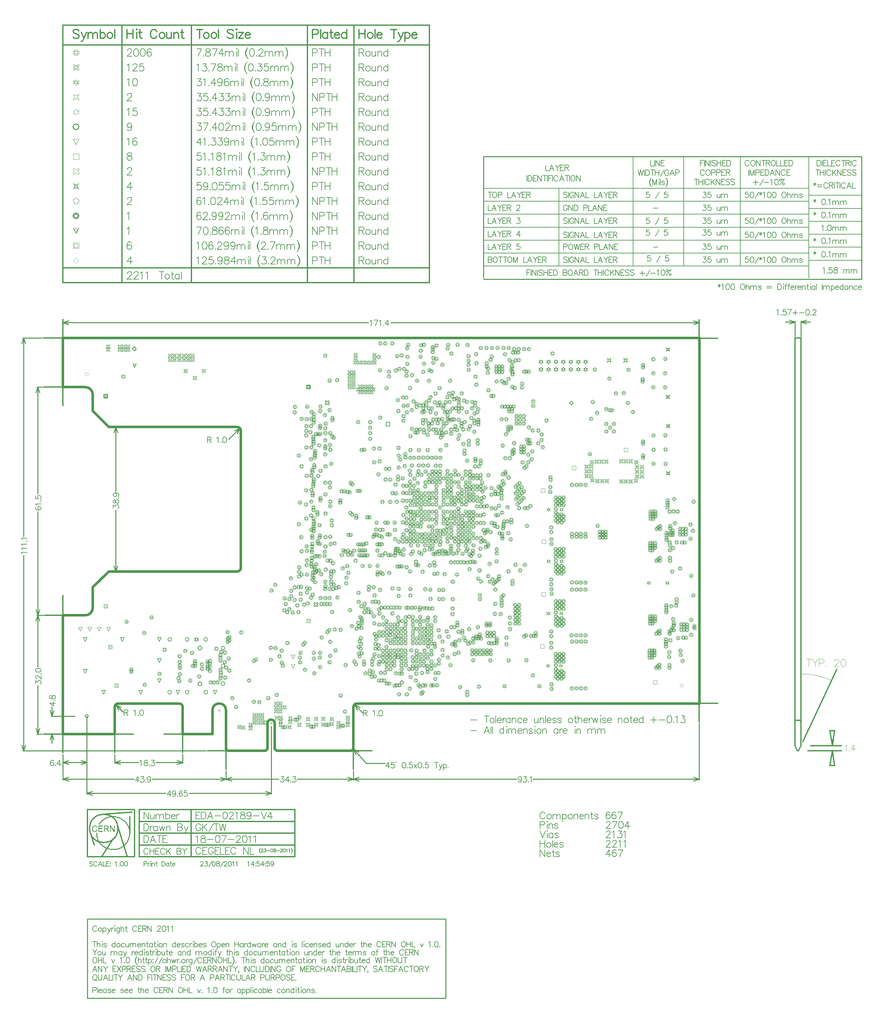
<source format=gbr>
%FSLAX24Y24*%
%MOIN*%
G70*
G01*
G75*
G04 Layer_Color=8978557*
%ADD10C,0.0400*%
%ADD11C,0.0080*%
%ADD12C,0.0100*%
%ADD13C,0.0150*%
%ADD14R,1.4189X0.2756*%
%ADD15R,0.3511X0.2756*%
%ADD16R,0.0800X0.0800*%
%ADD17R,0.0800X0.3200*%
%ADD18R,0.8400X0.2350*%
%ADD19R,0.4340X0.2360*%
%ADD20C,0.0250*%
%ADD21C,0.0120*%
%ADD22C,0.0070*%
%ADD23C,0.0050*%
%ADD24C,0.0709*%
%ADD25C,0.0571*%
G04:AMPARAMS|DCode=26|XSize=101.339mil|YSize=101.339mil|CornerRadius=0mil|HoleSize=0mil|Usage=FLASHONLY|Rotation=0.000|XOffset=0mil|YOffset=0mil|HoleType=Round|Shape=Relief|Width=20mil|Gap=10mil|Entries=4|*
%AMTHD26*
7,0,0,0.1013,0.0813,0.0200,45*
%
%ADD26THD26*%
G04:AMPARAMS|DCode=27|XSize=95.433mil|YSize=95.433mil|CornerRadius=0mil|HoleSize=0mil|Usage=FLASHONLY|Rotation=0.000|XOffset=0mil|YOffset=0mil|HoleType=Round|Shape=Relief|Width=20mil|Gap=10mil|Entries=4|*
%AMTHD27*
7,0,0,0.0954,0.0754,0.0200,45*
%
%ADD27THD27*%
%ADD28C,0.0551*%
%ADD29C,0.0807*%
G04:AMPARAMS|DCode=30|XSize=185.984mil|YSize=185.984mil|CornerRadius=0mil|HoleSize=0mil|Usage=FLASHONLY|Rotation=0.000|XOffset=0mil|YOffset=0mil|HoleType=Round|Shape=Relief|Width=20mil|Gap=10mil|Entries=4|*
%AMTHD30*
7,0,0,0.1860,0.1660,0.0200,45*
%
%ADD30THD30*%
G04:AMPARAMS|DCode=31|XSize=166.299mil|YSize=166.299mil|CornerRadius=0mil|HoleSize=0mil|Usage=FLASHONLY|Rotation=0.000|XOffset=0mil|YOffset=0mil|HoleType=Round|Shape=Relief|Width=20mil|Gap=10mil|Entries=4|*
%AMTHD31*
7,0,0,0.1663,0.1463,0.0200,45*
%
%ADD31THD31*%
%ADD32C,0.0827*%
%ADD33C,0.0906*%
%ADD34C,0.0610*%
G04:AMPARAMS|DCode=35|XSize=91.496mil|YSize=91.496mil|CornerRadius=0mil|HoleSize=0mil|Usage=FLASHONLY|Rotation=0.000|XOffset=0mil|YOffset=0mil|HoleType=Round|Shape=Relief|Width=20mil|Gap=10mil|Entries=4|*
%AMTHD35*
7,0,0,0.0915,0.0715,0.0200,45*
%
%ADD35THD35*%
%ADD36C,0.0512*%
G04:AMPARAMS|DCode=37|XSize=119.055mil|YSize=119.055mil|CornerRadius=0mil|HoleSize=0mil|Usage=FLASHONLY|Rotation=0.000|XOffset=0mil|YOffset=0mil|HoleType=Round|Shape=Relief|Width=20mil|Gap=10mil|Entries=4|*
%AMTHD37*
7,0,0,0.1191,0.0991,0.0200,45*
%
%ADD37THD37*%
G04:AMPARAMS|DCode=38|XSize=111.181mil|YSize=111.181mil|CornerRadius=0mil|HoleSize=0mil|Usage=FLASHONLY|Rotation=0.000|XOffset=0mil|YOffset=0mil|HoleType=Round|Shape=Relief|Width=20mil|Gap=10mil|Entries=4|*
%AMTHD38*
7,0,0,0.1112,0.0912,0.0200,45*
%
%ADD38THD38*%
%ADD39C,0.0276*%
%ADD40C,0.0335*%
%ADD41C,0.0079*%
%ADD42R,0.3539X0.2756*%
%ADD43R,1.4131X0.2756*%
%ADD44R,0.0800X0.0784*%
%ADD45R,0.8320X0.1950*%
%ADD46R,0.4420X0.2330*%
%ADD47R,0.5840X0.3720*%
%ADD48C,0.1457*%
%ADD49C,0.1260*%
%ADD50C,0.0787*%
%ADD51R,1.3810X0.3937*%
%ADD52R,0.3430X0.1500*%
%ADD53R,0.0787X0.0984*%
%ADD54R,0.0197X0.0906*%
%ADD55R,0.0787X0.0197*%
%ADD56R,0.0433X0.0236*%
%ADD57R,0.0236X0.0413*%
%ADD58R,0.0394X0.0394*%
%ADD59R,0.0394X0.0236*%
%ADD60R,0.0689X0.0984*%
%ADD61R,0.0335X0.0118*%
%ADD62R,0.0610X0.0236*%
%ADD63R,0.0236X0.0807*%
%ADD64C,0.0252*%
%ADD65O,0.0413X0.0138*%
%ADD66O,0.0138X0.0413*%
%ADD67R,0.1280X0.1280*%
%ADD68R,0.1398X0.1398*%
%ADD69O,0.0118X0.0354*%
%ADD70O,0.0354X0.0118*%
%ADD71R,0.1319X0.1319*%
%ADD72O,0.0413X0.0118*%
%ADD73O,0.0118X0.0413*%
%ADD74R,0.1059X0.1059*%
%ADD75O,0.0173X0.0409*%
%ADD76O,0.0409X0.0173*%
%ADD77R,0.0276X0.1575*%
%ADD78R,0.0276X0.1260*%
%ADD79R,0.0827X0.0551*%
%ADD80R,0.0709X0.0787*%
%ADD81R,0.0532X0.0492*%
%ADD82R,0.0669X0.0846*%
%ADD83R,0.0608X0.0512*%
%ADD84R,0.0354X0.0433*%
%ADD85R,0.0787X0.1063*%
%ADD86R,0.0354X0.0374*%
%ADD87R,0.1142X0.2126*%
%ADD88R,0.1500X0.1671*%
%ADD89R,0.1260X0.0965*%
%ADD90R,0.0453X0.1063*%
%ADD91C,0.0157*%
%ADD92C,0.0197*%
%ADD93C,0.0177*%
%ADD94R,0.0787X0.0354*%
%ADD95R,0.1671X0.1500*%
%ADD96R,0.0394X0.0354*%
%ADD97R,0.0394X0.0374*%
%ADD98R,0.0453X0.0709*%
%ADD99R,0.0709X0.0453*%
%ADD100R,0.1063X0.0453*%
%ADD101R,0.0244X0.0244*%
%ADD102R,0.0354X0.0394*%
%ADD103R,0.0374X0.0394*%
%ADD104R,0.0453X0.0571*%
%ADD105R,0.0571X0.0453*%
%ADD106R,0.0591X0.0177*%
%ADD107R,0.0236X0.0236*%
%ADD108P,0.1114X4X180.0*%
%ADD109R,0.0118X0.0335*%
%ADD110R,0.0984X0.0689*%
%ADD111R,0.0244X0.0244*%
%ADD112R,0.0236X0.0236*%
%ADD113R,0.0413X0.0236*%
%ADD114R,0.0236X0.0394*%
%ADD115C,0.0787*%
%ADD116C,0.0394*%
%ADD117R,0.0787X0.0787*%
%ADD118C,0.0354*%
%ADD119C,0.0614*%
%ADD120C,0.0630*%
%ADD121C,0.2362*%
%ADD122C,0.2244*%
%ADD123C,0.2283*%
%ADD124C,0.0669*%
%ADD125C,0.0591*%
%ADD126R,0.0591X0.0591*%
%ADD127R,0.1181X0.0866*%
%ADD128C,0.1575*%
%ADD129R,0.0850X0.0900*%
%ADD130R,1.3677X0.3937*%
%ADD131R,0.3440X0.1530*%
%ADD132C,0.0472*%
%ADD133R,0.0236X0.0433*%
%ADD134R,0.0236X0.0413*%
%ADD135P,0.1114X4X270.0*%
%ADD136P,0.0345X4X90.0*%
%ADD137P,0.0345X4X360.0*%
%ADD138C,0.0067*%
%ADD139C,0.0040*%
%ADD140C,0.0039*%
%ADD141C,0.0060*%
%ADD142C,0.0126*%
G36*
X35074Y25290D02*
X35082D01*
X35102Y25289D01*
X35122Y25287D01*
X35144Y25283D01*
X35164Y25279D01*
X35174Y25276D01*
X35183Y25273D01*
X35184D01*
X35185Y25272D01*
X35190Y25271D01*
X35198Y25266D01*
X35208Y25259D01*
X35220Y25251D01*
X35231Y25240D01*
X35243Y25228D01*
X35254Y25212D01*
X35255Y25210D01*
X35258Y25204D01*
X35263Y25195D01*
X35267Y25184D01*
X35272Y25169D01*
X35277Y25152D01*
X35280Y25135D01*
X35281Y25115D01*
Y25114D01*
Y25112D01*
Y25108D01*
X35280Y25104D01*
Y25098D01*
X35279Y25091D01*
X35275Y25075D01*
X35270Y25057D01*
X35263Y25038D01*
X35251Y25019D01*
X35244Y25009D01*
X35236Y25000D01*
X35234Y24998D01*
X35231Y24996D01*
X35228Y24992D01*
X35224Y24989D01*
X35218Y24985D01*
X35211Y24981D01*
X35203Y24976D01*
X35194Y24971D01*
X35184Y24966D01*
X35173Y24961D01*
X35160Y24956D01*
X35147Y24951D01*
X35133Y24947D01*
X35117Y24945D01*
X35101Y24942D01*
X35103Y24941D01*
X35106Y24939D01*
X35112Y24936D01*
X35119Y24932D01*
X35136Y24921D01*
X35144Y24915D01*
X35151Y24909D01*
X35153Y24907D01*
X35158Y24904D01*
X35165Y24896D01*
X35174Y24886D01*
X35185Y24873D01*
X35196Y24859D01*
X35209Y24842D01*
X35222Y24824D01*
X35333Y24650D01*
X35226D01*
X35142Y24783D01*
Y24783D01*
X35140Y24785D01*
X35138Y24788D01*
X35136Y24792D01*
X35129Y24802D01*
X35120Y24815D01*
X35110Y24829D01*
X35100Y24844D01*
X35090Y24858D01*
X35080Y24870D01*
X35079Y24871D01*
X35076Y24875D01*
X35071Y24881D01*
X35066Y24888D01*
X35052Y24902D01*
X35045Y24908D01*
X35037Y24913D01*
X35036Y24914D01*
X35034Y24915D01*
X35030Y24917D01*
X35025Y24920D01*
X35014Y24926D01*
X34999Y24931D01*
X34998D01*
X34996Y24932D01*
X34992D01*
X34987Y24933D01*
X34981Y24934D01*
X34973D01*
X34963Y24935D01*
X34854D01*
Y24650D01*
X34769D01*
Y25291D01*
X35066D01*
X35074Y25290D01*
D02*
G37*
G36*
X34636Y25216D02*
X34257D01*
Y25019D01*
X34612D01*
Y24944D01*
X34257D01*
Y24725D01*
X34651D01*
Y24650D01*
X34172D01*
Y25291D01*
X34636D01*
Y25216D01*
D02*
G37*
G36*
X35917Y24650D02*
X35831D01*
X35494Y25153D01*
Y24650D01*
X35413D01*
Y25291D01*
X35499D01*
X35836Y24787D01*
Y25291D01*
X35917D01*
Y24650D01*
D02*
G37*
G36*
X33818Y25301D02*
X33826Y25300D01*
X33836Y25299D01*
X33846Y25298D01*
X33858Y25296D01*
X33884Y25290D01*
X33911Y25281D01*
X33924Y25275D01*
X33938Y25269D01*
X33951Y25261D01*
X33964Y25252D01*
X33965Y25251D01*
X33966Y25250D01*
X33969Y25247D01*
X33974Y25243D01*
X33979Y25238D01*
X33986Y25231D01*
X33993Y25225D01*
X34000Y25217D01*
X34007Y25207D01*
X34014Y25197D01*
X34022Y25186D01*
X34030Y25173D01*
X34037Y25160D01*
X34044Y25146D01*
X34055Y25114D01*
X33971Y25095D01*
Y25096D01*
X33970Y25098D01*
X33969Y25102D01*
X33967Y25107D01*
X33965Y25112D01*
X33962Y25119D01*
X33955Y25134D01*
X33946Y25150D01*
X33934Y25168D01*
X33922Y25184D01*
X33906Y25197D01*
X33904Y25198D01*
X33898Y25202D01*
X33889Y25207D01*
X33877Y25214D01*
X33862Y25220D01*
X33843Y25225D01*
X33823Y25229D01*
X33800Y25230D01*
X33793D01*
X33788Y25229D01*
X33781D01*
X33774Y25228D01*
X33757Y25225D01*
X33737Y25221D01*
X33717Y25214D01*
X33696Y25205D01*
X33677Y25193D01*
X33676D01*
X33675Y25191D01*
X33669Y25187D01*
X33660Y25179D01*
X33649Y25168D01*
X33639Y25154D01*
X33627Y25139D01*
X33616Y25119D01*
X33607Y25098D01*
Y25097D01*
X33606Y25095D01*
X33605Y25092D01*
X33604Y25087D01*
X33602Y25082D01*
X33601Y25075D01*
X33598Y25060D01*
X33594Y25041D01*
X33591Y25021D01*
X33589Y24998D01*
X33588Y24975D01*
Y24974D01*
Y24971D01*
Y24967D01*
Y24961D01*
X33589Y24954D01*
Y24945D01*
X33590Y24937D01*
X33591Y24927D01*
X33594Y24905D01*
X33598Y24880D01*
X33603Y24856D01*
X33611Y24832D01*
Y24831D01*
X33612Y24829D01*
X33614Y24826D01*
X33616Y24823D01*
X33621Y24811D01*
X33629Y24798D01*
X33640Y24783D01*
X33652Y24768D01*
X33667Y24753D01*
X33684Y24741D01*
X33685D01*
X33686Y24740D01*
X33689Y24738D01*
X33693Y24736D01*
X33704Y24732D01*
X33718Y24726D01*
X33733Y24721D01*
X33752Y24716D01*
X33772Y24712D01*
X33794Y24711D01*
X33801D01*
X33805Y24712D01*
X33811D01*
X33819Y24713D01*
X33836Y24716D01*
X33854Y24721D01*
X33875Y24729D01*
X33894Y24739D01*
X33914Y24752D01*
X33915Y24753D01*
X33916Y24754D01*
X33922Y24760D01*
X33930Y24770D01*
X33941Y24783D01*
X33952Y24800D01*
X33964Y24821D01*
X33973Y24846D01*
X33981Y24874D01*
X34066Y24853D01*
Y24852D01*
X34065Y24848D01*
X34063Y24843D01*
X34061Y24835D01*
X34057Y24827D01*
X34053Y24817D01*
X34049Y24806D01*
X34044Y24794D01*
X34031Y24768D01*
X34013Y24742D01*
X33994Y24716D01*
X33982Y24704D01*
X33969Y24694D01*
X33968Y24693D01*
X33966Y24692D01*
X33963Y24689D01*
X33957Y24685D01*
X33950Y24681D01*
X33942Y24676D01*
X33933Y24671D01*
X33923Y24666D01*
X33911Y24661D01*
X33898Y24657D01*
X33884Y24652D01*
X33869Y24648D01*
X33837Y24641D01*
X33819Y24640D01*
X33801Y24639D01*
X33791D01*
X33783Y24640D01*
X33774D01*
X33764Y24641D01*
X33753Y24643D01*
X33741Y24644D01*
X33714Y24650D01*
X33685Y24657D01*
X33658Y24667D01*
X33644Y24673D01*
X33632Y24681D01*
X33631Y24682D01*
X33629Y24683D01*
X33626Y24686D01*
X33621Y24689D01*
X33609Y24699D01*
X33596Y24712D01*
X33579Y24729D01*
X33563Y24750D01*
X33547Y24775D01*
X33533Y24803D01*
Y24804D01*
X33532Y24807D01*
X33530Y24811D01*
X33528Y24817D01*
X33525Y24824D01*
X33522Y24833D01*
X33519Y24843D01*
X33517Y24855D01*
X33514Y24866D01*
X33511Y24880D01*
X33505Y24909D01*
X33501Y24941D01*
X33500Y24975D01*
Y24976D01*
Y24980D01*
Y24985D01*
X33501Y24991D01*
Y25000D01*
X33502Y25011D01*
X33503Y25022D01*
X33505Y25034D01*
X33510Y25062D01*
X33516Y25091D01*
X33525Y25121D01*
X33538Y25149D01*
Y25150D01*
X33540Y25152D01*
X33542Y25156D01*
X33545Y25162D01*
X33549Y25168D01*
X33554Y25175D01*
X33566Y25191D01*
X33581Y25210D01*
X33599Y25229D01*
X33622Y25247D01*
X33646Y25263D01*
X33647D01*
X33649Y25265D01*
X33653Y25267D01*
X33659Y25269D01*
X33665Y25271D01*
X33673Y25275D01*
X33682Y25278D01*
X33692Y25282D01*
X33703Y25286D01*
X33715Y25289D01*
X33741Y25296D01*
X33770Y25300D01*
X33802Y25302D01*
X33811D01*
X33818Y25301D01*
D02*
G37*
%LPC*%
G36*
X35056Y25220D02*
X34854D01*
Y25008D01*
X35045D01*
X35056Y25009D01*
X35068Y25010D01*
X35083Y25011D01*
X35099Y25013D01*
X35113Y25016D01*
X35126Y25020D01*
X35128Y25021D01*
X35132Y25022D01*
X35138Y25025D01*
X35144Y25028D01*
X35152Y25034D01*
X35161Y25041D01*
X35169Y25049D01*
X35176Y25058D01*
X35177Y25059D01*
X35179Y25063D01*
X35182Y25068D01*
X35185Y25075D01*
X35187Y25083D01*
X35190Y25093D01*
X35192Y25104D01*
X35193Y25115D01*
Y25116D01*
Y25117D01*
Y25123D01*
X35191Y25131D01*
X35189Y25142D01*
X35185Y25153D01*
X35180Y25166D01*
X35171Y25179D01*
X35160Y25190D01*
X35158Y25191D01*
X35154Y25195D01*
X35145Y25200D01*
X35135Y25205D01*
X35120Y25211D01*
X35103Y25215D01*
X35081Y25219D01*
X35056Y25220D01*
D02*
G37*
%LPD*%
D11*
X92718Y85725D02*
X92432D01*
X92404Y85468D01*
X92432Y85496D01*
X92518Y85525D01*
X92604D01*
X92689Y85496D01*
X92746Y85439D01*
X92775Y85354D01*
Y85296D01*
X92746Y85211D01*
X92689Y85154D01*
X92604Y85125D01*
X92518D01*
X92432Y85154D01*
X92404Y85182D01*
X92375Y85239D01*
X93380Y85039D02*
X93780Y85725D01*
X94635D02*
X94349D01*
X94320Y85468D01*
X94349Y85496D01*
X94435Y85525D01*
X94520D01*
X94606Y85496D01*
X94663Y85439D01*
X94692Y85354D01*
Y85296D01*
X94663Y85211D01*
X94606Y85154D01*
X94520Y85125D01*
X94435D01*
X94349Y85154D01*
X94320Y85182D01*
X94292Y85239D01*
X92593Y88475D02*
X92307D01*
X92279Y88218D01*
X92307Y88246D01*
X92393Y88275D01*
X92479D01*
X92564Y88246D01*
X92621Y88189D01*
X92650Y88104D01*
Y88046D01*
X92621Y87961D01*
X92564Y87904D01*
X92479Y87875D01*
X92393D01*
X92307Y87904D01*
X92279Y87932D01*
X92250Y87989D01*
X93256Y87789D02*
X93655Y88475D01*
X94510D02*
X94224D01*
X94195Y88218D01*
X94224Y88246D01*
X94310Y88275D01*
X94395D01*
X94481Y88246D01*
X94538Y88189D01*
X94567Y88104D01*
Y88046D01*
X94538Y87961D01*
X94481Y87904D01*
X94395Y87875D01*
X94310D01*
X94224Y87904D01*
X94195Y87932D01*
X94167Y87989D01*
X92593Y89725D02*
X92307D01*
X92279Y89468D01*
X92307Y89496D01*
X92393Y89525D01*
X92479D01*
X92564Y89496D01*
X92621Y89439D01*
X92650Y89354D01*
Y89296D01*
X92621Y89211D01*
X92564Y89154D01*
X92479Y89125D01*
X92393D01*
X92307Y89154D01*
X92279Y89182D01*
X92250Y89239D01*
X93256Y89039D02*
X93655Y89725D01*
X94510D02*
X94224D01*
X94195Y89468D01*
X94224Y89496D01*
X94310Y89525D01*
X94395D01*
X94481Y89496D01*
X94538Y89439D01*
X94567Y89354D01*
Y89296D01*
X94538Y89211D01*
X94481Y89154D01*
X94395Y89125D01*
X94310D01*
X94224Y89154D01*
X94195Y89182D01*
X94167Y89239D01*
X98307Y86975D02*
X98621D01*
X98450Y86746D01*
X98536D01*
X98593Y86718D01*
X98621Y86689D01*
X98650Y86604D01*
Y86546D01*
X98621Y86461D01*
X98564Y86404D01*
X98479Y86375D01*
X98393D01*
X98307Y86404D01*
X98279Y86432D01*
X98250Y86489D01*
X99127Y86975D02*
X98841D01*
X98813Y86718D01*
X98841Y86746D01*
X98927Y86775D01*
X99013D01*
X99098Y86746D01*
X99156Y86689D01*
X99184Y86604D01*
Y86546D01*
X99156Y86461D01*
X99098Y86404D01*
X99013Y86375D01*
X98927D01*
X98841Y86404D01*
X98813Y86432D01*
X98784Y86489D01*
X99790Y86775D02*
Y86489D01*
X99818Y86404D01*
X99875Y86375D01*
X99961D01*
X100018Y86404D01*
X100104Y86489D01*
Y86775D02*
Y86375D01*
X100261Y86775D02*
Y86375D01*
Y86661D02*
X100347Y86746D01*
X100404Y86775D01*
X100490D01*
X100547Y86746D01*
X100575Y86661D01*
Y86375D01*
Y86661D02*
X100661Y86746D01*
X100718Y86775D01*
X100804D01*
X100861Y86746D01*
X100889Y86661D01*
Y86375D01*
X98307Y88475D02*
X98621D01*
X98450Y88246D01*
X98536D01*
X98593Y88218D01*
X98621Y88189D01*
X98650Y88104D01*
Y88046D01*
X98621Y87961D01*
X98564Y87904D01*
X98479Y87875D01*
X98393D01*
X98307Y87904D01*
X98279Y87932D01*
X98250Y87989D01*
X99127Y88475D02*
X98841D01*
X98813Y88218D01*
X98841Y88246D01*
X98927Y88275D01*
X99013D01*
X99098Y88246D01*
X99156Y88189D01*
X99184Y88104D01*
Y88046D01*
X99156Y87961D01*
X99098Y87904D01*
X99013Y87875D01*
X98927D01*
X98841Y87904D01*
X98813Y87932D01*
X98784Y87989D01*
X99790Y88275D02*
Y87989D01*
X99818Y87904D01*
X99875Y87875D01*
X99961D01*
X100018Y87904D01*
X100104Y87989D01*
Y88275D02*
Y87875D01*
X100261Y88275D02*
Y87875D01*
Y88161D02*
X100347Y88246D01*
X100404Y88275D01*
X100490D01*
X100547Y88246D01*
X100575Y88161D01*
Y87875D01*
Y88161D02*
X100661Y88246D01*
X100718Y88275D01*
X100804D01*
X100861Y88246D01*
X100889Y88161D01*
Y87875D01*
X98307Y89725D02*
X98621D01*
X98450Y89496D01*
X98536D01*
X98593Y89468D01*
X98621Y89439D01*
X98650Y89354D01*
Y89296D01*
X98621Y89211D01*
X98564Y89154D01*
X98479Y89125D01*
X98393D01*
X98307Y89154D01*
X98279Y89182D01*
X98250Y89239D01*
X99127Y89725D02*
X98841D01*
X98813Y89468D01*
X98841Y89496D01*
X98927Y89525D01*
X99013D01*
X99098Y89496D01*
X99156Y89439D01*
X99184Y89354D01*
Y89296D01*
X99156Y89211D01*
X99098Y89154D01*
X99013Y89125D01*
X98927D01*
X98841Y89154D01*
X98813Y89182D01*
X98784Y89239D01*
X99790Y89525D02*
Y89239D01*
X99818Y89154D01*
X99875Y89125D01*
X99961D01*
X100018Y89154D01*
X100104Y89239D01*
Y89525D02*
Y89125D01*
X100261Y89525D02*
Y89125D01*
Y89411D02*
X100347Y89496D01*
X100404Y89525D01*
X100490D01*
X100547Y89496D01*
X100575Y89411D01*
Y89125D01*
Y89411D02*
X100661Y89496D01*
X100718Y89525D01*
X100804D01*
X100861Y89496D01*
X100889Y89411D01*
Y89125D01*
X98307Y91100D02*
X98621D01*
X98450Y90871D01*
X98536D01*
X98593Y90843D01*
X98621Y90814D01*
X98650Y90729D01*
Y90671D01*
X98621Y90586D01*
X98564Y90529D01*
X98479Y90500D01*
X98393D01*
X98307Y90529D01*
X98279Y90557D01*
X98250Y90614D01*
X99127Y91100D02*
X98841D01*
X98813Y90843D01*
X98841Y90871D01*
X98927Y90900D01*
X99013D01*
X99098Y90871D01*
X99156Y90814D01*
X99184Y90729D01*
Y90671D01*
X99156Y90586D01*
X99098Y90529D01*
X99013Y90500D01*
X98927D01*
X98841Y90529D01*
X98813Y90557D01*
X98784Y90614D01*
X99790Y90900D02*
Y90614D01*
X99818Y90529D01*
X99875Y90500D01*
X99961D01*
X100018Y90529D01*
X100104Y90614D01*
Y90900D02*
Y90500D01*
X100261Y90900D02*
Y90500D01*
Y90786D02*
X100347Y90871D01*
X100404Y90900D01*
X100490D01*
X100547Y90871D01*
X100575Y90786D01*
Y90500D01*
Y90786D02*
X100661Y90871D01*
X100718Y90900D01*
X100804D01*
X100861Y90871D01*
X100889Y90786D01*
Y90500D01*
X75500Y86975D02*
Y86375D01*
X75843D01*
X76366D02*
X76137Y86975D01*
X75908Y86375D01*
X75994Y86575D02*
X76280D01*
X76505Y86975D02*
X76734Y86689D01*
Y86375D01*
X76963Y86975D02*
X76734Y86689D01*
X77411Y86975D02*
X77040D01*
Y86375D01*
X77411D01*
X77040Y86689D02*
X77268D01*
X77511Y86975D02*
Y86375D01*
Y86975D02*
X77768D01*
X77854Y86946D01*
X77882Y86918D01*
X77911Y86861D01*
Y86803D01*
X77882Y86746D01*
X77854Y86718D01*
X77768Y86689D01*
X77511D01*
X77711D02*
X77911Y86375D01*
X78859Y86975D02*
X78574D01*
X78545Y86718D01*
X78574Y86746D01*
X78659Y86775D01*
X78745D01*
X78831Y86746D01*
X78888Y86689D01*
X78916Y86604D01*
Y86546D01*
X78888Y86461D01*
X78831Y86404D01*
X78745Y86375D01*
X78659D01*
X78574Y86404D01*
X78545Y86432D01*
X78517Y86489D01*
X83900Y88139D02*
X83843Y88196D01*
X83757Y88225D01*
X83643D01*
X83557Y88196D01*
X83500Y88139D01*
Y88082D01*
X83529Y88025D01*
X83557Y87996D01*
X83614Y87968D01*
X83786Y87911D01*
X83843Y87882D01*
X83871Y87854D01*
X83900Y87796D01*
Y87711D01*
X83843Y87654D01*
X83757Y87625D01*
X83643D01*
X83557Y87654D01*
X83500Y87711D01*
X84034Y88225D02*
Y87625D01*
X84588Y88082D02*
X84560Y88139D01*
X84503Y88196D01*
X84446Y88225D01*
X84331D01*
X84274Y88196D01*
X84217Y88139D01*
X84188Y88082D01*
X84160Y87996D01*
Y87854D01*
X84188Y87768D01*
X84217Y87711D01*
X84274Y87654D01*
X84331Y87625D01*
X84446D01*
X84503Y87654D01*
X84560Y87711D01*
X84588Y87768D01*
Y87854D01*
X84446D02*
X84588D01*
X84725Y88225D02*
Y87625D01*
Y88225D02*
X85125Y87625D01*
Y88225D02*
Y87625D01*
X85748D02*
X85520Y88225D01*
X85291Y87625D01*
X85377Y87825D02*
X85662D01*
X85888Y88225D02*
Y87625D01*
X86231D01*
X86768Y88225D02*
Y87625D01*
X87111D01*
X87633D02*
X87405Y88225D01*
X87176Y87625D01*
X87262Y87825D02*
X87548D01*
X87773Y88225D02*
X88002Y87939D01*
Y87625D01*
X88230Y88225D02*
X88002Y87939D01*
X88679Y88225D02*
X88308D01*
Y87625D01*
X88679D01*
X88308Y87939D02*
X88536D01*
X88779Y88225D02*
Y87625D01*
Y88225D02*
X89036D01*
X89122Y88196D01*
X89150Y88168D01*
X89179Y88111D01*
Y88053D01*
X89150Y87996D01*
X89122Y87968D01*
X89036Y87939D01*
X88779D01*
X88979D02*
X89179Y87625D01*
X93000Y86632D02*
X93514D01*
X103093Y88225D02*
X102807D01*
X102779Y87968D01*
X102807Y87996D01*
X102893Y88025D01*
X102979D01*
X103064Y87996D01*
X103121Y87939D01*
X103150Y87854D01*
Y87796D01*
X103121Y87711D01*
X103064Y87654D01*
X102979Y87625D01*
X102893D01*
X102807Y87654D01*
X102779Y87682D01*
X102750Y87739D01*
X103456Y88225D02*
X103370Y88196D01*
X103313Y88111D01*
X103284Y87968D01*
Y87882D01*
X103313Y87739D01*
X103370Y87654D01*
X103456Y87625D01*
X103513D01*
X103598Y87654D01*
X103656Y87739D01*
X103684Y87882D01*
Y87968D01*
X103656Y88111D01*
X103598Y88196D01*
X103513Y88225D01*
X103456D01*
X103818Y87539D02*
X104218Y88225D01*
X104401D02*
Y87882D01*
X104258Y88139D02*
X104544Y87968D01*
Y88139D02*
X104258Y87968D01*
X104667Y88111D02*
X104724Y88139D01*
X104810Y88225D01*
Y87625D01*
X105278Y88225D02*
X105192Y88196D01*
X105135Y88111D01*
X105107Y87968D01*
Y87882D01*
X105135Y87739D01*
X105192Y87654D01*
X105278Y87625D01*
X105335D01*
X105421Y87654D01*
X105478Y87739D01*
X105507Y87882D01*
Y87968D01*
X105478Y88111D01*
X105421Y88196D01*
X105335Y88225D01*
X105278D01*
X105812D02*
X105726Y88196D01*
X105669Y88111D01*
X105641Y87968D01*
Y87882D01*
X105669Y87739D01*
X105726Y87654D01*
X105812Y87625D01*
X105869D01*
X105955Y87654D01*
X106012Y87739D01*
X106041Y87882D01*
Y87968D01*
X106012Y88111D01*
X105955Y88196D01*
X105869Y88225D01*
X105812D01*
X106818D02*
X106761Y88196D01*
X106703Y88139D01*
X106675Y88082D01*
X106646Y87996D01*
Y87854D01*
X106675Y87768D01*
X106703Y87711D01*
X106761Y87654D01*
X106818Y87625D01*
X106932D01*
X106989Y87654D01*
X107046Y87711D01*
X107075Y87768D01*
X107103Y87854D01*
Y87996D01*
X107075Y88082D01*
X107046Y88139D01*
X106989Y88196D01*
X106932Y88225D01*
X106818D01*
X107243D02*
Y87625D01*
Y87911D02*
X107329Y87996D01*
X107386Y88025D01*
X107472D01*
X107529Y87996D01*
X107558Y87911D01*
Y87625D01*
X107715Y88025D02*
Y87625D01*
Y87911D02*
X107800Y87996D01*
X107857Y88025D01*
X107943D01*
X108000Y87996D01*
X108029Y87911D01*
Y87625D01*
Y87911D02*
X108115Y87996D01*
X108172Y88025D01*
X108257D01*
X108315Y87996D01*
X108343Y87911D01*
Y87625D01*
X108846Y87939D02*
X108817Y87996D01*
X108732Y88025D01*
X108646D01*
X108560Y87996D01*
X108532Y87939D01*
X108560Y87882D01*
X108617Y87854D01*
X108760Y87825D01*
X108817Y87796D01*
X108846Y87739D01*
Y87711D01*
X108817Y87654D01*
X108732Y87625D01*
X108646D01*
X108560Y87654D01*
X108532Y87711D01*
X103093Y89725D02*
X102807D01*
X102779Y89468D01*
X102807Y89496D01*
X102893Y89525D01*
X102979D01*
X103064Y89496D01*
X103121Y89439D01*
X103150Y89354D01*
Y89296D01*
X103121Y89211D01*
X103064Y89154D01*
X102979Y89125D01*
X102893D01*
X102807Y89154D01*
X102779Y89182D01*
X102750Y89239D01*
X103456Y89725D02*
X103370Y89696D01*
X103313Y89611D01*
X103284Y89468D01*
Y89382D01*
X103313Y89239D01*
X103370Y89154D01*
X103456Y89125D01*
X103513D01*
X103598Y89154D01*
X103656Y89239D01*
X103684Y89382D01*
Y89468D01*
X103656Y89611D01*
X103598Y89696D01*
X103513Y89725D01*
X103456D01*
X103818Y89039D02*
X104218Y89725D01*
X104401D02*
Y89382D01*
X104258Y89639D02*
X104544Y89468D01*
Y89639D02*
X104258Y89468D01*
X104667Y89611D02*
X104724Y89639D01*
X104810Y89725D01*
Y89125D01*
X105278Y89725D02*
X105192Y89696D01*
X105135Y89611D01*
X105107Y89468D01*
Y89382D01*
X105135Y89239D01*
X105192Y89154D01*
X105278Y89125D01*
X105335D01*
X105421Y89154D01*
X105478Y89239D01*
X105507Y89382D01*
Y89468D01*
X105478Y89611D01*
X105421Y89696D01*
X105335Y89725D01*
X105278D01*
X105812D02*
X105726Y89696D01*
X105669Y89611D01*
X105641Y89468D01*
Y89382D01*
X105669Y89239D01*
X105726Y89154D01*
X105812Y89125D01*
X105869D01*
X105955Y89154D01*
X106012Y89239D01*
X106041Y89382D01*
Y89468D01*
X106012Y89611D01*
X105955Y89696D01*
X105869Y89725D01*
X105812D01*
X106818D02*
X106761Y89696D01*
X106703Y89639D01*
X106675Y89582D01*
X106646Y89496D01*
Y89354D01*
X106675Y89268D01*
X106703Y89211D01*
X106761Y89154D01*
X106818Y89125D01*
X106932D01*
X106989Y89154D01*
X107046Y89211D01*
X107075Y89268D01*
X107103Y89354D01*
Y89496D01*
X107075Y89582D01*
X107046Y89639D01*
X106989Y89696D01*
X106932Y89725D01*
X106818D01*
X107243D02*
Y89125D01*
Y89411D02*
X107329Y89496D01*
X107386Y89525D01*
X107472D01*
X107529Y89496D01*
X107558Y89411D01*
Y89125D01*
X107715Y89525D02*
Y89125D01*
Y89411D02*
X107800Y89496D01*
X107857Y89525D01*
X107943D01*
X108000Y89496D01*
X108029Y89411D01*
Y89125D01*
Y89411D02*
X108115Y89496D01*
X108172Y89525D01*
X108257D01*
X108315Y89496D01*
X108343Y89411D01*
Y89125D01*
X108846Y89439D02*
X108817Y89496D01*
X108732Y89525D01*
X108646D01*
X108560Y89496D01*
X108532Y89439D01*
X108560Y89382D01*
X108617Y89354D01*
X108760Y89325D01*
X108817Y89296D01*
X108846Y89239D01*
Y89211D01*
X108817Y89154D01*
X108732Y89125D01*
X108646D01*
X108560Y89154D01*
X108532Y89211D01*
X75500Y89725D02*
Y89125D01*
X75843D01*
X76366D02*
X76137Y89725D01*
X75908Y89125D01*
X75994Y89325D02*
X76280D01*
X76505Y89725D02*
X76734Y89439D01*
Y89125D01*
X76963Y89725D02*
X76734Y89439D01*
X77411Y89725D02*
X77040D01*
Y89125D01*
X77411D01*
X77040Y89439D02*
X77268D01*
X77511Y89725D02*
Y89125D01*
Y89725D02*
X77768D01*
X77854Y89696D01*
X77882Y89668D01*
X77911Y89611D01*
Y89553D01*
X77882Y89496D01*
X77854Y89468D01*
X77768Y89439D01*
X77511D01*
X77711D02*
X77911Y89125D01*
X78574Y89725D02*
X78888D01*
X78716Y89496D01*
X78802D01*
X78859Y89468D01*
X78888Y89439D01*
X78916Y89354D01*
Y89296D01*
X78888Y89211D01*
X78831Y89154D01*
X78745Y89125D01*
X78659D01*
X78574Y89154D01*
X78545Y89182D01*
X78517Y89239D01*
X83900Y89639D02*
X83843Y89696D01*
X83757Y89725D01*
X83643D01*
X83557Y89696D01*
X83500Y89639D01*
Y89582D01*
X83529Y89525D01*
X83557Y89496D01*
X83614Y89468D01*
X83786Y89411D01*
X83843Y89382D01*
X83871Y89354D01*
X83900Y89296D01*
Y89211D01*
X83843Y89154D01*
X83757Y89125D01*
X83643D01*
X83557Y89154D01*
X83500Y89211D01*
X84034Y89725D02*
Y89125D01*
X84588Y89582D02*
X84560Y89639D01*
X84503Y89696D01*
X84446Y89725D01*
X84331D01*
X84274Y89696D01*
X84217Y89639D01*
X84188Y89582D01*
X84160Y89496D01*
Y89354D01*
X84188Y89268D01*
X84217Y89211D01*
X84274Y89154D01*
X84331Y89125D01*
X84446D01*
X84503Y89154D01*
X84560Y89211D01*
X84588Y89268D01*
Y89354D01*
X84446D02*
X84588D01*
X84725Y89725D02*
Y89125D01*
Y89725D02*
X85125Y89125D01*
Y89725D02*
Y89125D01*
X85748D02*
X85520Y89725D01*
X85291Y89125D01*
X85377Y89325D02*
X85662D01*
X85888Y89725D02*
Y89125D01*
X86231D01*
X86768Y89725D02*
Y89125D01*
X87111D01*
X87633D02*
X87405Y89725D01*
X87176Y89125D01*
X87262Y89325D02*
X87548D01*
X87773Y89725D02*
X88002Y89439D01*
Y89125D01*
X88230Y89725D02*
X88002Y89439D01*
X88679Y89725D02*
X88308D01*
Y89125D01*
X88679D01*
X88308Y89439D02*
X88536D01*
X88779Y89725D02*
Y89125D01*
Y89725D02*
X89036D01*
X89122Y89696D01*
X89150Y89668D01*
X89179Y89611D01*
Y89553D01*
X89150Y89496D01*
X89122Y89468D01*
X89036Y89439D01*
X88779D01*
X88979D02*
X89179Y89125D01*
X81625Y95350D02*
Y94750D01*
X81968D01*
X82491D02*
X82262Y95350D01*
X82033Y94750D01*
X82119Y94950D02*
X82405D01*
X82631Y95350D02*
X82859Y95064D01*
Y94750D01*
X83088Y95350D02*
X82859Y95064D01*
X83536Y95350D02*
X83165D01*
Y94750D01*
X83536D01*
X83165Y95064D02*
X83393D01*
X83636Y95350D02*
Y94750D01*
Y95350D02*
X83893D01*
X83979Y95321D01*
X84007Y95293D01*
X84036Y95236D01*
Y95178D01*
X84007Y95121D01*
X83979Y95093D01*
X83893Y95064D01*
X83636D01*
X83836D02*
X84036Y94750D01*
X75500Y91100D02*
Y90500D01*
X75843D01*
X76366D02*
X76137Y91100D01*
X75908Y90500D01*
X75994Y90700D02*
X76280D01*
X76505Y91100D02*
X76734Y90814D01*
Y90500D01*
X76963Y91100D02*
X76734Y90814D01*
X77411Y91100D02*
X77040D01*
Y90500D01*
X77411D01*
X77040Y90814D02*
X77268D01*
X77511Y91100D02*
Y90500D01*
Y91100D02*
X77768D01*
X77854Y91071D01*
X77882Y91043D01*
X77911Y90986D01*
Y90928D01*
X77882Y90871D01*
X77854Y90843D01*
X77768Y90814D01*
X77511D01*
X77711D02*
X77911Y90500D01*
X78545Y90957D02*
Y90986D01*
X78574Y91043D01*
X78602Y91071D01*
X78659Y91100D01*
X78774D01*
X78831Y91071D01*
X78859Y91043D01*
X78888Y90986D01*
Y90928D01*
X78859Y90871D01*
X78802Y90786D01*
X78517Y90500D01*
X78916D01*
X83928Y90957D02*
X83900Y91014D01*
X83843Y91071D01*
X83786Y91100D01*
X83671D01*
X83614Y91071D01*
X83557Y91014D01*
X83529Y90957D01*
X83500Y90871D01*
Y90729D01*
X83529Y90643D01*
X83557Y90586D01*
X83614Y90529D01*
X83671Y90500D01*
X83786D01*
X83843Y90529D01*
X83900Y90586D01*
X83928Y90643D01*
Y90729D01*
X83786D02*
X83928D01*
X84066Y91100D02*
Y90500D01*
Y91100D02*
X84466Y90500D01*
Y91100D02*
Y90500D01*
X84631Y91100D02*
Y90500D01*
Y91100D02*
X84831D01*
X84917Y91071D01*
X84974Y91014D01*
X85003Y90957D01*
X85031Y90871D01*
Y90729D01*
X85003Y90643D01*
X84974Y90586D01*
X84917Y90529D01*
X84831Y90500D01*
X84631D01*
X85637Y90786D02*
X85894D01*
X85979Y90814D01*
X86008Y90843D01*
X86037Y90900D01*
Y90986D01*
X86008Y91043D01*
X85979Y91071D01*
X85894Y91100D01*
X85637D01*
Y90500D01*
X86171Y91100D02*
Y90500D01*
X86514D01*
X87036D02*
X86808Y91100D01*
X86579Y90500D01*
X86665Y90700D02*
X86951D01*
X87176Y91100D02*
Y90500D01*
Y91100D02*
X87576Y90500D01*
Y91100D02*
Y90500D01*
X88113Y91100D02*
X87742D01*
Y90500D01*
X88113D01*
X87742Y90814D02*
X87970D01*
X83900Y92389D02*
X83843Y92446D01*
X83757Y92475D01*
X83643D01*
X83557Y92446D01*
X83500Y92389D01*
Y92332D01*
X83529Y92275D01*
X83557Y92246D01*
X83614Y92218D01*
X83786Y92161D01*
X83843Y92132D01*
X83871Y92104D01*
X83900Y92046D01*
Y91961D01*
X83843Y91904D01*
X83757Y91875D01*
X83643D01*
X83557Y91904D01*
X83500Y91961D01*
X84034Y92475D02*
Y91875D01*
X84588Y92332D02*
X84560Y92389D01*
X84503Y92446D01*
X84446Y92475D01*
X84331D01*
X84274Y92446D01*
X84217Y92389D01*
X84188Y92332D01*
X84160Y92246D01*
Y92104D01*
X84188Y92018D01*
X84217Y91961D01*
X84274Y91904D01*
X84331Y91875D01*
X84446D01*
X84503Y91904D01*
X84560Y91961D01*
X84588Y92018D01*
Y92104D01*
X84446D02*
X84588D01*
X84725Y92475D02*
Y91875D01*
Y92475D02*
X85125Y91875D01*
Y92475D02*
Y91875D01*
X85748D02*
X85520Y92475D01*
X85291Y91875D01*
X85377Y92075D02*
X85662D01*
X85888Y92475D02*
Y91875D01*
X86231D01*
X86768Y92475D02*
Y91875D01*
X87111D01*
X87633D02*
X87405Y92475D01*
X87176Y91875D01*
X87262Y92075D02*
X87548D01*
X87773Y92475D02*
X88002Y92189D01*
Y91875D01*
X88230Y92475D02*
X88002Y92189D01*
X88679Y92475D02*
X88308D01*
Y91875D01*
X88679D01*
X88308Y92189D02*
X88536D01*
X88779Y92475D02*
Y91875D01*
Y92475D02*
X89036D01*
X89122Y92446D01*
X89150Y92418D01*
X89179Y92361D01*
Y92303D01*
X89150Y92246D01*
X89122Y92218D01*
X89036Y92189D01*
X88779D01*
X88979D02*
X89179Y91875D01*
X75700Y92475D02*
Y91875D01*
X75500Y92475D02*
X75900D01*
X76143D02*
X76086Y92446D01*
X76028Y92389D01*
X76000Y92332D01*
X75971Y92246D01*
Y92104D01*
X76000Y92018D01*
X76028Y91961D01*
X76086Y91904D01*
X76143Y91875D01*
X76257D01*
X76314Y91904D01*
X76371Y91961D01*
X76400Y92018D01*
X76428Y92104D01*
Y92246D01*
X76400Y92332D01*
X76371Y92389D01*
X76314Y92446D01*
X76257Y92475D01*
X76143D01*
X76568Y92161D02*
X76825D01*
X76911Y92189D01*
X76940Y92218D01*
X76968Y92275D01*
Y92361D01*
X76940Y92418D01*
X76911Y92446D01*
X76825Y92475D01*
X76568D01*
Y91875D01*
X77574Y92475D02*
Y91875D01*
X77917D01*
X78439D02*
X78211Y92475D01*
X77982Y91875D01*
X78068Y92075D02*
X78354D01*
X78579Y92475D02*
X78808Y92189D01*
Y91875D01*
X79036Y92475D02*
X78808Y92189D01*
X79485Y92475D02*
X79114D01*
Y91875D01*
X79485D01*
X79114Y92189D02*
X79342D01*
X79585Y92475D02*
Y91875D01*
Y92475D02*
X79842D01*
X79928Y92446D01*
X79956Y92418D01*
X79985Y92361D01*
Y92303D01*
X79956Y92246D01*
X79928Y92218D01*
X79842Y92189D01*
X79585D01*
X79785D02*
X79985Y91875D01*
X79625Y94225D02*
Y93625D01*
X79751Y94225D02*
Y93625D01*
Y94225D02*
X79951D01*
X80036Y94196D01*
X80093Y94139D01*
X80122Y94082D01*
X80151Y93996D01*
Y93854D01*
X80122Y93768D01*
X80093Y93711D01*
X80036Y93654D01*
X79951Y93625D01*
X79751D01*
X80656Y94225D02*
X80285D01*
Y93625D01*
X80656D01*
X80285Y93939D02*
X80513D01*
X80756Y94225D02*
Y93625D01*
Y94225D02*
X81156Y93625D01*
Y94225D02*
Y93625D01*
X81522Y94225D02*
Y93625D01*
X81322Y94225D02*
X81722D01*
X81793D02*
Y93625D01*
X81919Y94225D02*
Y93625D01*
Y94225D02*
X82290D01*
X81919Y93939D02*
X82147D01*
X82359Y94225D02*
Y93625D01*
X82913Y94082D02*
X82884Y94139D01*
X82827Y94196D01*
X82770Y94225D01*
X82656D01*
X82599Y94196D01*
X82542Y94139D01*
X82513Y94082D01*
X82484Y93996D01*
Y93854D01*
X82513Y93768D01*
X82542Y93711D01*
X82599Y93654D01*
X82656Y93625D01*
X82770D01*
X82827Y93654D01*
X82884Y93711D01*
X82913Y93768D01*
X83538Y93625D02*
X83310Y94225D01*
X83081Y93625D01*
X83167Y93825D02*
X83453D01*
X83878Y94225D02*
Y93625D01*
X83678Y94225D02*
X84078D01*
X84150D02*
Y93625D01*
X84447Y94225D02*
X84390Y94196D01*
X84333Y94139D01*
X84304Y94082D01*
X84275Y93996D01*
Y93854D01*
X84304Y93768D01*
X84333Y93711D01*
X84390Y93654D01*
X84447Y93625D01*
X84561D01*
X84618Y93654D01*
X84675Y93711D01*
X84704Y93768D01*
X84732Y93854D01*
Y93996D01*
X84704Y94082D01*
X84675Y94139D01*
X84618Y94196D01*
X84561Y94225D01*
X84447D01*
X84872D02*
Y93625D01*
Y94225D02*
X85272Y93625D01*
Y94225D02*
Y93625D01*
X103093Y92475D02*
X102807D01*
X102779Y92218D01*
X102807Y92246D01*
X102893Y92275D01*
X102979D01*
X103064Y92246D01*
X103121Y92189D01*
X103150Y92104D01*
Y92046D01*
X103121Y91961D01*
X103064Y91904D01*
X102979Y91875D01*
X102893D01*
X102807Y91904D01*
X102779Y91932D01*
X102750Y91989D01*
X103456Y92475D02*
X103370Y92446D01*
X103313Y92361D01*
X103284Y92218D01*
Y92132D01*
X103313Y91989D01*
X103370Y91904D01*
X103456Y91875D01*
X103513D01*
X103598Y91904D01*
X103656Y91989D01*
X103684Y92132D01*
Y92218D01*
X103656Y92361D01*
X103598Y92446D01*
X103513Y92475D01*
X103456D01*
X103818Y91789D02*
X104218Y92475D01*
X104401D02*
Y92132D01*
X104258Y92389D02*
X104544Y92218D01*
Y92389D02*
X104258Y92218D01*
X104667Y92361D02*
X104724Y92389D01*
X104810Y92475D01*
Y91875D01*
X105278Y92475D02*
X105192Y92446D01*
X105135Y92361D01*
X105107Y92218D01*
Y92132D01*
X105135Y91989D01*
X105192Y91904D01*
X105278Y91875D01*
X105335D01*
X105421Y91904D01*
X105478Y91989D01*
X105507Y92132D01*
Y92218D01*
X105478Y92361D01*
X105421Y92446D01*
X105335Y92475D01*
X105278D01*
X105812D02*
X105726Y92446D01*
X105669Y92361D01*
X105641Y92218D01*
Y92132D01*
X105669Y91989D01*
X105726Y91904D01*
X105812Y91875D01*
X105869D01*
X105955Y91904D01*
X106012Y91989D01*
X106041Y92132D01*
Y92218D01*
X106012Y92361D01*
X105955Y92446D01*
X105869Y92475D01*
X105812D01*
X106818D02*
X106761Y92446D01*
X106703Y92389D01*
X106675Y92332D01*
X106646Y92246D01*
Y92104D01*
X106675Y92018D01*
X106703Y91961D01*
X106761Y91904D01*
X106818Y91875D01*
X106932D01*
X106989Y91904D01*
X107046Y91961D01*
X107075Y92018D01*
X107103Y92104D01*
Y92246D01*
X107075Y92332D01*
X107046Y92389D01*
X106989Y92446D01*
X106932Y92475D01*
X106818D01*
X107243D02*
Y91875D01*
Y92161D02*
X107329Y92246D01*
X107386Y92275D01*
X107472D01*
X107529Y92246D01*
X107558Y92161D01*
Y91875D01*
X107715Y92275D02*
Y91875D01*
Y92161D02*
X107800Y92246D01*
X107857Y92275D01*
X107943D01*
X108000Y92246D01*
X108029Y92161D01*
Y91875D01*
Y92161D02*
X108115Y92246D01*
X108172Y92275D01*
X108257D01*
X108315Y92246D01*
X108343Y92161D01*
Y91875D01*
X108846Y92189D02*
X108817Y92246D01*
X108732Y92275D01*
X108646D01*
X108560Y92246D01*
X108532Y92189D01*
X108560Y92132D01*
X108617Y92104D01*
X108760Y92075D01*
X108817Y92046D01*
X108846Y91989D01*
Y91961D01*
X108817Y91904D01*
X108732Y91875D01*
X108646D01*
X108560Y91904D01*
X108532Y91961D01*
X103178Y95707D02*
X103150Y95764D01*
X103093Y95821D01*
X103036Y95850D01*
X102921D01*
X102864Y95821D01*
X102807Y95764D01*
X102779Y95707D01*
X102750Y95621D01*
Y95479D01*
X102779Y95393D01*
X102807Y95336D01*
X102864Y95279D01*
X102921Y95250D01*
X103036D01*
X103093Y95279D01*
X103150Y95336D01*
X103178Y95393D01*
X103518Y95850D02*
X103461Y95821D01*
X103404Y95764D01*
X103376Y95707D01*
X103347Y95621D01*
Y95479D01*
X103376Y95393D01*
X103404Y95336D01*
X103461Y95279D01*
X103518Y95250D01*
X103633D01*
X103690Y95279D01*
X103747Y95336D01*
X103775Y95393D01*
X103804Y95479D01*
Y95621D01*
X103775Y95707D01*
X103747Y95764D01*
X103690Y95821D01*
X103633Y95850D01*
X103518D01*
X103944D02*
Y95250D01*
Y95850D02*
X104344Y95250D01*
Y95850D02*
Y95250D01*
X104710Y95850D02*
Y95250D01*
X104510Y95850D02*
X104910D01*
X104981D02*
Y95250D01*
Y95850D02*
X105238D01*
X105324Y95821D01*
X105352Y95793D01*
X105381Y95736D01*
Y95678D01*
X105352Y95621D01*
X105324Y95593D01*
X105238Y95564D01*
X104981D01*
X105181D02*
X105381Y95250D01*
X105687Y95850D02*
X105629Y95821D01*
X105572Y95764D01*
X105544Y95707D01*
X105515Y95621D01*
Y95479D01*
X105544Y95393D01*
X105572Y95336D01*
X105629Y95279D01*
X105687Y95250D01*
X105801D01*
X105858Y95279D01*
X105915Y95336D01*
X105944Y95393D01*
X105972Y95479D01*
Y95621D01*
X105944Y95707D01*
X105915Y95764D01*
X105858Y95821D01*
X105801Y95850D01*
X105687D01*
X106112D02*
Y95250D01*
X106455D01*
X106521Y95850D02*
Y95250D01*
X106863D01*
X107300Y95850D02*
X106929D01*
Y95250D01*
X107300D01*
X106929Y95564D02*
X107158D01*
X107400Y95850D02*
Y95250D01*
Y95850D02*
X107600D01*
X107686Y95821D01*
X107743Y95764D01*
X107772Y95707D01*
X107800Y95621D01*
Y95479D01*
X107772Y95393D01*
X107743Y95336D01*
X107686Y95279D01*
X107600Y95250D01*
X107400D01*
X103125Y94850D02*
Y94250D01*
X103251Y94850D02*
Y94250D01*
Y94850D02*
X103479Y94250D01*
X103708Y94850D02*
X103479Y94250D01*
X103708Y94850D02*
Y94250D01*
X103879Y94536D02*
X104136D01*
X104222Y94564D01*
X104250Y94593D01*
X104279Y94650D01*
Y94736D01*
X104250Y94793D01*
X104222Y94821D01*
X104136Y94850D01*
X103879D01*
Y94250D01*
X104785Y94850D02*
X104413D01*
Y94250D01*
X104785D01*
X104413Y94564D02*
X104642D01*
X104885Y94850D02*
Y94250D01*
Y94850D02*
X105085D01*
X105170Y94821D01*
X105227Y94764D01*
X105256Y94707D01*
X105285Y94621D01*
Y94479D01*
X105256Y94393D01*
X105227Y94336D01*
X105170Y94279D01*
X105085Y94250D01*
X104885D01*
X105876D02*
X105647Y94850D01*
X105419Y94250D01*
X105504Y94450D02*
X105790D01*
X106016Y94850D02*
Y94250D01*
Y94850D02*
X106416Y94250D01*
Y94850D02*
Y94250D01*
X107010Y94707D02*
X106981Y94764D01*
X106924Y94821D01*
X106867Y94850D01*
X106753D01*
X106696Y94821D01*
X106639Y94764D01*
X106610Y94707D01*
X106581Y94621D01*
Y94479D01*
X106610Y94393D01*
X106639Y94336D01*
X106696Y94279D01*
X106753Y94250D01*
X106867D01*
X106924Y94279D01*
X106981Y94336D01*
X107010Y94393D01*
X107550Y94850D02*
X107178D01*
Y94250D01*
X107550D01*
X107178Y94564D02*
X107407D01*
X103882Y93764D02*
Y93250D01*
X103625Y93507D02*
X104139D01*
X104316Y93164D02*
X104716Y93850D01*
X104756Y93507D02*
X105270D01*
X105447Y93736D02*
X105505Y93764D01*
X105590Y93850D01*
Y93250D01*
X106059Y93850D02*
X105973Y93821D01*
X105916Y93736D01*
X105887Y93593D01*
Y93507D01*
X105916Y93364D01*
X105973Y93279D01*
X106059Y93250D01*
X106116D01*
X106202Y93279D01*
X106259Y93364D01*
X106287Y93507D01*
Y93593D01*
X106259Y93736D01*
X106202Y93821D01*
X106116Y93850D01*
X106059D01*
X106936D02*
X106422Y93250D01*
X106564Y93850D02*
X106622Y93793D01*
Y93736D01*
X106593Y93678D01*
X106536Y93650D01*
X106479D01*
X106422Y93707D01*
Y93764D01*
X106450Y93821D01*
X106507Y93850D01*
X106564D01*
X106622Y93821D01*
X106707Y93793D01*
X106793D01*
X106879Y93821D01*
X106936Y93850D01*
X106821Y93450D02*
X106764Y93421D01*
X106736Y93364D01*
Y93307D01*
X106793Y93250D01*
X106850D01*
X106907Y93279D01*
X106936Y93336D01*
Y93393D01*
X106879Y93450D01*
X106821D01*
X98000Y95850D02*
Y95250D01*
Y95850D02*
X98371D01*
X98000Y95564D02*
X98229D01*
X98440Y95850D02*
Y95250D01*
X98566Y95850D02*
Y95250D01*
Y95850D02*
X98966Y95250D01*
Y95850D02*
Y95250D01*
X99131Y95850D02*
Y95250D01*
X99657Y95764D02*
X99600Y95821D01*
X99514Y95850D01*
X99400D01*
X99314Y95821D01*
X99257Y95764D01*
Y95707D01*
X99285Y95650D01*
X99314Y95621D01*
X99371Y95593D01*
X99543Y95536D01*
X99600Y95507D01*
X99628Y95479D01*
X99657Y95421D01*
Y95336D01*
X99600Y95279D01*
X99514Y95250D01*
X99400D01*
X99314Y95279D01*
X99257Y95336D01*
X99791Y95850D02*
Y95250D01*
X100191Y95850D02*
Y95250D01*
X99791Y95564D02*
X100191D01*
X100728Y95850D02*
X100357D01*
Y95250D01*
X100728D01*
X100357Y95564D02*
X100585D01*
X100828Y95850D02*
Y95250D01*
Y95850D02*
X101028D01*
X101114Y95821D01*
X101171Y95764D01*
X101199Y95707D01*
X101228Y95621D01*
Y95479D01*
X101199Y95393D01*
X101171Y95336D01*
X101114Y95279D01*
X101028Y95250D01*
X100828D01*
X98428Y94707D02*
X98400Y94764D01*
X98343Y94821D01*
X98286Y94850D01*
X98171D01*
X98114Y94821D01*
X98057Y94764D01*
X98029Y94707D01*
X98000Y94621D01*
Y94479D01*
X98029Y94393D01*
X98057Y94336D01*
X98114Y94279D01*
X98171Y94250D01*
X98286D01*
X98343Y94279D01*
X98400Y94336D01*
X98428Y94393D01*
X98768Y94850D02*
X98711Y94821D01*
X98654Y94764D01*
X98626Y94707D01*
X98597Y94621D01*
Y94479D01*
X98626Y94393D01*
X98654Y94336D01*
X98711Y94279D01*
X98768Y94250D01*
X98883D01*
X98940Y94279D01*
X98997Y94336D01*
X99025Y94393D01*
X99054Y94479D01*
Y94621D01*
X99025Y94707D01*
X98997Y94764D01*
X98940Y94821D01*
X98883Y94850D01*
X98768D01*
X99194Y94536D02*
X99451D01*
X99537Y94564D01*
X99565Y94593D01*
X99594Y94650D01*
Y94736D01*
X99565Y94793D01*
X99537Y94821D01*
X99451Y94850D01*
X99194D01*
Y94250D01*
X99728Y94536D02*
X99985D01*
X100071Y94564D01*
X100100Y94593D01*
X100128Y94650D01*
Y94736D01*
X100100Y94793D01*
X100071Y94821D01*
X99985Y94850D01*
X99728D01*
Y94250D01*
X100634Y94850D02*
X100262D01*
Y94250D01*
X100634D01*
X100262Y94564D02*
X100491D01*
X100734Y94850D02*
Y94250D01*
Y94850D02*
X100991D01*
X101076Y94821D01*
X101105Y94793D01*
X101134Y94736D01*
Y94678D01*
X101105Y94621D01*
X101076Y94593D01*
X100991Y94564D01*
X100734D01*
X100934D02*
X101134Y94250D01*
X97575Y93850D02*
Y93250D01*
X97375Y93850D02*
X97775D01*
X97846D02*
Y93250D01*
X98246Y93850D02*
Y93250D01*
X97846Y93564D02*
X98246D01*
X98412Y93850D02*
Y93250D01*
X98966Y93707D02*
X98938Y93764D01*
X98880Y93821D01*
X98823Y93850D01*
X98709D01*
X98652Y93821D01*
X98595Y93764D01*
X98566Y93707D01*
X98538Y93621D01*
Y93479D01*
X98566Y93393D01*
X98595Y93336D01*
X98652Y93279D01*
X98709Y93250D01*
X98823D01*
X98880Y93279D01*
X98938Y93336D01*
X98966Y93393D01*
X99135Y93850D02*
Y93250D01*
X99535Y93850D02*
X99135Y93450D01*
X99277Y93593D02*
X99535Y93250D01*
X99669Y93850D02*
Y93250D01*
Y93850D02*
X100069Y93250D01*
Y93850D02*
Y93250D01*
X100606Y93850D02*
X100234D01*
Y93250D01*
X100606D01*
X100234Y93564D02*
X100463D01*
X101106Y93764D02*
X101048Y93821D01*
X100963Y93850D01*
X100849D01*
X100763Y93821D01*
X100706Y93764D01*
Y93707D01*
X100734Y93650D01*
X100763Y93621D01*
X100820Y93593D01*
X100991Y93536D01*
X101048Y93507D01*
X101077Y93479D01*
X101106Y93421D01*
Y93336D01*
X101048Y93279D01*
X100963Y93250D01*
X100849D01*
X100763Y93279D01*
X100706Y93336D01*
X101640Y93764D02*
X101583Y93821D01*
X101497Y93850D01*
X101383D01*
X101297Y93821D01*
X101240Y93764D01*
Y93707D01*
X101268Y93650D01*
X101297Y93621D01*
X101354Y93593D01*
X101526Y93536D01*
X101583Y93507D01*
X101611Y93479D01*
X101640Y93421D01*
Y93336D01*
X101583Y93279D01*
X101497Y93250D01*
X101383D01*
X101297Y93279D01*
X101240Y93336D01*
X91400Y94825D02*
X91543Y94225D01*
X91686Y94825D02*
X91543Y94225D01*
X91686Y94825D02*
X91828Y94225D01*
X91971Y94825D02*
X91828Y94225D01*
X92091Y94825D02*
Y94225D01*
X92217Y94825D02*
Y94225D01*
Y94825D02*
X92417D01*
X92503Y94796D01*
X92560Y94739D01*
X92588Y94682D01*
X92617Y94596D01*
Y94454D01*
X92588Y94368D01*
X92560Y94311D01*
X92503Y94254D01*
X92417Y94225D01*
X92217D01*
X92951Y94825D02*
Y94225D01*
X92751Y94825D02*
X93151D01*
X93222D02*
Y94225D01*
X93622Y94825D02*
Y94225D01*
X93222Y94539D02*
X93622D01*
X93788Y94139D02*
X94188Y94825D01*
X94656Y94682D02*
X94628Y94739D01*
X94571Y94796D01*
X94514Y94825D01*
X94399D01*
X94342Y94796D01*
X94285Y94739D01*
X94257Y94682D01*
X94228Y94596D01*
Y94454D01*
X94257Y94368D01*
X94285Y94311D01*
X94342Y94254D01*
X94399Y94225D01*
X94514D01*
X94571Y94254D01*
X94628Y94311D01*
X94656Y94368D01*
Y94454D01*
X94514D02*
X94656D01*
X95251Y94225D02*
X95022Y94825D01*
X94794Y94225D01*
X94879Y94425D02*
X95165D01*
X95391Y94511D02*
X95648D01*
X95733Y94539D01*
X95762Y94568D01*
X95790Y94625D01*
Y94711D01*
X95762Y94768D01*
X95733Y94796D01*
X95648Y94825D01*
X95391D01*
Y94225D01*
X92750Y95850D02*
Y95250D01*
X93093D01*
X93158Y95850D02*
Y95250D01*
X93284Y95850D02*
Y95250D01*
Y95850D02*
X93684Y95250D01*
Y95850D02*
Y95250D01*
X94221Y95850D02*
X93850D01*
Y95250D01*
X94221D01*
X93850Y95564D02*
X94078D01*
X93000Y90757D02*
X93514D01*
X100018Y82725D02*
Y82382D01*
X99875Y82639D02*
X100161Y82468D01*
Y82639D02*
X99875Y82468D01*
X100283Y82611D02*
X100341Y82639D01*
X100426Y82725D01*
Y82125D01*
X100895Y82725D02*
X100809Y82696D01*
X100752Y82611D01*
X100723Y82468D01*
Y82382D01*
X100752Y82239D01*
X100809Y82154D01*
X100895Y82125D01*
X100952D01*
X101038Y82154D01*
X101095Y82239D01*
X101123Y82382D01*
Y82468D01*
X101095Y82611D01*
X101038Y82696D01*
X100952Y82725D01*
X100895D01*
X101429D02*
X101343Y82696D01*
X101286Y82611D01*
X101258Y82468D01*
Y82382D01*
X101286Y82239D01*
X101343Y82154D01*
X101429Y82125D01*
X101486D01*
X101572Y82154D01*
X101629Y82239D01*
X101657Y82382D01*
Y82468D01*
X101629Y82611D01*
X101572Y82696D01*
X101486Y82725D01*
X101429D01*
X102434D02*
X102377Y82696D01*
X102320Y82639D01*
X102292Y82582D01*
X102263Y82496D01*
Y82354D01*
X102292Y82268D01*
X102320Y82211D01*
X102377Y82154D01*
X102434Y82125D01*
X102549D01*
X102606Y82154D01*
X102663Y82211D01*
X102692Y82268D01*
X102720Y82354D01*
Y82496D01*
X102692Y82582D01*
X102663Y82639D01*
X102606Y82696D01*
X102549Y82725D01*
X102434D01*
X102860D02*
Y82125D01*
Y82411D02*
X102946Y82496D01*
X103003Y82525D01*
X103089D01*
X103146Y82496D01*
X103174Y82411D01*
Y82125D01*
X103331Y82525D02*
Y82125D01*
Y82411D02*
X103417Y82496D01*
X103474Y82525D01*
X103560D01*
X103617Y82496D01*
X103646Y82411D01*
Y82125D01*
Y82411D02*
X103731Y82496D01*
X103788Y82525D01*
X103874D01*
X103931Y82496D01*
X103960Y82411D01*
Y82125D01*
X104463Y82439D02*
X104434Y82496D01*
X104348Y82525D01*
X104263D01*
X104177Y82496D01*
X104148Y82439D01*
X104177Y82382D01*
X104234Y82354D01*
X104377Y82325D01*
X104434Y82296D01*
X104463Y82239D01*
Y82211D01*
X104434Y82154D01*
X104348Y82125D01*
X104263D01*
X104177Y82154D01*
X104148Y82211D01*
X105060Y82468D02*
X105574D01*
X105060Y82296D02*
X105574D01*
X106222Y82725D02*
Y82125D01*
Y82725D02*
X106422D01*
X106508Y82696D01*
X106565Y82639D01*
X106594Y82582D01*
X106622Y82496D01*
Y82354D01*
X106594Y82268D01*
X106565Y82211D01*
X106508Y82154D01*
X106422Y82125D01*
X106222D01*
X106814Y82725D02*
X106842Y82696D01*
X106871Y82725D01*
X106842Y82753D01*
X106814Y82725D01*
X106842Y82525D02*
Y82125D01*
X107205Y82725D02*
X107148D01*
X107091Y82696D01*
X107062Y82611D01*
Y82125D01*
X106976Y82525D02*
X107176D01*
X107519Y82725D02*
X107462D01*
X107405Y82696D01*
X107376Y82611D01*
Y82125D01*
X107291Y82525D02*
X107491D01*
X107605Y82354D02*
X107948D01*
Y82411D01*
X107919Y82468D01*
X107890Y82496D01*
X107833Y82525D01*
X107748D01*
X107690Y82496D01*
X107633Y82439D01*
X107605Y82354D01*
Y82296D01*
X107633Y82211D01*
X107690Y82154D01*
X107748Y82125D01*
X107833D01*
X107890Y82154D01*
X107948Y82211D01*
X108076Y82525D02*
Y82125D01*
Y82354D02*
X108105Y82439D01*
X108162Y82496D01*
X108219Y82525D01*
X108305D01*
X108359Y82354D02*
X108702D01*
Y82411D01*
X108673Y82468D01*
X108645Y82496D01*
X108587Y82525D01*
X108502D01*
X108445Y82496D01*
X108387Y82439D01*
X108359Y82354D01*
Y82296D01*
X108387Y82211D01*
X108445Y82154D01*
X108502Y82125D01*
X108587D01*
X108645Y82154D01*
X108702Y82211D01*
X108830Y82525D02*
Y82125D01*
Y82411D02*
X108916Y82496D01*
X108973Y82525D01*
X109059D01*
X109116Y82496D01*
X109144Y82411D01*
Y82125D01*
X109387Y82725D02*
Y82239D01*
X109416Y82154D01*
X109473Y82125D01*
X109530D01*
X109302Y82525D02*
X109502D01*
X109673Y82725D02*
X109701Y82696D01*
X109730Y82725D01*
X109701Y82753D01*
X109673Y82725D01*
X109701Y82525D02*
Y82125D01*
X110179Y82525D02*
Y82125D01*
Y82439D02*
X110121Y82496D01*
X110064Y82525D01*
X109979D01*
X109921Y82496D01*
X109864Y82439D01*
X109836Y82354D01*
Y82296D01*
X109864Y82211D01*
X109921Y82154D01*
X109979Y82125D01*
X110064D01*
X110121Y82154D01*
X110179Y82211D01*
X110338Y82725D02*
Y82125D01*
X110935Y82725D02*
Y82125D01*
X111061Y82525D02*
Y82125D01*
Y82411D02*
X111147Y82496D01*
X111204Y82525D01*
X111290D01*
X111347Y82496D01*
X111375Y82411D01*
Y82125D01*
Y82411D02*
X111461Y82496D01*
X111518Y82525D01*
X111604D01*
X111661Y82496D01*
X111690Y82411D01*
Y82125D01*
X111878Y82525D02*
Y81925D01*
Y82439D02*
X111935Y82496D01*
X111992Y82525D01*
X112078D01*
X112135Y82496D01*
X112192Y82439D01*
X112221Y82354D01*
Y82296D01*
X112192Y82211D01*
X112135Y82154D01*
X112078Y82125D01*
X111992D01*
X111935Y82154D01*
X111878Y82211D01*
X112349Y82354D02*
X112692D01*
Y82411D01*
X112664Y82468D01*
X112635Y82496D01*
X112578Y82525D01*
X112492D01*
X112435Y82496D01*
X112378Y82439D01*
X112349Y82354D01*
Y82296D01*
X112378Y82211D01*
X112435Y82154D01*
X112492Y82125D01*
X112578D01*
X112635Y82154D01*
X112692Y82211D01*
X113164Y82725D02*
Y82125D01*
Y82439D02*
X113106Y82496D01*
X113049Y82525D01*
X112964D01*
X112907Y82496D01*
X112849Y82439D01*
X112821Y82354D01*
Y82296D01*
X112849Y82211D01*
X112907Y82154D01*
X112964Y82125D01*
X113049D01*
X113106Y82154D01*
X113164Y82211D01*
X113666Y82525D02*
Y82125D01*
Y82439D02*
X113609Y82496D01*
X113552Y82525D01*
X113466D01*
X113409Y82496D01*
X113352Y82439D01*
X113324Y82354D01*
Y82296D01*
X113352Y82211D01*
X113409Y82154D01*
X113466Y82125D01*
X113552D01*
X113609Y82154D01*
X113666Y82211D01*
X113826Y82525D02*
Y82125D01*
Y82411D02*
X113912Y82496D01*
X113969Y82525D01*
X114055D01*
X114112Y82496D01*
X114141Y82411D01*
Y82125D01*
X114640Y82439D02*
X114583Y82496D01*
X114526Y82525D01*
X114440D01*
X114383Y82496D01*
X114326Y82439D01*
X114298Y82354D01*
Y82296D01*
X114326Y82211D01*
X114383Y82154D01*
X114440Y82125D01*
X114526D01*
X114583Y82154D01*
X114640Y82211D01*
X114769Y82354D02*
X115112D01*
Y82411D01*
X115083Y82468D01*
X115055Y82496D01*
X114997Y82525D01*
X114912D01*
X114855Y82496D01*
X114798Y82439D01*
X114769Y82354D01*
Y82296D01*
X114798Y82211D01*
X114855Y82154D01*
X114912Y82125D01*
X114997D01*
X115055Y82154D01*
X115112Y82211D01*
X79625Y84225D02*
Y83625D01*
Y84225D02*
X79996D01*
X79625Y83939D02*
X79854D01*
X80065Y84225D02*
Y83625D01*
X80191Y84225D02*
Y83625D01*
Y84225D02*
X80591Y83625D01*
Y84225D02*
Y83625D01*
X80756Y84225D02*
Y83625D01*
X81282Y84139D02*
X81225Y84196D01*
X81139Y84225D01*
X81025D01*
X80939Y84196D01*
X80882Y84139D01*
Y84082D01*
X80910Y84025D01*
X80939Y83996D01*
X80996Y83968D01*
X81168Y83911D01*
X81225Y83882D01*
X81253Y83854D01*
X81282Y83796D01*
Y83711D01*
X81225Y83654D01*
X81139Y83625D01*
X81025D01*
X80939Y83654D01*
X80882Y83711D01*
X81416Y84225D02*
Y83625D01*
X81816Y84225D02*
Y83625D01*
X81416Y83939D02*
X81816D01*
X82353Y84225D02*
X81982D01*
Y83625D01*
X82353D01*
X81982Y83939D02*
X82210D01*
X82453Y84225D02*
Y83625D01*
Y84225D02*
X82653D01*
X82739Y84196D01*
X82796Y84139D01*
X82824Y84082D01*
X82853Y83996D01*
Y83854D01*
X82824Y83768D01*
X82796Y83711D01*
X82739Y83654D01*
X82653Y83625D01*
X82453D01*
X83458Y84225D02*
Y83625D01*
Y84225D02*
X83716D01*
X83801Y84196D01*
X83830Y84168D01*
X83858Y84111D01*
Y84053D01*
X83830Y83996D01*
X83801Y83968D01*
X83716Y83939D01*
X83458D02*
X83716D01*
X83801Y83911D01*
X83830Y83882D01*
X83858Y83825D01*
Y83739D01*
X83830Y83682D01*
X83801Y83654D01*
X83716Y83625D01*
X83458D01*
X84164Y84225D02*
X84107Y84196D01*
X84050Y84139D01*
X84021Y84082D01*
X83993Y83996D01*
Y83854D01*
X84021Y83768D01*
X84050Y83711D01*
X84107Y83654D01*
X84164Y83625D01*
X84278D01*
X84335Y83654D01*
X84393Y83711D01*
X84421Y83768D01*
X84450Y83854D01*
Y83996D01*
X84421Y84082D01*
X84393Y84139D01*
X84335Y84196D01*
X84278Y84225D01*
X84164D01*
X85047Y83625D02*
X84818Y84225D01*
X84590Y83625D01*
X84675Y83825D02*
X84961D01*
X85187Y84225D02*
Y83625D01*
Y84225D02*
X85444D01*
X85529Y84196D01*
X85558Y84168D01*
X85587Y84111D01*
Y84053D01*
X85558Y83996D01*
X85529Y83968D01*
X85444Y83939D01*
X85187D01*
X85387D02*
X85587Y83625D01*
X85721Y84225D02*
Y83625D01*
Y84225D02*
X85921D01*
X86006Y84196D01*
X86064Y84139D01*
X86092Y84082D01*
X86121Y83996D01*
Y83854D01*
X86092Y83768D01*
X86064Y83711D01*
X86006Y83654D01*
X85921Y83625D01*
X85721D01*
X86926Y84225D02*
Y83625D01*
X86726Y84225D02*
X87126D01*
X87198D02*
Y83625D01*
X87598Y84225D02*
Y83625D01*
X87198Y83939D02*
X87598D01*
X87763Y84225D02*
Y83625D01*
X88317Y84082D02*
X88289Y84139D01*
X88232Y84196D01*
X88175Y84225D01*
X88060D01*
X88003Y84196D01*
X87946Y84139D01*
X87918Y84082D01*
X87889Y83996D01*
Y83854D01*
X87918Y83768D01*
X87946Y83711D01*
X88003Y83654D01*
X88060Y83625D01*
X88175D01*
X88232Y83654D01*
X88289Y83711D01*
X88317Y83768D01*
X88486Y84225D02*
Y83625D01*
X88886Y84225D02*
X88486Y83825D01*
X88629Y83968D02*
X88886Y83625D01*
X89020Y84225D02*
Y83625D01*
Y84225D02*
X89420Y83625D01*
Y84225D02*
Y83625D01*
X89957Y84225D02*
X89586D01*
Y83625D01*
X89957D01*
X89586Y83939D02*
X89814D01*
X90457Y84139D02*
X90400Y84196D01*
X90314Y84225D01*
X90200D01*
X90114Y84196D01*
X90057Y84139D01*
Y84082D01*
X90086Y84025D01*
X90114Y83996D01*
X90171Y83968D01*
X90343Y83911D01*
X90400Y83882D01*
X90428Y83854D01*
X90457Y83796D01*
Y83711D01*
X90400Y83654D01*
X90314Y83625D01*
X90200D01*
X90114Y83654D01*
X90057Y83711D01*
X90991Y84139D02*
X90934Y84196D01*
X90848Y84225D01*
X90734D01*
X90648Y84196D01*
X90591Y84139D01*
Y84082D01*
X90620Y84025D01*
X90648Y83996D01*
X90705Y83968D01*
X90877Y83911D01*
X90934Y83882D01*
X90963Y83854D01*
X90991Y83796D01*
Y83711D01*
X90934Y83654D01*
X90848Y83625D01*
X90734D01*
X90648Y83654D01*
X90591Y83711D01*
X91854Y84139D02*
Y83625D01*
X91597Y83882D02*
X92111D01*
X92288Y83539D02*
X92688Y84225D01*
X92728Y83882D02*
X93242D01*
X93419Y84111D02*
X93476Y84139D01*
X93562Y84225D01*
Y83625D01*
X94030Y84225D02*
X93945Y84196D01*
X93888Y84111D01*
X93859Y83968D01*
Y83882D01*
X93888Y83739D01*
X93945Y83654D01*
X94030Y83625D01*
X94088D01*
X94173Y83654D01*
X94230Y83739D01*
X94259Y83882D01*
Y83968D01*
X94230Y84111D01*
X94173Y84196D01*
X94088Y84225D01*
X94030D01*
X94907D02*
X94393Y83625D01*
X94536Y84225D02*
X94593Y84168D01*
Y84111D01*
X94565Y84053D01*
X94508Y84025D01*
X94450D01*
X94393Y84082D01*
Y84139D01*
X94422Y84196D01*
X94479Y84225D01*
X94536D01*
X94593Y84196D01*
X94679Y84168D01*
X94765D01*
X94850Y84196D01*
X94907Y84225D01*
X94793Y83825D02*
X94736Y83796D01*
X94707Y83739D01*
Y83682D01*
X94765Y83625D01*
X94822D01*
X94879Y83654D01*
X94907Y83711D01*
Y83768D01*
X94850Y83825D01*
X94793D01*
X83900Y85514D02*
X83843Y85571D01*
X83757Y85600D01*
X83643D01*
X83557Y85571D01*
X83500Y85514D01*
Y85457D01*
X83529Y85400D01*
X83557Y85371D01*
X83614Y85343D01*
X83786Y85286D01*
X83843Y85257D01*
X83871Y85229D01*
X83900Y85171D01*
Y85086D01*
X83843Y85029D01*
X83757Y85000D01*
X83643D01*
X83557Y85029D01*
X83500Y85086D01*
X84034Y85600D02*
Y85000D01*
X84588Y85457D02*
X84560Y85514D01*
X84503Y85571D01*
X84446Y85600D01*
X84331D01*
X84274Y85571D01*
X84217Y85514D01*
X84188Y85457D01*
X84160Y85371D01*
Y85229D01*
X84188Y85143D01*
X84217Y85086D01*
X84274Y85029D01*
X84331Y85000D01*
X84446D01*
X84503Y85029D01*
X84560Y85086D01*
X84588Y85143D01*
Y85229D01*
X84446D02*
X84588D01*
X84725Y85600D02*
Y85000D01*
Y85600D02*
X85125Y85000D01*
Y85600D02*
Y85000D01*
X85748D02*
X85520Y85600D01*
X85291Y85000D01*
X85377Y85200D02*
X85662D01*
X85888Y85600D02*
Y85000D01*
X86231D01*
X86768Y85600D02*
Y85000D01*
X87111D01*
X87633D02*
X87405Y85600D01*
X87176Y85000D01*
X87262Y85200D02*
X87548D01*
X87773Y85600D02*
X88002Y85314D01*
Y85000D01*
X88230Y85600D02*
X88002Y85314D01*
X88679Y85600D02*
X88308D01*
Y85000D01*
X88679D01*
X88308Y85314D02*
X88536D01*
X88779Y85600D02*
Y85000D01*
Y85600D02*
X89036D01*
X89122Y85571D01*
X89150Y85543D01*
X89179Y85486D01*
Y85428D01*
X89150Y85371D01*
X89122Y85343D01*
X89036Y85314D01*
X88779D01*
X88979D02*
X89179Y85000D01*
X75500Y85600D02*
Y85000D01*
Y85600D02*
X75757D01*
X75843Y85571D01*
X75871Y85543D01*
X75900Y85486D01*
Y85428D01*
X75871Y85371D01*
X75843Y85343D01*
X75757Y85314D01*
X75500D02*
X75757D01*
X75843Y85286D01*
X75871Y85257D01*
X75900Y85200D01*
Y85114D01*
X75871Y85057D01*
X75843Y85029D01*
X75757Y85000D01*
X75500D01*
X76206Y85600D02*
X76148Y85571D01*
X76091Y85514D01*
X76063Y85457D01*
X76034Y85371D01*
Y85229D01*
X76063Y85143D01*
X76091Y85086D01*
X76148Y85029D01*
X76206Y85000D01*
X76320D01*
X76377Y85029D01*
X76434Y85086D01*
X76463Y85143D01*
X76491Y85229D01*
Y85371D01*
X76463Y85457D01*
X76434Y85514D01*
X76377Y85571D01*
X76320Y85600D01*
X76206D01*
X76831D02*
Y85000D01*
X76631Y85600D02*
X77031D01*
X77302D02*
Y85000D01*
X77103Y85600D02*
X77502D01*
X77745D02*
X77688Y85571D01*
X77631Y85514D01*
X77602Y85457D01*
X77574Y85371D01*
Y85229D01*
X77602Y85143D01*
X77631Y85086D01*
X77688Y85029D01*
X77745Y85000D01*
X77859D01*
X77917Y85029D01*
X77974Y85086D01*
X78002Y85143D01*
X78031Y85229D01*
Y85371D01*
X78002Y85457D01*
X77974Y85514D01*
X77917Y85571D01*
X77859Y85600D01*
X77745D01*
X78171D02*
Y85000D01*
Y85600D02*
X78399Y85000D01*
X78628Y85600D02*
X78399Y85000D01*
X78628Y85600D02*
Y85000D01*
X79271Y85600D02*
Y85000D01*
X79613D01*
X80136D02*
X79908Y85600D01*
X79679Y85000D01*
X79765Y85200D02*
X80050D01*
X80276Y85600D02*
X80505Y85314D01*
Y85000D01*
X80733Y85600D02*
X80505Y85314D01*
X81182Y85600D02*
X80810D01*
Y85000D01*
X81182D01*
X80810Y85314D02*
X81039D01*
X81282Y85600D02*
Y85000D01*
Y85600D02*
X81539D01*
X81624Y85571D01*
X81653Y85543D01*
X81682Y85486D01*
Y85428D01*
X81653Y85371D01*
X81624Y85343D01*
X81539Y85314D01*
X81282D01*
X81482D02*
X81682Y85000D01*
X111000Y84361D02*
X111057Y84389D01*
X111143Y84475D01*
Y83875D01*
X111468Y83932D02*
X111440Y83904D01*
X111468Y83875D01*
X111497Y83904D01*
X111468Y83932D01*
X111971Y84475D02*
X111686D01*
X111657Y84218D01*
X111686Y84246D01*
X111771Y84275D01*
X111857D01*
X111943Y84246D01*
X112000Y84189D01*
X112028Y84104D01*
Y84046D01*
X112000Y83961D01*
X111943Y83904D01*
X111857Y83875D01*
X111771D01*
X111686Y83904D01*
X111657Y83932D01*
X111628Y83989D01*
X112305Y84475D02*
X112220Y84446D01*
X112191Y84389D01*
Y84332D01*
X112220Y84275D01*
X112277Y84246D01*
X112391Y84218D01*
X112477Y84189D01*
X112534Y84132D01*
X112563Y84075D01*
Y83989D01*
X112534Y83932D01*
X112505Y83904D01*
X112420Y83875D01*
X112305D01*
X112220Y83904D01*
X112191Y83932D01*
X112163Y83989D01*
Y84075D01*
X112191Y84132D01*
X112248Y84189D01*
X112334Y84218D01*
X112448Y84246D01*
X112505Y84275D01*
X112534Y84332D01*
Y84389D01*
X112505Y84446D01*
X112420Y84475D01*
X112305D01*
X113168Y84275D02*
Y83875D01*
Y84161D02*
X113254Y84246D01*
X113311Y84275D01*
X113397D01*
X113454Y84246D01*
X113482Y84161D01*
Y83875D01*
Y84161D02*
X113568Y84246D01*
X113625Y84275D01*
X113711D01*
X113768Y84246D01*
X113797Y84161D01*
Y83875D01*
X113985Y84275D02*
Y83875D01*
Y84161D02*
X114071Y84246D01*
X114128Y84275D01*
X114214D01*
X114271Y84246D01*
X114299Y84161D01*
Y83875D01*
Y84161D02*
X114385Y84246D01*
X114442Y84275D01*
X114528D01*
X114585Y84246D01*
X114614Y84161D01*
Y83875D01*
X110143Y91725D02*
Y91382D01*
X110000Y91639D02*
X110286Y91468D01*
Y91639D02*
X110000Y91468D01*
X111051Y91725D02*
X110966Y91696D01*
X110908Y91611D01*
X110880Y91468D01*
Y91382D01*
X110908Y91239D01*
X110966Y91154D01*
X111051Y91125D01*
X111108D01*
X111194Y91154D01*
X111251Y91239D01*
X111280Y91382D01*
Y91468D01*
X111251Y91611D01*
X111194Y91696D01*
X111108Y91725D01*
X111051D01*
X111443Y91182D02*
X111414Y91154D01*
X111443Y91125D01*
X111471Y91154D01*
X111443Y91182D01*
X111603Y91611D02*
X111660Y91639D01*
X111745Y91725D01*
Y91125D01*
X112042Y91525D02*
Y91125D01*
Y91411D02*
X112128Y91496D01*
X112185Y91525D01*
X112271D01*
X112328Y91496D01*
X112357Y91411D01*
Y91125D01*
Y91411D02*
X112442Y91496D01*
X112499Y91525D01*
X112585D01*
X112642Y91496D01*
X112671Y91411D01*
Y91125D01*
X112859Y91525D02*
Y91125D01*
Y91411D02*
X112945Y91496D01*
X113002Y91525D01*
X113088D01*
X113145Y91496D01*
X113174Y91411D01*
Y91125D01*
Y91411D02*
X113259Y91496D01*
X113316Y91525D01*
X113402D01*
X113459Y91496D01*
X113488Y91411D01*
Y91125D01*
X110450Y94850D02*
Y94250D01*
X110250Y94850D02*
X110650D01*
X110721D02*
Y94250D01*
X111121Y94850D02*
Y94250D01*
X110721Y94564D02*
X111121D01*
X111287Y94850D02*
Y94250D01*
X111841Y94707D02*
X111813Y94764D01*
X111755Y94821D01*
X111698Y94850D01*
X111584D01*
X111527Y94821D01*
X111470Y94764D01*
X111441Y94707D01*
X111413Y94621D01*
Y94479D01*
X111441Y94393D01*
X111470Y94336D01*
X111527Y94279D01*
X111584Y94250D01*
X111698D01*
X111755Y94279D01*
X111813Y94336D01*
X111841Y94393D01*
X112010Y94850D02*
Y94250D01*
X112410Y94850D02*
X112010Y94450D01*
X112152Y94593D02*
X112410Y94250D01*
X112544Y94850D02*
Y94250D01*
Y94850D02*
X112944Y94250D01*
Y94850D02*
Y94250D01*
X113481Y94850D02*
X113109D01*
Y94250D01*
X113481D01*
X113109Y94564D02*
X113338D01*
X113981Y94764D02*
X113924Y94821D01*
X113838Y94850D01*
X113724D01*
X113638Y94821D01*
X113581Y94764D01*
Y94707D01*
X113609Y94650D01*
X113638Y94621D01*
X113695Y94593D01*
X113866Y94536D01*
X113924Y94507D01*
X113952Y94479D01*
X113981Y94421D01*
Y94336D01*
X113924Y94279D01*
X113838Y94250D01*
X113724D01*
X113638Y94279D01*
X113581Y94336D01*
X114515Y94764D02*
X114458Y94821D01*
X114372Y94850D01*
X114258D01*
X114172Y94821D01*
X114115Y94764D01*
Y94707D01*
X114143Y94650D01*
X114172Y94621D01*
X114229Y94593D01*
X114401Y94536D01*
X114458Y94507D01*
X114486Y94479D01*
X114515Y94421D01*
Y94336D01*
X114458Y94279D01*
X114372Y94250D01*
X114258D01*
X114172Y94279D01*
X114115Y94336D01*
X110375Y95850D02*
Y95250D01*
Y95850D02*
X110575D01*
X110661Y95821D01*
X110718Y95764D01*
X110746Y95707D01*
X110775Y95621D01*
Y95479D01*
X110746Y95393D01*
X110718Y95336D01*
X110661Y95279D01*
X110575Y95250D01*
X110375D01*
X110909Y95850D02*
Y95250D01*
X111406Y95850D02*
X111035D01*
Y95250D01*
X111406D01*
X111035Y95564D02*
X111263D01*
X111506Y95850D02*
Y95250D01*
X111849D01*
X112286Y95850D02*
X111915D01*
Y95250D01*
X112286D01*
X111915Y95564D02*
X112143D01*
X112814Y95707D02*
X112786Y95764D01*
X112729Y95821D01*
X112672Y95850D01*
X112557D01*
X112500Y95821D01*
X112443Y95764D01*
X112415Y95707D01*
X112386Y95621D01*
Y95479D01*
X112415Y95393D01*
X112443Y95336D01*
X112500Y95279D01*
X112557Y95250D01*
X112672D01*
X112729Y95279D01*
X112786Y95336D01*
X112814Y95393D01*
X113183Y95850D02*
Y95250D01*
X112983Y95850D02*
X113383D01*
X113454D02*
Y95250D01*
Y95850D02*
X113711D01*
X113797Y95821D01*
X113826Y95793D01*
X113854Y95736D01*
Y95678D01*
X113826Y95621D01*
X113797Y95593D01*
X113711Y95564D01*
X113454D01*
X113654D02*
X113854Y95250D01*
X113989Y95850D02*
Y95250D01*
X114543Y95707D02*
X114514Y95764D01*
X114457Y95821D01*
X114400Y95850D01*
X114286D01*
X114228Y95821D01*
X114171Y95764D01*
X114143Y95707D01*
X114114Y95621D01*
Y95479D01*
X114143Y95393D01*
X114171Y95336D01*
X114228Y95279D01*
X114286Y95250D01*
X114400D01*
X114457Y95279D01*
X114514Y95336D01*
X114543Y95393D01*
X110870Y88866D02*
X110927Y88894D01*
X111013Y88980D01*
Y88380D01*
X111338Y88437D02*
X111310Y88409D01*
X111338Y88380D01*
X111367Y88409D01*
X111338Y88437D01*
X111670Y88980D02*
X111584Y88951D01*
X111527Y88866D01*
X111498Y88723D01*
Y88637D01*
X111527Y88494D01*
X111584Y88409D01*
X111670Y88380D01*
X111727D01*
X111813Y88409D01*
X111870Y88494D01*
X111898Y88637D01*
Y88723D01*
X111870Y88866D01*
X111813Y88951D01*
X111727Y88980D01*
X111670D01*
X112033Y88780D02*
Y88380D01*
Y88666D02*
X112118Y88751D01*
X112175Y88780D01*
X112261D01*
X112318Y88751D01*
X112347Y88666D01*
Y88380D01*
Y88666D02*
X112433Y88751D01*
X112490Y88780D01*
X112575D01*
X112632Y88751D01*
X112661Y88666D01*
Y88380D01*
X112850Y88780D02*
Y88380D01*
Y88666D02*
X112935Y88751D01*
X112992Y88780D01*
X113078D01*
X113135Y88751D01*
X113164Y88666D01*
Y88380D01*
Y88666D02*
X113249Y88751D01*
X113307Y88780D01*
X113392D01*
X113449Y88751D01*
X113478Y88666D01*
Y88380D01*
X92825Y93964D02*
X92768Y93907D01*
X92711Y93821D01*
X92654Y93707D01*
X92625Y93564D01*
Y93450D01*
X92654Y93307D01*
X92711Y93193D01*
X92768Y93107D01*
X92825Y93050D01*
X92768Y93907D02*
X92711Y93793D01*
X92682Y93707D01*
X92654Y93564D01*
Y93450D01*
X92682Y93307D01*
X92711Y93221D01*
X92768Y93107D01*
X92939Y93850D02*
Y93250D01*
Y93850D02*
X93168Y93250D01*
X93396Y93850D02*
X93168Y93250D01*
X93396Y93850D02*
Y93250D01*
X93625Y93850D02*
X93653Y93821D01*
X93682Y93850D01*
X93653Y93878D01*
X93625Y93850D01*
X93653Y93650D02*
Y93250D01*
X93788Y93850D02*
Y93250D01*
X94228Y93564D02*
X94199Y93621D01*
X94113Y93650D01*
X94028D01*
X93942Y93621D01*
X93913Y93564D01*
X93942Y93507D01*
X93999Y93479D01*
X94142Y93450D01*
X94199Y93421D01*
X94228Y93364D01*
Y93336D01*
X94199Y93279D01*
X94113Y93250D01*
X94028D01*
X93942Y93279D01*
X93913Y93336D01*
X94353Y93964D02*
X94410Y93907D01*
X94467Y93821D01*
X94525Y93707D01*
X94553Y93564D01*
Y93450D01*
X94525Y93307D01*
X94467Y93193D01*
X94410Y93107D01*
X94353Y93050D01*
X94410Y93907D02*
X94467Y93793D01*
X94496Y93707D01*
X94525Y93564D01*
Y93450D01*
X94496Y93307D01*
X94467Y93221D01*
X94410Y93107D01*
X92593Y92475D02*
X92307D01*
X92279Y92218D01*
X92307Y92246D01*
X92393Y92275D01*
X92479D01*
X92564Y92246D01*
X92621Y92189D01*
X92650Y92104D01*
Y92046D01*
X92621Y91961D01*
X92564Y91904D01*
X92479Y91875D01*
X92393D01*
X92307Y91904D01*
X92279Y91932D01*
X92250Y91989D01*
X93256Y91789D02*
X93655Y92475D01*
X94510D02*
X94224D01*
X94195Y92218D01*
X94224Y92246D01*
X94310Y92275D01*
X94395D01*
X94481Y92246D01*
X94538Y92189D01*
X94567Y92104D01*
Y92046D01*
X94538Y91961D01*
X94481Y91904D01*
X94395Y91875D01*
X94310D01*
X94224Y91904D01*
X94195Y91932D01*
X94167Y91989D01*
X103093Y85600D02*
X102807D01*
X102779Y85343D01*
X102807Y85371D01*
X102893Y85400D01*
X102979D01*
X103064Y85371D01*
X103121Y85314D01*
X103150Y85229D01*
Y85171D01*
X103121Y85086D01*
X103064Y85029D01*
X102979Y85000D01*
X102893D01*
X102807Y85029D01*
X102779Y85057D01*
X102750Y85114D01*
X103456Y85600D02*
X103370Y85571D01*
X103313Y85486D01*
X103284Y85343D01*
Y85257D01*
X103313Y85114D01*
X103370Y85029D01*
X103456Y85000D01*
X103513D01*
X103598Y85029D01*
X103656Y85114D01*
X103684Y85257D01*
Y85343D01*
X103656Y85486D01*
X103598Y85571D01*
X103513Y85600D01*
X103456D01*
X103818Y84914D02*
X104218Y85600D01*
X104401D02*
Y85257D01*
X104258Y85514D02*
X104544Y85343D01*
Y85514D02*
X104258Y85343D01*
X104667Y85486D02*
X104724Y85514D01*
X104810Y85600D01*
Y85000D01*
X105278Y85600D02*
X105192Y85571D01*
X105135Y85486D01*
X105107Y85343D01*
Y85257D01*
X105135Y85114D01*
X105192Y85029D01*
X105278Y85000D01*
X105335D01*
X105421Y85029D01*
X105478Y85114D01*
X105507Y85257D01*
Y85343D01*
X105478Y85486D01*
X105421Y85571D01*
X105335Y85600D01*
X105278D01*
X105812D02*
X105726Y85571D01*
X105669Y85486D01*
X105641Y85343D01*
Y85257D01*
X105669Y85114D01*
X105726Y85029D01*
X105812Y85000D01*
X105869D01*
X105955Y85029D01*
X106012Y85114D01*
X106041Y85257D01*
Y85343D01*
X106012Y85486D01*
X105955Y85571D01*
X105869Y85600D01*
X105812D01*
X106818D02*
X106761Y85571D01*
X106703Y85514D01*
X106675Y85457D01*
X106646Y85371D01*
Y85229D01*
X106675Y85143D01*
X106703Y85086D01*
X106761Y85029D01*
X106818Y85000D01*
X106932D01*
X106989Y85029D01*
X107046Y85086D01*
X107075Y85143D01*
X107103Y85229D01*
Y85371D01*
X107075Y85457D01*
X107046Y85514D01*
X106989Y85571D01*
X106932Y85600D01*
X106818D01*
X107243D02*
Y85000D01*
Y85286D02*
X107329Y85371D01*
X107386Y85400D01*
X107472D01*
X107529Y85371D01*
X107558Y85286D01*
Y85000D01*
X107715Y85400D02*
Y85000D01*
Y85286D02*
X107800Y85371D01*
X107857Y85400D01*
X107943D01*
X108000Y85371D01*
X108029Y85286D01*
Y85000D01*
Y85286D02*
X108115Y85371D01*
X108172Y85400D01*
X108257D01*
X108315Y85371D01*
X108343Y85286D01*
Y85000D01*
X108846Y85314D02*
X108817Y85371D01*
X108732Y85400D01*
X108646D01*
X108560Y85371D01*
X108532Y85314D01*
X108560Y85257D01*
X108617Y85229D01*
X108760Y85200D01*
X108817Y85171D01*
X108846Y85114D01*
Y85086D01*
X108817Y85029D01*
X108732Y85000D01*
X108646D01*
X108560Y85029D01*
X108532Y85086D01*
X110143Y87600D02*
Y87257D01*
X110000Y87514D02*
X110286Y87343D01*
Y87514D02*
X110000Y87343D01*
X111051Y87600D02*
X110966Y87571D01*
X110908Y87486D01*
X110880Y87343D01*
Y87257D01*
X110908Y87114D01*
X110966Y87029D01*
X111051Y87000D01*
X111108D01*
X111194Y87029D01*
X111251Y87114D01*
X111280Y87257D01*
Y87343D01*
X111251Y87486D01*
X111194Y87571D01*
X111108Y87600D01*
X111051D01*
X111443Y87057D02*
X111414Y87029D01*
X111443Y87000D01*
X111471Y87029D01*
X111443Y87057D01*
X111603Y87486D02*
X111660Y87514D01*
X111745Y87600D01*
Y87000D01*
X112042Y87400D02*
Y87000D01*
Y87286D02*
X112128Y87371D01*
X112185Y87400D01*
X112271D01*
X112328Y87371D01*
X112357Y87286D01*
Y87000D01*
Y87286D02*
X112442Y87371D01*
X112499Y87400D01*
X112585D01*
X112642Y87371D01*
X112671Y87286D01*
Y87000D01*
X112859Y87400D02*
Y87000D01*
Y87286D02*
X112945Y87371D01*
X113002Y87400D01*
X113088D01*
X113145Y87371D01*
X113174Y87286D01*
Y87000D01*
Y87286D02*
X113259Y87371D01*
X113316Y87400D01*
X113402D01*
X113459Y87371D01*
X113488Y87286D01*
Y87000D01*
X110143Y90350D02*
Y90007D01*
X110000Y90264D02*
X110286Y90093D01*
Y90264D02*
X110000Y90093D01*
X111051Y90350D02*
X110966Y90321D01*
X110908Y90236D01*
X110880Y90093D01*
Y90007D01*
X110908Y89864D01*
X110966Y89779D01*
X111051Y89750D01*
X111108D01*
X111194Y89779D01*
X111251Y89864D01*
X111280Y90007D01*
Y90093D01*
X111251Y90236D01*
X111194Y90321D01*
X111108Y90350D01*
X111051D01*
X111443Y89807D02*
X111414Y89779D01*
X111443Y89750D01*
X111471Y89779D01*
X111443Y89807D01*
X111603Y90236D02*
X111660Y90264D01*
X111745Y90350D01*
Y89750D01*
X112042Y90150D02*
Y89750D01*
Y90036D02*
X112128Y90121D01*
X112185Y90150D01*
X112271D01*
X112328Y90121D01*
X112357Y90036D01*
Y89750D01*
Y90036D02*
X112442Y90121D01*
X112499Y90150D01*
X112585D01*
X112642Y90121D01*
X112671Y90036D01*
Y89750D01*
X112859Y90150D02*
Y89750D01*
Y90036D02*
X112945Y90121D01*
X113002Y90150D01*
X113088D01*
X113145Y90121D01*
X113174Y90036D01*
Y89750D01*
Y90036D02*
X113259Y90121D01*
X113316Y90150D01*
X113402D01*
X113459Y90121D01*
X113488Y90036D01*
Y89750D01*
X110143Y86175D02*
Y85832D01*
X110000Y86089D02*
X110286Y85918D01*
Y86089D02*
X110000Y85918D01*
X111051Y86175D02*
X110966Y86146D01*
X110908Y86061D01*
X110880Y85918D01*
Y85832D01*
X110908Y85689D01*
X110966Y85604D01*
X111051Y85575D01*
X111108D01*
X111194Y85604D01*
X111251Y85689D01*
X111280Y85832D01*
Y85918D01*
X111251Y86061D01*
X111194Y86146D01*
X111108Y86175D01*
X111051D01*
X111443Y85632D02*
X111414Y85604D01*
X111443Y85575D01*
X111471Y85604D01*
X111443Y85632D01*
X111603Y86061D02*
X111660Y86089D01*
X111745Y86175D01*
Y85575D01*
X112042Y85975D02*
Y85575D01*
Y85861D02*
X112128Y85946D01*
X112185Y85975D01*
X112271D01*
X112328Y85946D01*
X112357Y85861D01*
Y85575D01*
Y85861D02*
X112442Y85946D01*
X112499Y85975D01*
X112585D01*
X112642Y85946D01*
X112671Y85861D01*
Y85575D01*
X112859Y85975D02*
Y85575D01*
Y85861D02*
X112945Y85946D01*
X113002Y85975D01*
X113088D01*
X113145Y85946D01*
X113174Y85861D01*
Y85575D01*
Y85861D02*
X113259Y85946D01*
X113316Y85975D01*
X113402D01*
X113459Y85946D01*
X113488Y85861D01*
Y85575D01*
X110143Y93475D02*
Y93132D01*
X110000Y93389D02*
X110286Y93218D01*
Y93389D02*
X110000Y93218D01*
X110408D02*
X110923D01*
X110408Y93046D02*
X110923D01*
X111528Y93332D02*
X111500Y93389D01*
X111443Y93446D01*
X111385Y93475D01*
X111271D01*
X111214Y93446D01*
X111157Y93389D01*
X111128Y93332D01*
X111100Y93246D01*
Y93104D01*
X111128Y93018D01*
X111157Y92961D01*
X111214Y92904D01*
X111271Y92875D01*
X111385D01*
X111443Y92904D01*
X111500Y92961D01*
X111528Y93018D01*
X111697Y93475D02*
Y92875D01*
Y93475D02*
X111954D01*
X112040Y93446D01*
X112068Y93418D01*
X112097Y93361D01*
Y93303D01*
X112068Y93246D01*
X112040Y93218D01*
X111954Y93189D01*
X111697D01*
X111897D02*
X112097Y92875D01*
X112231Y93475D02*
Y92875D01*
X112557Y93475D02*
Y92875D01*
X112357Y93475D02*
X112757D01*
X112828D02*
Y92875D01*
X113382Y93332D02*
X113354Y93389D01*
X113296Y93446D01*
X113239Y93475D01*
X113125D01*
X113068Y93446D01*
X113011Y93389D01*
X112982Y93332D01*
X112954Y93246D01*
Y93104D01*
X112982Y93018D01*
X113011Y92961D01*
X113068Y92904D01*
X113125Y92875D01*
X113239D01*
X113296Y92904D01*
X113354Y92961D01*
X113382Y93018D01*
X114008Y92875D02*
X113779Y93475D01*
X113551Y92875D01*
X113636Y93075D02*
X113922D01*
X114148Y93475D02*
Y92875D01*
X114490D01*
X98307Y85600D02*
X98621D01*
X98450Y85371D01*
X98536D01*
X98593Y85343D01*
X98621Y85314D01*
X98650Y85229D01*
Y85171D01*
X98621Y85086D01*
X98564Y85029D01*
X98479Y85000D01*
X98393D01*
X98307Y85029D01*
X98279Y85057D01*
X98250Y85114D01*
X99127Y85600D02*
X98841D01*
X98813Y85343D01*
X98841Y85371D01*
X98927Y85400D01*
X99013D01*
X99098Y85371D01*
X99156Y85314D01*
X99184Y85229D01*
Y85171D01*
X99156Y85086D01*
X99098Y85029D01*
X99013Y85000D01*
X98927D01*
X98841Y85029D01*
X98813Y85057D01*
X98784Y85114D01*
X99790Y85400D02*
Y85114D01*
X99818Y85029D01*
X99875Y85000D01*
X99961D01*
X100018Y85029D01*
X100104Y85114D01*
Y85400D02*
Y85000D01*
X100261Y85400D02*
Y85000D01*
Y85286D02*
X100347Y85371D01*
X100404Y85400D01*
X100490D01*
X100547Y85371D01*
X100575Y85286D01*
Y85000D01*
Y85286D02*
X100661Y85371D01*
X100718Y85400D01*
X100804D01*
X100861Y85371D01*
X100889Y85286D01*
Y85000D01*
X98307Y92475D02*
X98621D01*
X98450Y92246D01*
X98536D01*
X98593Y92218D01*
X98621Y92189D01*
X98650Y92104D01*
Y92046D01*
X98621Y91961D01*
X98564Y91904D01*
X98479Y91875D01*
X98393D01*
X98307Y91904D01*
X98279Y91932D01*
X98250Y91989D01*
X99127Y92475D02*
X98841D01*
X98813Y92218D01*
X98841Y92246D01*
X98927Y92275D01*
X99013D01*
X99098Y92246D01*
X99156Y92189D01*
X99184Y92104D01*
Y92046D01*
X99156Y91961D01*
X99098Y91904D01*
X99013Y91875D01*
X98927D01*
X98841Y91904D01*
X98813Y91932D01*
X98784Y91989D01*
X99790Y92275D02*
Y91989D01*
X99818Y91904D01*
X99875Y91875D01*
X99961D01*
X100018Y91904D01*
X100104Y91989D01*
Y92275D02*
Y91875D01*
X100261Y92275D02*
Y91875D01*
Y92161D02*
X100347Y92246D01*
X100404Y92275D01*
X100490D01*
X100547Y92246D01*
X100575Y92161D01*
Y91875D01*
Y92161D02*
X100661Y92246D01*
X100718Y92275D01*
X100804D01*
X100861Y92246D01*
X100889Y92161D01*
Y91875D01*
X75500Y88350D02*
Y87750D01*
X75843D01*
X76366D02*
X76137Y88350D01*
X75908Y87750D01*
X75994Y87950D02*
X76280D01*
X76505Y88350D02*
X76734Y88064D01*
Y87750D01*
X76963Y88350D02*
X76734Y88064D01*
X77411Y88350D02*
X77040D01*
Y87750D01*
X77411D01*
X77040Y88064D02*
X77268D01*
X77511Y88350D02*
Y87750D01*
Y88350D02*
X77768D01*
X77854Y88321D01*
X77882Y88293D01*
X77911Y88236D01*
Y88178D01*
X77882Y88121D01*
X77854Y88093D01*
X77768Y88064D01*
X77511D01*
X77711D02*
X77911Y87750D01*
X78802Y88350D02*
X78517Y87950D01*
X78945D01*
X78802Y88350D02*
Y87750D01*
X83500Y86661D02*
X83757D01*
X83843Y86689D01*
X83871Y86718D01*
X83900Y86775D01*
Y86861D01*
X83871Y86918D01*
X83843Y86946D01*
X83757Y86975D01*
X83500D01*
Y86375D01*
X84206Y86975D02*
X84148Y86946D01*
X84091Y86889D01*
X84063Y86832D01*
X84034Y86746D01*
Y86604D01*
X84063Y86518D01*
X84091Y86461D01*
X84148Y86404D01*
X84206Y86375D01*
X84320D01*
X84377Y86404D01*
X84434Y86461D01*
X84463Y86518D01*
X84491Y86604D01*
Y86746D01*
X84463Y86832D01*
X84434Y86889D01*
X84377Y86946D01*
X84320Y86975D01*
X84206D01*
X84631D02*
X84774Y86375D01*
X84917Y86975D02*
X84774Y86375D01*
X84917Y86975D02*
X85060Y86375D01*
X85202Y86975D02*
X85060Y86375D01*
X85694Y86975D02*
X85322D01*
Y86375D01*
X85694D01*
X85322Y86689D02*
X85551D01*
X85794Y86975D02*
Y86375D01*
Y86975D02*
X86051D01*
X86137Y86946D01*
X86165Y86918D01*
X86194Y86861D01*
Y86803D01*
X86165Y86746D01*
X86137Y86718D01*
X86051Y86689D01*
X85794D01*
X85994D02*
X86194Y86375D01*
X86799Y86661D02*
X87056D01*
X87142Y86689D01*
X87171Y86718D01*
X87199Y86775D01*
Y86861D01*
X87171Y86918D01*
X87142Y86946D01*
X87056Y86975D01*
X86799D01*
Y86375D01*
X87333Y86975D02*
Y86375D01*
X87676D01*
X88199D02*
X87970Y86975D01*
X87742Y86375D01*
X87828Y86575D02*
X88113D01*
X88339Y86975D02*
Y86375D01*
Y86975D02*
X88739Y86375D01*
Y86975D02*
Y86375D01*
X89276Y86975D02*
X88905D01*
Y86375D01*
X89276D01*
X88905Y86689D02*
X89133D01*
D12*
X34000Y24503D02*
G03*
X34281Y25450I1750J-3D01*
G01*
X108685Y77148D02*
Y78801D01*
X108065Y77148D02*
Y78801D01*
X107065Y78701D02*
X108065D01*
X108685D02*
X109685D01*
X107465Y78901D02*
X108065Y78701D01*
X107465Y78501D02*
X108065Y78701D01*
X108685D02*
X109285Y78501D01*
X108685Y78701D02*
X109285Y78901D01*
X62598Y31890D02*
X64567D01*
X61220Y33425D02*
X62598Y31890D01*
X64567D01*
X62598D02*
X64567D01*
X62598D02*
X64567D01*
X62598D02*
X64567D01*
X61220Y33425D02*
X61472Y32845D01*
X61220Y33425D02*
X61770Y33112D01*
X52500Y28650D02*
Y35845D01*
X32952Y28650D02*
Y36892D01*
X43806Y28750D02*
X52500D01*
X32952D02*
X41326D01*
X51900Y28950D02*
X52500Y28750D01*
X51900Y28550D02*
X52500Y28750D01*
X32952D02*
X33552Y28550D01*
X32952Y28750D02*
X33552Y28950D01*
X97898Y78550D02*
Y78763D01*
X30433Y78550D02*
Y78797D01*
X65181Y78650D02*
X97898D01*
X30433D02*
X62830D01*
X97298Y78850D02*
X97898Y78650D01*
X97298Y78450D02*
X97898Y78650D01*
X30433D02*
X31033Y78450D01*
X30433Y78650D02*
X31033Y78850D01*
X62598Y31890D02*
X64567D01*
X61220Y33425D02*
X62598Y31890D01*
X64567D01*
X62598D02*
X64567D01*
X62598D02*
X64567D01*
X62598D02*
X64567D01*
X61220Y33425D02*
X61472Y32845D01*
X61220Y33425D02*
X61770Y33112D01*
X61483Y37985D02*
X62187Y37281D01*
X61336Y38133D02*
X61483Y37985D01*
X61336Y38133D02*
X61618Y37567D01*
X61336Y38133D02*
X61901Y37850D01*
X36174Y37980D02*
X36827Y37326D01*
X36021Y38133D02*
X36174Y37980D01*
X36021Y38133D02*
X36304Y37567D01*
X36021Y38133D02*
X36586Y37850D01*
X47990Y66258D02*
X48936Y67204D01*
X49176Y67444D01*
X48610Y67161D02*
X49176Y67444D01*
X48893Y66878D02*
X49176Y67444D01*
X26150Y33228D02*
X45588D01*
X26150Y76988D02*
X28186D01*
X26250Y33228D02*
Y53963D01*
Y55934D02*
Y76988D01*
Y33228D02*
X26450Y33828D01*
X26050D02*
X26250Y33228D01*
X26050Y76388D02*
X26250Y76988D01*
X26450Y76388D01*
X27650Y47598D02*
X28305D01*
X27650Y71791D02*
X28186D01*
X27750Y47598D02*
Y58609D01*
Y60460D02*
Y71791D01*
Y47598D02*
X27950Y48198D01*
X27550D02*
X27750Y47598D01*
X27550Y71191D02*
X27750Y71791D01*
X27950Y71191D01*
X35501Y52244D02*
X36100D01*
X35501Y67559D02*
X36100D01*
X36000Y52244D02*
Y58767D01*
Y60715D02*
Y67559D01*
Y52244D02*
X36200Y52844D01*
X35800D02*
X36000Y52244D01*
X35800Y66959D02*
X36000Y67559D01*
X36200Y66959D01*
X27650Y35000D02*
X28186D01*
X27650Y47598D02*
X28305D01*
X27750Y35000D02*
Y40151D01*
Y42127D02*
Y47598D01*
Y35000D02*
X27950Y35600D01*
X27550D02*
X27750Y35000D01*
X27550Y46998D02*
X27750Y47598D01*
X27950Y46998D01*
X97884Y30150D02*
Y36124D01*
X61220Y30150D02*
Y31100D01*
X80252Y30250D02*
X97884D01*
X61220D02*
X78532D01*
X97284Y30450D02*
X97884Y30250D01*
X97284Y30050D02*
X97884Y30250D01*
X61220D02*
X61820Y30050D01*
X61220Y30250D02*
X61820Y30450D01*
X47716Y30150D02*
Y31100D01*
X61220Y30150D02*
Y31100D01*
X47716Y30250D02*
X53320D01*
X55297D02*
X61220D01*
X47716D02*
X48316Y30050D01*
X47716Y30250D02*
X48316Y30450D01*
X60620D02*
X61220Y30250D01*
X60620Y30050D02*
X61220Y30250D01*
X30433Y30150D02*
Y32871D01*
X47716Y30150D02*
Y31100D01*
X30433Y30250D02*
X37941D01*
X39889D02*
X47716D01*
X30433D02*
X31033Y30050D01*
X30433Y30250D02*
X31033Y30450D01*
X47116D02*
X47716Y30250D01*
X47116Y30050D02*
X47716Y30250D01*
X43130Y31900D02*
Y32871D01*
X35905Y31900D02*
Y32871D01*
X40299Y32000D02*
X43130D01*
X35905D02*
X38416D01*
X42530Y32200D02*
X43130Y32000D01*
X42530Y31800D02*
X43130Y32000D01*
X35905D02*
X36505Y31800D01*
X35905Y32000D02*
X36505Y32200D01*
X30433Y31900D02*
Y32871D01*
X32952Y31900D02*
Y35611D01*
X30433Y32000D02*
X31693D01*
X32952D01*
X30433D02*
X31033Y31800D01*
X30433Y32000D02*
X31033Y32200D01*
X32352D02*
X32952Y32000D01*
X32352Y31800D02*
X32952Y32000D01*
X28506Y35000D02*
X29350D01*
X29150Y36892D02*
X31671D01*
X29250D02*
Y37892D01*
Y34000D02*
Y35000D01*
Y36892D02*
X29450Y37492D01*
X29050D02*
X29250Y36892D01*
X29050Y34400D02*
X29250Y35000D01*
X29450Y34400D01*
X75000Y96250D02*
X115125D01*
X75000Y83375D02*
Y96250D01*
Y83250D02*
X115125D01*
Y96250D01*
X33000Y7000D02*
Y15400D01*
Y7000D02*
X71000D01*
Y15400D01*
X33000D02*
X71000D01*
X32100Y99392D02*
G03*
X32100Y99392I-300J0D01*
G01*
Y89943D02*
G03*
X32100Y89943I-300J0D01*
G01*
D20*
X52874Y36161D02*
G03*
X52126Y36161I-374J0D01*
G01*
X47716Y37529D02*
G03*
X46279Y37529I-719J0D01*
G01*
X33583Y71004D02*
G03*
X32795Y71791I-787J0D01*
G01*
Y47598D02*
G03*
X33583Y48386I0J787D01*
G01*
X49291Y67165D02*
G03*
X48898Y67559I-394J0D01*
G01*
Y52244D02*
G03*
X49291Y52638I0J394D01*
G01*
X36299Y38248D02*
G03*
X35905Y37854I0J-394D01*
G01*
X43130D02*
G03*
X42736Y38248I-394J0D01*
G01*
X61614D02*
G03*
X61220Y37854I0J-394D01*
G01*
X30433Y35000D02*
X35905D01*
X97913Y38248D02*
Y76988D01*
X61024Y33228D02*
X61220Y33425D01*
X53071Y33228D02*
X61024D01*
X52874Y33425D02*
X53071Y33228D01*
X52874Y33425D02*
Y36161D01*
X51929Y33228D02*
X52126Y33425D01*
X47913Y33228D02*
X51929D01*
X47716Y33425D02*
X47913Y33228D01*
X47716Y33425D02*
Y37529D01*
X46279Y35000D02*
Y37529D01*
X43130Y35000D02*
X46279D01*
X52126Y33425D02*
Y36161D01*
X30433Y71791D02*
X32795D01*
X30433Y47598D02*
X32795D01*
X30433Y35000D02*
Y47598D01*
Y76988D02*
X97913D01*
X30433Y71791D02*
Y76988D01*
X33583Y69252D02*
Y71004D01*
Y69252D02*
X35276Y67559D01*
X49291Y52638D02*
Y67165D01*
X35905Y35000D02*
Y37854D01*
X36299Y38248D02*
X42736D01*
X43130Y35000D02*
Y37854D01*
X61220Y33425D02*
Y37854D01*
X61614Y38248D02*
X97904D01*
X35276Y67559D02*
X48898D01*
X35276Y52244D02*
X48898D01*
X33583Y50551D02*
X35276Y52244D01*
X33583Y48386D02*
Y50551D01*
D21*
X30433Y33031D02*
Y35000D01*
X28346D02*
X30433D01*
X97884Y38253D02*
X99852D01*
X45748Y33228D02*
X47716D01*
X41161Y35000D02*
X43130D01*
Y33031D02*
Y35000D01*
X97898Y76954D02*
X99866D01*
X97898D02*
Y78923D01*
X30433Y76988D02*
Y78956D01*
X28346Y76988D02*
X30433D01*
X47716Y31260D02*
Y33228D01*
X61220Y31260D02*
Y33229D01*
X63189D01*
X97884Y36284D02*
Y38253D01*
X35905Y33031D02*
Y35000D01*
X37874D01*
X30433Y47598D02*
Y49685D01*
X28465Y47598D02*
X30433D01*
X28346Y71791D02*
X30433D01*
Y69823D02*
Y71791D01*
X46811Y67559D02*
X48898D01*
X49291Y65197D02*
Y67165D01*
Y52638D02*
Y54606D01*
X46929Y52244D02*
X48898D01*
X36250Y25000D02*
G03*
X36250Y25000I-1500J0D01*
G01*
X38500Y27000D02*
X55000D01*
X38500Y25750D02*
X55000D01*
X38500Y24500D02*
X55000D01*
X38500Y23250D02*
X55000D01*
X38500Y22000D02*
X55000D01*
Y27000D01*
X36220Y25300D02*
X37250Y22000D01*
X33000Y27000D02*
X38000D01*
X34750Y26500D02*
X37750Y26750D01*
X33000Y22000D02*
X38000D01*
X44000D02*
Y27000D01*
X38000Y22000D02*
Y27000D01*
X38500Y22000D02*
Y27000D01*
X37500Y24500D02*
Y26250D01*
X33000Y22000D02*
Y27000D01*
X34550Y22050D02*
X35760Y23890D01*
X33350Y24460D02*
X33750Y23250D01*
X108882Y34198D02*
X112490Y41865D01*
X108325Y33228D02*
X108426D01*
X108065Y76988D02*
X108685D01*
X109670Y33780D02*
X112987D01*
X109410Y33227D02*
X112987D01*
X112003Y32777D02*
Y33227D01*
X111757Y31652D02*
X112249D01*
X111757D02*
X112003Y33227D01*
X112249Y31652D01*
X112003Y33780D02*
Y34352D01*
X111757Y35354D02*
X112249D01*
X112003Y33780D02*
X112249Y35354D01*
X111757D02*
X112003Y33780D01*
X109670D02*
X112987D01*
X109410Y33227D02*
X112987D01*
X112003Y32777D02*
Y33227D01*
X111757Y31652D02*
X112249D01*
X111757D02*
X112003Y33227D01*
X112249Y31652D01*
X112003Y33780D02*
Y34352D01*
X111757Y35354D02*
X112249D01*
X112003Y33780D02*
X112249Y35354D01*
X111757D02*
X112003Y33780D01*
X108065Y36477D02*
X108685D01*
X108065Y33780D02*
X108325Y33228D01*
X108065Y33780D02*
Y76988D01*
X108426Y33228D02*
X108685Y33780D01*
Y76988D01*
D22*
X45036Y22821D02*
X45000Y22892D01*
X44928Y22964D01*
X44857Y23000D01*
X44714D01*
X44643Y22964D01*
X44571Y22892D01*
X44536Y22821D01*
X44500Y22714D01*
Y22535D01*
X44536Y22428D01*
X44571Y22357D01*
X44643Y22285D01*
X44714Y22250D01*
X44857D01*
X44928Y22285D01*
X45000Y22357D01*
X45036Y22428D01*
X45710Y23000D02*
X45246D01*
Y22250D01*
X45710D01*
X45246Y22643D02*
X45532D01*
X46371Y22821D02*
X46335Y22892D01*
X46264Y22964D01*
X46192Y23000D01*
X46050D01*
X45978Y22964D01*
X45907Y22892D01*
X45871Y22821D01*
X45835Y22714D01*
Y22535D01*
X45871Y22428D01*
X45907Y22357D01*
X45978Y22285D01*
X46050Y22250D01*
X46192D01*
X46264Y22285D01*
X46335Y22357D01*
X46371Y22428D01*
Y22535D01*
X46192D02*
X46371D01*
X47007Y23000D02*
X46542D01*
Y22250D01*
X47007D01*
X46542Y22643D02*
X46828D01*
X47132Y23000D02*
Y22250D01*
X47560D01*
X48106Y23000D02*
X47642D01*
Y22250D01*
X48106D01*
X47642Y22643D02*
X47928D01*
X48767Y22821D02*
X48731Y22892D01*
X48660Y22964D01*
X48588Y23000D01*
X48446D01*
X48374Y22964D01*
X48303Y22892D01*
X48267Y22821D01*
X48231Y22714D01*
Y22535D01*
X48267Y22428D01*
X48303Y22357D01*
X48374Y22285D01*
X48446Y22250D01*
X48588D01*
X48660Y22285D01*
X48731Y22357D01*
X48767Y22428D01*
X49567Y23000D02*
Y22250D01*
Y23000D02*
X50067Y22250D01*
Y23000D02*
Y22250D01*
X50274Y23000D02*
Y22250D01*
X50702D01*
X45036Y25321D02*
X45000Y25392D01*
X44928Y25464D01*
X44857Y25500D01*
X44714D01*
X44643Y25464D01*
X44571Y25392D01*
X44536Y25321D01*
X44500Y25214D01*
Y25035D01*
X44536Y24928D01*
X44571Y24857D01*
X44643Y24785D01*
X44714Y24750D01*
X44857D01*
X44928Y24785D01*
X45000Y24857D01*
X45036Y24928D01*
Y25035D01*
X44857D02*
X45036D01*
X45207Y25500D02*
Y24750D01*
X45707Y25500D02*
X45207Y25000D01*
X45385Y25178D02*
X45707Y24750D01*
X45875Y24643D02*
X46375Y25500D01*
X46674D02*
Y24750D01*
X46425Y25500D02*
X46924D01*
X47014D02*
X47192Y24750D01*
X47371Y25500D02*
X47192Y24750D01*
X47371Y25500D02*
X47549Y24750D01*
X47728Y25500D02*
X47549Y24750D01*
X44500Y24107D02*
X44571Y24142D01*
X44678Y24250D01*
Y23500D01*
X45228Y24250D02*
X45121Y24214D01*
X45086Y24142D01*
Y24071D01*
X45121Y24000D01*
X45193Y23964D01*
X45335Y23928D01*
X45443Y23893D01*
X45514Y23821D01*
X45550Y23750D01*
Y23643D01*
X45514Y23571D01*
X45478Y23535D01*
X45371Y23500D01*
X45228D01*
X45121Y23535D01*
X45086Y23571D01*
X45050Y23643D01*
Y23750D01*
X45086Y23821D01*
X45157Y23893D01*
X45264Y23928D01*
X45407Y23964D01*
X45478Y24000D01*
X45514Y24071D01*
Y24142D01*
X45478Y24214D01*
X45371Y24250D01*
X45228D01*
X45718Y23821D02*
X46360D01*
X46796Y24250D02*
X46689Y24214D01*
X46617Y24107D01*
X46582Y23928D01*
Y23821D01*
X46617Y23643D01*
X46689Y23535D01*
X46796Y23500D01*
X46867D01*
X46974Y23535D01*
X47046Y23643D01*
X47082Y23821D01*
Y23928D01*
X47046Y24107D01*
X46974Y24214D01*
X46867Y24250D01*
X46796D01*
X47749D02*
X47392Y23500D01*
X47249Y24250D02*
X47749D01*
X47917Y23821D02*
X48560D01*
X48817Y24071D02*
Y24107D01*
X48853Y24178D01*
X48888Y24214D01*
X48960Y24250D01*
X49103D01*
X49174Y24214D01*
X49210Y24178D01*
X49245Y24107D01*
Y24035D01*
X49210Y23964D01*
X49138Y23857D01*
X48781Y23500D01*
X49281D01*
X49663Y24250D02*
X49556Y24214D01*
X49485Y24107D01*
X49449Y23928D01*
Y23821D01*
X49485Y23643D01*
X49556Y23535D01*
X49663Y23500D01*
X49735D01*
X49842Y23535D01*
X49913Y23643D01*
X49949Y23821D01*
Y23928D01*
X49913Y24107D01*
X49842Y24214D01*
X49735Y24250D01*
X49663D01*
X50117Y24107D02*
X50188Y24142D01*
X50295Y24250D01*
Y23500D01*
X50666Y24107D02*
X50738Y24142D01*
X50845Y24250D01*
Y23500D01*
X44964Y26750D02*
X44500D01*
Y26000D01*
X44964D01*
X44500Y26393D02*
X44786D01*
X45089Y26750D02*
Y26000D01*
Y26750D02*
X45339D01*
X45446Y26714D01*
X45518Y26642D01*
X45553Y26571D01*
X45589Y26464D01*
Y26285D01*
X45553Y26178D01*
X45518Y26107D01*
X45446Y26035D01*
X45339Y26000D01*
X45089D01*
X46328D02*
X46042Y26750D01*
X45757Y26000D01*
X45864Y26250D02*
X46221D01*
X46503Y26321D02*
X47146D01*
X47581Y26750D02*
X47474Y26714D01*
X47403Y26607D01*
X47367Y26428D01*
Y26321D01*
X47403Y26143D01*
X47474Y26035D01*
X47581Y26000D01*
X47653D01*
X47760Y26035D01*
X47831Y26143D01*
X47867Y26321D01*
Y26428D01*
X47831Y26607D01*
X47760Y26714D01*
X47653Y26750D01*
X47581D01*
X48071Y26571D02*
Y26607D01*
X48106Y26678D01*
X48142Y26714D01*
X48213Y26750D01*
X48356D01*
X48428Y26714D01*
X48463Y26678D01*
X48499Y26607D01*
Y26535D01*
X48463Y26464D01*
X48392Y26357D01*
X48035Y26000D01*
X48535D01*
X48703Y26607D02*
X48774Y26642D01*
X48881Y26750D01*
Y26000D01*
X49431Y26750D02*
X49324Y26714D01*
X49288Y26642D01*
Y26571D01*
X49324Y26500D01*
X49395Y26464D01*
X49538Y26428D01*
X49645Y26393D01*
X49717Y26321D01*
X49752Y26250D01*
Y26143D01*
X49717Y26071D01*
X49681Y26035D01*
X49574Y26000D01*
X49431D01*
X49324Y26035D01*
X49288Y26071D01*
X49252Y26143D01*
Y26250D01*
X49288Y26321D01*
X49360Y26393D01*
X49467Y26428D01*
X49610Y26464D01*
X49681Y26500D01*
X49717Y26571D01*
Y26642D01*
X49681Y26714D01*
X49574Y26750D01*
X49431D01*
X50384Y26500D02*
X50349Y26393D01*
X50277Y26321D01*
X50170Y26285D01*
X50134D01*
X50027Y26321D01*
X49956Y26393D01*
X49920Y26500D01*
Y26535D01*
X49956Y26642D01*
X50027Y26714D01*
X50134Y26750D01*
X50170D01*
X50277Y26714D01*
X50349Y26642D01*
X50384Y26500D01*
Y26321D01*
X50349Y26143D01*
X50277Y26035D01*
X50170Y26000D01*
X50099D01*
X49992Y26035D01*
X49956Y26107D01*
X50588Y26321D02*
X51231D01*
X51452Y26750D02*
X51738Y26000D01*
X52023Y26750D02*
X51738Y26000D01*
X52477Y26750D02*
X52120Y26250D01*
X52655D01*
X52477Y26750D02*
Y26000D01*
X39000Y26750D02*
Y26000D01*
Y26750D02*
X39500Y26000D01*
Y26750D02*
Y26000D01*
X39707Y26500D02*
Y26143D01*
X39743Y26035D01*
X39814Y26000D01*
X39921D01*
X39993Y26035D01*
X40100Y26143D01*
Y26500D02*
Y26000D01*
X40296Y26500D02*
Y26000D01*
Y26357D02*
X40403Y26464D01*
X40475Y26500D01*
X40582D01*
X40653Y26464D01*
X40689Y26357D01*
Y26000D01*
Y26357D02*
X40796Y26464D01*
X40867Y26500D01*
X40974D01*
X41046Y26464D01*
X41082Y26357D01*
Y26000D01*
X41317Y26750D02*
Y26000D01*
Y26393D02*
X41389Y26464D01*
X41460Y26500D01*
X41567D01*
X41639Y26464D01*
X41710Y26393D01*
X41746Y26285D01*
Y26214D01*
X41710Y26107D01*
X41639Y26035D01*
X41567Y26000D01*
X41460D01*
X41389Y26035D01*
X41317Y26107D01*
X41906Y26285D02*
X42335D01*
Y26357D01*
X42299Y26428D01*
X42264Y26464D01*
X42192Y26500D01*
X42085D01*
X42014Y26464D01*
X41942Y26393D01*
X41906Y26285D01*
Y26214D01*
X41942Y26107D01*
X42014Y26035D01*
X42085Y26000D01*
X42192D01*
X42264Y26035D01*
X42335Y26107D01*
X42496Y26500D02*
Y26000D01*
Y26285D02*
X42531Y26393D01*
X42603Y26464D01*
X42674Y26500D01*
X42781D01*
X39000Y24250D02*
Y23500D01*
Y24250D02*
X39250D01*
X39357Y24214D01*
X39428Y24142D01*
X39464Y24071D01*
X39500Y23964D01*
Y23785D01*
X39464Y23678D01*
X39428Y23607D01*
X39357Y23535D01*
X39250Y23500D01*
X39000D01*
X40239D02*
X39953Y24250D01*
X39668Y23500D01*
X39775Y23750D02*
X40132D01*
X40664Y24250D02*
Y23500D01*
X40414Y24250D02*
X40914D01*
X41467D02*
X41003D01*
Y23500D01*
X41467D01*
X41003Y23893D02*
X41289D01*
X39000Y25500D02*
Y24750D01*
Y25500D02*
X39250D01*
X39357Y25464D01*
X39428Y25392D01*
X39464Y25321D01*
X39500Y25214D01*
Y25035D01*
X39464Y24928D01*
X39428Y24857D01*
X39357Y24785D01*
X39250Y24750D01*
X39000D01*
X39668Y25250D02*
Y24750D01*
Y25035D02*
X39703Y25143D01*
X39775Y25214D01*
X39846Y25250D01*
X39953D01*
X40450D02*
Y24750D01*
Y25143D02*
X40378Y25214D01*
X40307Y25250D01*
X40200D01*
X40128Y25214D01*
X40057Y25143D01*
X40021Y25035D01*
Y24964D01*
X40057Y24857D01*
X40128Y24785D01*
X40200Y24750D01*
X40307D01*
X40378Y24785D01*
X40450Y24857D01*
X40650Y25250D02*
X40792Y24750D01*
X40935Y25250D02*
X40792Y24750D01*
X40935Y25250D02*
X41078Y24750D01*
X41221Y25250D02*
X41078Y24750D01*
X41396Y25250D02*
Y24750D01*
Y25107D02*
X41503Y25214D01*
X41574Y25250D01*
X41681D01*
X41753Y25214D01*
X41789Y25107D01*
Y24750D01*
X42574Y25500D02*
Y24750D01*
Y25500D02*
X42896D01*
X43003Y25464D01*
X43038Y25428D01*
X43074Y25357D01*
Y25285D01*
X43038Y25214D01*
X43003Y25178D01*
X42896Y25143D01*
X42574D02*
X42896D01*
X43003Y25107D01*
X43038Y25071D01*
X43074Y25000D01*
Y24893D01*
X43038Y24821D01*
X43003Y24785D01*
X42896Y24750D01*
X42574D01*
X43278Y25250D02*
X43492Y24750D01*
X43706Y25250D02*
X43492Y24750D01*
X43420Y24607D01*
X43349Y24536D01*
X43278Y24500D01*
X43242D01*
X39464Y22745D02*
X39433Y22807D01*
X39371Y22869D01*
X39309Y22900D01*
X39186D01*
X39124Y22869D01*
X39062Y22807D01*
X39031Y22745D01*
X39000Y22652D01*
Y22497D01*
X39031Y22405D01*
X39062Y22343D01*
X39124Y22281D01*
X39186Y22250D01*
X39309D01*
X39371Y22281D01*
X39433Y22343D01*
X39464Y22405D01*
X39647Y22900D02*
Y22250D01*
X40080Y22900D02*
Y22250D01*
X39647Y22590D02*
X40080D01*
X40662Y22900D02*
X40259D01*
Y22250D01*
X40662D01*
X40259Y22590D02*
X40507D01*
X41234Y22745D02*
X41203Y22807D01*
X41141Y22869D01*
X41079Y22900D01*
X40956D01*
X40894Y22869D01*
X40832Y22807D01*
X40801Y22745D01*
X40770Y22652D01*
Y22497D01*
X40801Y22405D01*
X40832Y22343D01*
X40894Y22281D01*
X40956Y22250D01*
X41079D01*
X41141Y22281D01*
X41203Y22343D01*
X41234Y22405D01*
X41417Y22900D02*
Y22250D01*
X41850Y22900D02*
X41417Y22466D01*
X41572Y22621D02*
X41850Y22250D01*
X42506Y22900D02*
Y22250D01*
Y22900D02*
X42785D01*
X42877Y22869D01*
X42908Y22838D01*
X42939Y22776D01*
Y22714D01*
X42908Y22652D01*
X42877Y22621D01*
X42785Y22590D01*
X42506D02*
X42785D01*
X42877Y22559D01*
X42908Y22528D01*
X42939Y22466D01*
Y22374D01*
X42908Y22312D01*
X42877Y22281D01*
X42785Y22250D01*
X42506D01*
X43085Y22900D02*
X43332Y22590D01*
Y22250D01*
X43580Y22900D02*
X43332Y22590D01*
X81536Y26571D02*
X81500Y26643D01*
X81428Y26714D01*
X81357Y26750D01*
X81214D01*
X81143Y26714D01*
X81071Y26643D01*
X81036Y26571D01*
X81000Y26464D01*
Y26286D01*
X81036Y26179D01*
X81071Y26107D01*
X81143Y26036D01*
X81214Y26000D01*
X81357D01*
X81428Y26036D01*
X81500Y26107D01*
X81536Y26179D01*
X81925Y26500D02*
X81853Y26464D01*
X81782Y26393D01*
X81746Y26286D01*
Y26214D01*
X81782Y26107D01*
X81853Y26036D01*
X81925Y26000D01*
X82032D01*
X82103Y26036D01*
X82175Y26107D01*
X82210Y26214D01*
Y26286D01*
X82175Y26393D01*
X82103Y26464D01*
X82032Y26500D01*
X81925D01*
X82375D02*
Y26000D01*
Y26357D02*
X82482Y26464D01*
X82553Y26500D01*
X82660D01*
X82732Y26464D01*
X82767Y26357D01*
Y26000D01*
Y26357D02*
X82875Y26464D01*
X82946Y26500D01*
X83053D01*
X83125Y26464D01*
X83160Y26357D01*
Y26000D01*
X83396Y26500D02*
Y25750D01*
Y26393D02*
X83467Y26464D01*
X83539Y26500D01*
X83646D01*
X83717Y26464D01*
X83789Y26393D01*
X83824Y26286D01*
Y26214D01*
X83789Y26107D01*
X83717Y26036D01*
X83646Y26000D01*
X83539D01*
X83467Y26036D01*
X83396Y26107D01*
X84164Y26500D02*
X84092Y26464D01*
X84021Y26393D01*
X83985Y26286D01*
Y26214D01*
X84021Y26107D01*
X84092Y26036D01*
X84164Y26000D01*
X84271D01*
X84342Y26036D01*
X84414Y26107D01*
X84449Y26214D01*
Y26286D01*
X84414Y26393D01*
X84342Y26464D01*
X84271Y26500D01*
X84164D01*
X84614D02*
Y26000D01*
Y26357D02*
X84721Y26464D01*
X84792Y26500D01*
X84899D01*
X84971Y26464D01*
X85006Y26357D01*
Y26000D01*
X85203Y26286D02*
X85631D01*
Y26357D01*
X85595Y26428D01*
X85560Y26464D01*
X85488Y26500D01*
X85381D01*
X85310Y26464D01*
X85238Y26393D01*
X85203Y26286D01*
Y26214D01*
X85238Y26107D01*
X85310Y26036D01*
X85381Y26000D01*
X85488D01*
X85560Y26036D01*
X85631Y26107D01*
X85792Y26500D02*
Y26000D01*
Y26357D02*
X85899Y26464D01*
X85970Y26500D01*
X86077D01*
X86149Y26464D01*
X86185Y26357D01*
Y26000D01*
X86488Y26750D02*
Y26143D01*
X86524Y26036D01*
X86595Y26000D01*
X86667D01*
X86381Y26500D02*
X86631D01*
X87167Y26393D02*
X87131Y26464D01*
X87024Y26500D01*
X86917D01*
X86809Y26464D01*
X86774Y26393D01*
X86809Y26321D01*
X86881Y26286D01*
X87059Y26250D01*
X87131Y26214D01*
X87167Y26143D01*
Y26107D01*
X87131Y26036D01*
X87024Y26000D01*
X86917D01*
X86809Y26036D01*
X86774Y26107D01*
X81000Y24750D02*
X81286Y24000D01*
X81571Y24750D02*
X81286Y24000D01*
X81739Y24750D02*
X81775Y24714D01*
X81811Y24750D01*
X81775Y24786D01*
X81739Y24750D01*
X81775Y24500D02*
Y24000D01*
X82371Y24500D02*
Y24000D01*
Y24393D02*
X82300Y24464D01*
X82228Y24500D01*
X82121D01*
X82050Y24464D01*
X81978Y24393D01*
X81943Y24286D01*
Y24214D01*
X81978Y24107D01*
X82050Y24036D01*
X82121Y24000D01*
X82228D01*
X82300Y24036D01*
X82371Y24107D01*
X82964Y24393D02*
X82928Y24464D01*
X82821Y24500D01*
X82714D01*
X82607Y24464D01*
X82571Y24393D01*
X82607Y24321D01*
X82678Y24286D01*
X82857Y24250D01*
X82928Y24214D01*
X82964Y24143D01*
Y24107D01*
X82928Y24036D01*
X82821Y24000D01*
X82714D01*
X82607Y24036D01*
X82571Y24107D01*
X81000Y25357D02*
X81321D01*
X81428Y25393D01*
X81464Y25428D01*
X81500Y25500D01*
Y25607D01*
X81464Y25678D01*
X81428Y25714D01*
X81321Y25750D01*
X81000D01*
Y25000D01*
X81739Y25750D02*
X81775Y25714D01*
X81811Y25750D01*
X81775Y25786D01*
X81739Y25750D01*
X81775Y25500D02*
Y25000D01*
X81943Y25500D02*
Y25000D01*
Y25357D02*
X82050Y25464D01*
X82121Y25500D01*
X82228D01*
X82300Y25464D01*
X82335Y25357D01*
Y25000D01*
X82925Y25393D02*
X82889Y25464D01*
X82782Y25500D01*
X82675D01*
X82568Y25464D01*
X82532Y25393D01*
X82568Y25321D01*
X82639Y25286D01*
X82817Y25250D01*
X82889Y25214D01*
X82925Y25143D01*
Y25107D01*
X82889Y25036D01*
X82782Y25000D01*
X82675D01*
X82568Y25036D01*
X82532Y25107D01*
X88036Y25571D02*
Y25607D01*
X88071Y25678D01*
X88107Y25714D01*
X88179Y25750D01*
X88321D01*
X88393Y25714D01*
X88428Y25678D01*
X88464Y25607D01*
Y25536D01*
X88428Y25464D01*
X88357Y25357D01*
X88000Y25000D01*
X88500D01*
X89168Y25750D02*
X88811Y25000D01*
X88668Y25750D02*
X89168D01*
X89550D02*
X89443Y25714D01*
X89371Y25607D01*
X89335Y25428D01*
Y25321D01*
X89371Y25143D01*
X89443Y25036D01*
X89550Y25000D01*
X89621D01*
X89728Y25036D01*
X89800Y25143D01*
X89835Y25321D01*
Y25428D01*
X89800Y25607D01*
X89728Y25714D01*
X89621Y25750D01*
X89550D01*
X90360D02*
X90003Y25250D01*
X90539D01*
X90360Y25750D02*
Y25000D01*
X88036Y24571D02*
Y24607D01*
X88071Y24678D01*
X88107Y24714D01*
X88179Y24750D01*
X88321D01*
X88393Y24714D01*
X88428Y24678D01*
X88464Y24607D01*
Y24536D01*
X88428Y24464D01*
X88357Y24357D01*
X88000Y24000D01*
X88500D01*
X88668Y24607D02*
X88739Y24643D01*
X88846Y24750D01*
Y24000D01*
X89289Y24750D02*
X89682D01*
X89468Y24464D01*
X89575D01*
X89646Y24428D01*
X89682Y24393D01*
X89717Y24286D01*
Y24214D01*
X89682Y24107D01*
X89610Y24036D01*
X89503Y24000D01*
X89396D01*
X89289Y24036D01*
X89253Y24071D01*
X89218Y24143D01*
X89885Y24607D02*
X89957Y24643D01*
X90064Y24750D01*
Y24000D01*
X88036Y23571D02*
Y23607D01*
X88071Y23678D01*
X88107Y23714D01*
X88179Y23750D01*
X88321D01*
X88393Y23714D01*
X88428Y23678D01*
X88464Y23607D01*
Y23536D01*
X88428Y23464D01*
X88357Y23357D01*
X88000Y23000D01*
X88500D01*
X88703Y23571D02*
Y23607D01*
X88739Y23678D01*
X88775Y23714D01*
X88846Y23750D01*
X88989D01*
X89060Y23714D01*
X89096Y23678D01*
X89132Y23607D01*
Y23536D01*
X89096Y23464D01*
X89025Y23357D01*
X88668Y23000D01*
X89168D01*
X89335Y23607D02*
X89407Y23643D01*
X89514Y23750D01*
Y23000D01*
X89885Y23607D02*
X89957Y23643D01*
X90064Y23750D01*
Y23000D01*
X88428Y26643D02*
X88393Y26714D01*
X88286Y26750D01*
X88214D01*
X88107Y26714D01*
X88036Y26607D01*
X88000Y26428D01*
Y26250D01*
X88036Y26107D01*
X88107Y26036D01*
X88214Y26000D01*
X88250D01*
X88357Y26036D01*
X88428Y26107D01*
X88464Y26214D01*
Y26250D01*
X88428Y26357D01*
X88357Y26428D01*
X88250Y26464D01*
X88214D01*
X88107Y26428D01*
X88036Y26357D01*
X88000Y26250D01*
X89057Y26643D02*
X89021Y26714D01*
X88914Y26750D01*
X88843D01*
X88736Y26714D01*
X88664Y26607D01*
X88628Y26428D01*
Y26250D01*
X88664Y26107D01*
X88736Y26036D01*
X88843Y26000D01*
X88878D01*
X88986Y26036D01*
X89057Y26107D01*
X89093Y26214D01*
Y26250D01*
X89057Y26357D01*
X88986Y26428D01*
X88878Y26464D01*
X88843D01*
X88736Y26428D01*
X88664Y26357D01*
X88628Y26250D01*
X89757Y26750D02*
X89400Y26000D01*
X89257Y26750D02*
X89757D01*
X81000Y23750D02*
Y23000D01*
X81500Y23750D02*
Y23000D01*
X81000Y23393D02*
X81500D01*
X81886Y23500D02*
X81814Y23464D01*
X81743Y23393D01*
X81707Y23286D01*
Y23214D01*
X81743Y23107D01*
X81814Y23036D01*
X81886Y23000D01*
X81993D01*
X82064Y23036D01*
X82135Y23107D01*
X82171Y23214D01*
Y23286D01*
X82135Y23393D01*
X82064Y23464D01*
X81993Y23500D01*
X81886D01*
X82335Y23750D02*
Y23000D01*
X82493Y23286D02*
X82921D01*
Y23357D01*
X82885Y23428D01*
X82850Y23464D01*
X82778Y23500D01*
X82671D01*
X82600Y23464D01*
X82528Y23393D01*
X82493Y23286D01*
Y23214D01*
X82528Y23107D01*
X82600Y23036D01*
X82671Y23000D01*
X82778D01*
X82850Y23036D01*
X82921Y23107D01*
X83474Y23393D02*
X83439Y23464D01*
X83332Y23500D01*
X83225D01*
X83117Y23464D01*
X83082Y23393D01*
X83117Y23321D01*
X83189Y23286D01*
X83367Y23250D01*
X83439Y23214D01*
X83474Y23143D01*
Y23107D01*
X83439Y23036D01*
X83332Y23000D01*
X83225D01*
X83117Y23036D01*
X83082Y23107D01*
X81000Y22750D02*
Y22000D01*
Y22750D02*
X81500Y22000D01*
Y22750D02*
Y22000D01*
X81707Y22286D02*
X82135D01*
Y22357D01*
X82100Y22428D01*
X82064Y22464D01*
X81993Y22500D01*
X81886D01*
X81814Y22464D01*
X81743Y22393D01*
X81707Y22286D01*
Y22214D01*
X81743Y22107D01*
X81814Y22036D01*
X81886Y22000D01*
X81993D01*
X82064Y22036D01*
X82135Y22107D01*
X82403Y22750D02*
Y22143D01*
X82439Y22036D01*
X82510Y22000D01*
X82582D01*
X82296Y22500D02*
X82546D01*
X83082Y22393D02*
X83046Y22464D01*
X82939Y22500D01*
X82832D01*
X82725Y22464D01*
X82689Y22393D01*
X82725Y22321D01*
X82796Y22286D01*
X82975Y22250D01*
X83046Y22214D01*
X83082Y22143D01*
Y22107D01*
X83046Y22036D01*
X82939Y22000D01*
X82832D01*
X82725Y22036D01*
X82689Y22107D01*
X88357Y22750D02*
X88000Y22250D01*
X88536D01*
X88357Y22750D02*
Y22000D01*
X89096Y22643D02*
X89060Y22714D01*
X88953Y22750D01*
X88882D01*
X88775Y22714D01*
X88703Y22607D01*
X88668Y22428D01*
Y22250D01*
X88703Y22107D01*
X88775Y22036D01*
X88882Y22000D01*
X88918D01*
X89025Y22036D01*
X89096Y22107D01*
X89132Y22214D01*
Y22250D01*
X89096Y22357D01*
X89025Y22428D01*
X88918Y22464D01*
X88882D01*
X88775Y22428D01*
X88703Y22357D01*
X88668Y22250D01*
X89796Y22750D02*
X89439Y22000D01*
X89296Y22750D02*
X89796D01*
X73658Y36511D02*
X74301D01*
X75361Y36939D02*
Y36189D01*
X75112Y36939D02*
X75611D01*
X75879Y36689D02*
X75808Y36654D01*
X75736Y36582D01*
X75701Y36475D01*
Y36404D01*
X75736Y36296D01*
X75808Y36225D01*
X75879Y36189D01*
X75986D01*
X76058Y36225D01*
X76129Y36296D01*
X76165Y36404D01*
Y36475D01*
X76129Y36582D01*
X76058Y36654D01*
X75986Y36689D01*
X75879D01*
X76329Y36939D02*
Y36189D01*
X76486Y36475D02*
X76915D01*
Y36546D01*
X76879Y36618D01*
X76843Y36654D01*
X76772Y36689D01*
X76665D01*
X76593Y36654D01*
X76522Y36582D01*
X76486Y36475D01*
Y36404D01*
X76522Y36296D01*
X76593Y36225D01*
X76665Y36189D01*
X76772D01*
X76843Y36225D01*
X76915Y36296D01*
X77075Y36689D02*
Y36189D01*
Y36475D02*
X77111Y36582D01*
X77183Y36654D01*
X77254Y36689D01*
X77361D01*
X77857D02*
Y36189D01*
Y36582D02*
X77786Y36654D01*
X77715Y36689D01*
X77607D01*
X77536Y36654D01*
X77465Y36582D01*
X77429Y36475D01*
Y36404D01*
X77465Y36296D01*
X77536Y36225D01*
X77607Y36189D01*
X77715D01*
X77786Y36225D01*
X77857Y36296D01*
X78057Y36689D02*
Y36189D01*
Y36546D02*
X78164Y36654D01*
X78236Y36689D01*
X78343D01*
X78414Y36654D01*
X78450Y36546D01*
Y36189D01*
X79075Y36582D02*
X79004Y36654D01*
X78932Y36689D01*
X78825D01*
X78754Y36654D01*
X78682Y36582D01*
X78646Y36475D01*
Y36404D01*
X78682Y36296D01*
X78754Y36225D01*
X78825Y36189D01*
X78932D01*
X79004Y36225D01*
X79075Y36296D01*
X79236Y36475D02*
X79664D01*
Y36546D01*
X79628Y36618D01*
X79593Y36654D01*
X79521Y36689D01*
X79414D01*
X79343Y36654D01*
X79271Y36582D01*
X79236Y36475D01*
Y36404D01*
X79271Y36296D01*
X79343Y36225D01*
X79414Y36189D01*
X79521D01*
X79593Y36225D01*
X79664Y36296D01*
X80414Y36689D02*
Y36332D01*
X80450Y36225D01*
X80521Y36189D01*
X80628D01*
X80700Y36225D01*
X80807Y36332D01*
Y36689D02*
Y36189D01*
X81003Y36689D02*
Y36189D01*
Y36546D02*
X81110Y36654D01*
X81182Y36689D01*
X81289D01*
X81360Y36654D01*
X81396Y36546D01*
Y36189D01*
X81592Y36939D02*
Y36189D01*
X81749Y36475D02*
X82178D01*
Y36546D01*
X82142Y36618D01*
X82106Y36654D01*
X82035Y36689D01*
X81928D01*
X81857Y36654D01*
X81785Y36582D01*
X81749Y36475D01*
Y36404D01*
X81785Y36296D01*
X81857Y36225D01*
X81928Y36189D01*
X82035D01*
X82106Y36225D01*
X82178Y36296D01*
X82731Y36582D02*
X82696Y36654D01*
X82588Y36689D01*
X82481D01*
X82374Y36654D01*
X82339Y36582D01*
X82374Y36511D01*
X82446Y36475D01*
X82624Y36439D01*
X82696Y36404D01*
X82731Y36332D01*
Y36296D01*
X82696Y36225D01*
X82588Y36189D01*
X82481D01*
X82374Y36225D01*
X82339Y36296D01*
X83281Y36582D02*
X83245Y36654D01*
X83138Y36689D01*
X83031D01*
X82924Y36654D01*
X82888Y36582D01*
X82924Y36511D01*
X82996Y36475D01*
X83174Y36439D01*
X83245Y36404D01*
X83281Y36332D01*
Y36296D01*
X83245Y36225D01*
X83138Y36189D01*
X83031D01*
X82924Y36225D01*
X82888Y36296D01*
X84206Y36689D02*
X84135Y36654D01*
X84063Y36582D01*
X84027Y36475D01*
Y36404D01*
X84063Y36296D01*
X84135Y36225D01*
X84206Y36189D01*
X84313D01*
X84385Y36225D01*
X84456Y36296D01*
X84492Y36404D01*
Y36475D01*
X84456Y36582D01*
X84385Y36654D01*
X84313Y36689D01*
X84206D01*
X84763Y36939D02*
Y36332D01*
X84799Y36225D01*
X84870Y36189D01*
X84942D01*
X84656Y36689D02*
X84906D01*
X85049Y36939D02*
Y36189D01*
Y36546D02*
X85156Y36654D01*
X85227Y36689D01*
X85334D01*
X85406Y36654D01*
X85441Y36546D01*
Y36189D01*
X85638Y36475D02*
X86066D01*
Y36546D01*
X86031Y36618D01*
X85995Y36654D01*
X85923Y36689D01*
X85816D01*
X85745Y36654D01*
X85674Y36582D01*
X85638Y36475D01*
Y36404D01*
X85674Y36296D01*
X85745Y36225D01*
X85816Y36189D01*
X85923D01*
X85995Y36225D01*
X86066Y36296D01*
X86227Y36689D02*
Y36189D01*
Y36475D02*
X86263Y36582D01*
X86334Y36654D01*
X86406Y36689D01*
X86513D01*
X86580D02*
X86723Y36189D01*
X86866Y36689D02*
X86723Y36189D01*
X86866Y36689D02*
X87009Y36189D01*
X87152Y36689D02*
X87009Y36189D01*
X87398Y36939D02*
X87434Y36904D01*
X87470Y36939D01*
X87434Y36975D01*
X87398Y36939D01*
X87434Y36689D02*
Y36189D01*
X87994Y36582D02*
X87959Y36654D01*
X87852Y36689D01*
X87745D01*
X87637Y36654D01*
X87602Y36582D01*
X87637Y36511D01*
X87709Y36475D01*
X87887Y36439D01*
X87959Y36404D01*
X87994Y36332D01*
Y36296D01*
X87959Y36225D01*
X87852Y36189D01*
X87745D01*
X87637Y36225D01*
X87602Y36296D01*
X88152Y36475D02*
X88580D01*
Y36546D01*
X88544Y36618D01*
X88509Y36654D01*
X88437Y36689D01*
X88330D01*
X88259Y36654D01*
X88187Y36582D01*
X88152Y36475D01*
Y36404D01*
X88187Y36296D01*
X88259Y36225D01*
X88330Y36189D01*
X88437D01*
X88509Y36225D01*
X88580Y36296D01*
X89330Y36689D02*
Y36189D01*
Y36546D02*
X89437Y36654D01*
X89508Y36689D01*
X89616D01*
X89687Y36654D01*
X89723Y36546D01*
Y36189D01*
X90098Y36689D02*
X90026Y36654D01*
X89955Y36582D01*
X89919Y36475D01*
Y36404D01*
X89955Y36296D01*
X90026Y36225D01*
X90098Y36189D01*
X90205D01*
X90276Y36225D01*
X90348Y36296D01*
X90383Y36404D01*
Y36475D01*
X90348Y36582D01*
X90276Y36654D01*
X90205Y36689D01*
X90098D01*
X90655Y36939D02*
Y36332D01*
X90690Y36225D01*
X90762Y36189D01*
X90833D01*
X90548Y36689D02*
X90797D01*
X90940Y36475D02*
X91369D01*
Y36546D01*
X91333Y36618D01*
X91297Y36654D01*
X91226Y36689D01*
X91119D01*
X91047Y36654D01*
X90976Y36582D01*
X90940Y36475D01*
Y36404D01*
X90976Y36296D01*
X91047Y36225D01*
X91119Y36189D01*
X91226D01*
X91297Y36225D01*
X91369Y36296D01*
X91958Y36939D02*
Y36189D01*
Y36582D02*
X91887Y36654D01*
X91815Y36689D01*
X91708D01*
X91637Y36654D01*
X91565Y36582D01*
X91529Y36475D01*
Y36404D01*
X91565Y36296D01*
X91637Y36225D01*
X91708Y36189D01*
X91815D01*
X91887Y36225D01*
X91958Y36296D01*
X93068Y36832D02*
Y36189D01*
X92747Y36511D02*
X93390D01*
X93611D02*
X94254D01*
X94689Y36939D02*
X94582Y36904D01*
X94511Y36796D01*
X94475Y36618D01*
Y36511D01*
X94511Y36332D01*
X94582Y36225D01*
X94689Y36189D01*
X94761D01*
X94868Y36225D01*
X94939Y36332D01*
X94975Y36511D01*
Y36618D01*
X94939Y36796D01*
X94868Y36904D01*
X94761Y36939D01*
X94689D01*
X95179Y36261D02*
X95143Y36225D01*
X95179Y36189D01*
X95214Y36225D01*
X95179Y36261D01*
X95379Y36796D02*
X95450Y36832D01*
X95557Y36939D01*
Y36189D01*
X96000Y36939D02*
X96393D01*
X96178Y36654D01*
X96286D01*
X96357Y36618D01*
X96393Y36582D01*
X96428Y36475D01*
Y36404D01*
X96393Y36296D01*
X96321Y36225D01*
X96214Y36189D01*
X96107D01*
X96000Y36225D01*
X95964Y36261D01*
X95928Y36332D01*
X73634Y35384D02*
X74276D01*
X75658Y35063D02*
X75373Y35812D01*
X75087Y35063D01*
X75194Y35312D02*
X75551D01*
X75833Y35812D02*
Y35063D01*
X75990Y35812D02*
Y35063D01*
X77165Y35812D02*
Y35063D01*
Y35455D02*
X77094Y35527D01*
X77022Y35562D01*
X76915D01*
X76844Y35527D01*
X76772Y35455D01*
X76737Y35348D01*
Y35277D01*
X76772Y35170D01*
X76844Y35098D01*
X76915Y35063D01*
X77022D01*
X77094Y35098D01*
X77165Y35170D01*
X77437Y35812D02*
X77472Y35777D01*
X77508Y35812D01*
X77472Y35848D01*
X77437Y35812D01*
X77472Y35562D02*
Y35063D01*
X77640Y35562D02*
Y35063D01*
Y35420D02*
X77747Y35527D01*
X77819Y35562D01*
X77926D01*
X77997Y35527D01*
X78033Y35420D01*
Y35063D01*
Y35420D02*
X78140Y35527D01*
X78211Y35562D01*
X78318D01*
X78390Y35527D01*
X78426Y35420D01*
Y35063D01*
X78661Y35348D02*
X79090D01*
Y35420D01*
X79054Y35491D01*
X79018Y35527D01*
X78947Y35562D01*
X78840D01*
X78768Y35527D01*
X78697Y35455D01*
X78661Y35348D01*
Y35277D01*
X78697Y35170D01*
X78768Y35098D01*
X78840Y35063D01*
X78947D01*
X79018Y35098D01*
X79090Y35170D01*
X79250Y35562D02*
Y35063D01*
Y35420D02*
X79358Y35527D01*
X79429Y35562D01*
X79536D01*
X79608Y35527D01*
X79643Y35420D01*
Y35063D01*
X80232Y35455D02*
X80197Y35527D01*
X80090Y35562D01*
X79982D01*
X79875Y35527D01*
X79840Y35455D01*
X79875Y35384D01*
X79947Y35348D01*
X80125Y35312D01*
X80197Y35277D01*
X80232Y35205D01*
Y35170D01*
X80197Y35098D01*
X80090Y35063D01*
X79982D01*
X79875Y35098D01*
X79840Y35170D01*
X80461Y35812D02*
X80497Y35777D01*
X80532Y35812D01*
X80497Y35848D01*
X80461Y35812D01*
X80497Y35562D02*
Y35063D01*
X80843Y35562D02*
X80772Y35527D01*
X80700Y35455D01*
X80664Y35348D01*
Y35277D01*
X80700Y35170D01*
X80772Y35098D01*
X80843Y35063D01*
X80950D01*
X81021Y35098D01*
X81093Y35170D01*
X81129Y35277D01*
Y35348D01*
X81093Y35455D01*
X81021Y35527D01*
X80950Y35562D01*
X80843D01*
X81293D02*
Y35063D01*
Y35420D02*
X81400Y35527D01*
X81471Y35562D01*
X81579D01*
X81650Y35527D01*
X81686Y35420D01*
Y35063D01*
X82900Y35562D02*
Y35063D01*
Y35455D02*
X82828Y35527D01*
X82757Y35562D01*
X82650D01*
X82578Y35527D01*
X82507Y35455D01*
X82471Y35348D01*
Y35277D01*
X82507Y35170D01*
X82578Y35098D01*
X82650Y35063D01*
X82757D01*
X82828Y35098D01*
X82900Y35170D01*
X83100Y35562D02*
Y35063D01*
Y35348D02*
X83135Y35455D01*
X83207Y35527D01*
X83278Y35562D01*
X83385D01*
X83453Y35348D02*
X83882D01*
Y35420D01*
X83846Y35491D01*
X83810Y35527D01*
X83739Y35562D01*
X83632D01*
X83560Y35527D01*
X83489Y35455D01*
X83453Y35348D01*
Y35277D01*
X83489Y35170D01*
X83560Y35098D01*
X83632Y35063D01*
X83739D01*
X83810Y35098D01*
X83882Y35170D01*
X84703Y35812D02*
X84739Y35777D01*
X84774Y35812D01*
X84739Y35848D01*
X84703Y35812D01*
X84739Y35562D02*
Y35063D01*
X84906Y35562D02*
Y35063D01*
Y35420D02*
X85013Y35527D01*
X85085Y35562D01*
X85192D01*
X85263Y35527D01*
X85299Y35420D01*
Y35063D01*
X86085Y35562D02*
Y35063D01*
Y35420D02*
X86192Y35527D01*
X86263Y35562D01*
X86370D01*
X86442Y35527D01*
X86477Y35420D01*
Y35063D01*
Y35420D02*
X86585Y35527D01*
X86656Y35562D01*
X86763D01*
X86835Y35527D01*
X86870Y35420D01*
Y35063D01*
X87106Y35562D02*
Y35063D01*
Y35420D02*
X87213Y35527D01*
X87284Y35562D01*
X87392D01*
X87463Y35527D01*
X87499Y35420D01*
Y35063D01*
Y35420D02*
X87606Y35527D01*
X87677Y35562D01*
X87784D01*
X87856Y35527D01*
X87891Y35420D01*
Y35063D01*
X81536Y26571D02*
X81500Y26642D01*
X81428Y26714D01*
X81357Y26750D01*
X81214D01*
X81143Y26714D01*
X81071Y26642D01*
X81036Y26571D01*
X81000Y26464D01*
Y26285D01*
X81036Y26178D01*
X81071Y26107D01*
X81143Y26035D01*
X81214Y26000D01*
X81357D01*
X81428Y26035D01*
X81500Y26107D01*
X81536Y26178D01*
X81925Y26500D02*
X81853Y26464D01*
X81782Y26393D01*
X81746Y26285D01*
Y26214D01*
X81782Y26107D01*
X81853Y26035D01*
X81925Y26000D01*
X82032D01*
X82103Y26035D01*
X82175Y26107D01*
X82210Y26214D01*
Y26285D01*
X82175Y26393D01*
X82103Y26464D01*
X82032Y26500D01*
X81925D01*
X82375D02*
Y26000D01*
Y26357D02*
X82482Y26464D01*
X82553Y26500D01*
X82660D01*
X82732Y26464D01*
X82767Y26357D01*
Y26000D01*
Y26357D02*
X82875Y26464D01*
X82946Y26500D01*
X83053D01*
X83124Y26464D01*
X83160Y26357D01*
Y26000D01*
X83396Y26500D02*
Y25750D01*
Y26393D02*
X83467Y26464D01*
X83539Y26500D01*
X83646D01*
X83717Y26464D01*
X83789Y26393D01*
X83824Y26285D01*
Y26214D01*
X83789Y26107D01*
X83717Y26035D01*
X83646Y26000D01*
X83539D01*
X83467Y26035D01*
X83396Y26107D01*
X84164Y26500D02*
X84092Y26464D01*
X84021Y26393D01*
X83985Y26285D01*
Y26214D01*
X84021Y26107D01*
X84092Y26035D01*
X84164Y26000D01*
X84271D01*
X84342Y26035D01*
X84413Y26107D01*
X84449Y26214D01*
Y26285D01*
X84413Y26393D01*
X84342Y26464D01*
X84271Y26500D01*
X84164D01*
X84613D02*
Y26000D01*
Y26357D02*
X84721Y26464D01*
X84792Y26500D01*
X84899D01*
X84971Y26464D01*
X85006Y26357D01*
Y26000D01*
X85203Y26285D02*
X85631D01*
Y26357D01*
X85595Y26428D01*
X85560Y26464D01*
X85488Y26500D01*
X85381D01*
X85310Y26464D01*
X85238Y26393D01*
X85203Y26285D01*
Y26214D01*
X85238Y26107D01*
X85310Y26035D01*
X85381Y26000D01*
X85488D01*
X85560Y26035D01*
X85631Y26107D01*
X85792Y26500D02*
Y26000D01*
Y26357D02*
X85899Y26464D01*
X85970Y26500D01*
X86077D01*
X86149Y26464D01*
X86185Y26357D01*
Y26000D01*
X86488Y26750D02*
Y26143D01*
X86524Y26035D01*
X86595Y26000D01*
X86667D01*
X86381Y26500D02*
X86631D01*
X87166Y26393D02*
X87131Y26464D01*
X87024Y26500D01*
X86917D01*
X86809Y26464D01*
X86774Y26393D01*
X86809Y26321D01*
X86881Y26285D01*
X87059Y26250D01*
X87131Y26214D01*
X87166Y26143D01*
Y26107D01*
X87131Y26035D01*
X87024Y26000D01*
X86917D01*
X86809Y26035D01*
X86774Y26107D01*
X81000Y24750D02*
X81286Y24000D01*
X81571Y24750D02*
X81286Y24000D01*
X81739Y24750D02*
X81775Y24714D01*
X81810Y24750D01*
X81775Y24785D01*
X81739Y24750D01*
X81775Y24500D02*
Y24000D01*
X82371Y24500D02*
Y24000D01*
Y24393D02*
X82300Y24464D01*
X82228Y24500D01*
X82121D01*
X82050Y24464D01*
X81978Y24393D01*
X81943Y24285D01*
Y24214D01*
X81978Y24107D01*
X82050Y24035D01*
X82121Y24000D01*
X82228D01*
X82300Y24035D01*
X82371Y24107D01*
X82964Y24393D02*
X82928Y24464D01*
X82821Y24500D01*
X82714D01*
X82607Y24464D01*
X82571Y24393D01*
X82607Y24321D01*
X82678Y24285D01*
X82857Y24250D01*
X82928Y24214D01*
X82964Y24143D01*
Y24107D01*
X82928Y24035D01*
X82821Y24000D01*
X82714D01*
X82607Y24035D01*
X82571Y24107D01*
X81000Y25357D02*
X81321D01*
X81428Y25393D01*
X81464Y25428D01*
X81500Y25500D01*
Y25607D01*
X81464Y25678D01*
X81428Y25714D01*
X81321Y25750D01*
X81000D01*
Y25000D01*
X81739Y25750D02*
X81775Y25714D01*
X81810Y25750D01*
X81775Y25785D01*
X81739Y25750D01*
X81775Y25500D02*
Y25000D01*
X81943Y25500D02*
Y25000D01*
Y25357D02*
X82050Y25464D01*
X82121Y25500D01*
X82228D01*
X82300Y25464D01*
X82335Y25357D01*
Y25000D01*
X82925Y25393D02*
X82889Y25464D01*
X82782Y25500D01*
X82675D01*
X82567Y25464D01*
X82532Y25393D01*
X82567Y25321D01*
X82639Y25285D01*
X82817Y25250D01*
X82889Y25214D01*
X82925Y25143D01*
Y25107D01*
X82889Y25035D01*
X82782Y25000D01*
X82675D01*
X82567Y25035D01*
X82532Y25107D01*
X88036Y25571D02*
Y25607D01*
X88071Y25678D01*
X88107Y25714D01*
X88178Y25750D01*
X88321D01*
X88393Y25714D01*
X88428Y25678D01*
X88464Y25607D01*
Y25535D01*
X88428Y25464D01*
X88357Y25357D01*
X88000Y25000D01*
X88500D01*
X89168Y25750D02*
X88810Y25000D01*
X88668Y25750D02*
X89168D01*
X89550D02*
X89442Y25714D01*
X89371Y25607D01*
X89335Y25428D01*
Y25321D01*
X89371Y25143D01*
X89442Y25035D01*
X89550Y25000D01*
X89621D01*
X89728Y25035D01*
X89800Y25143D01*
X89835Y25321D01*
Y25428D01*
X89800Y25607D01*
X89728Y25714D01*
X89621Y25750D01*
X89550D01*
X90360D02*
X90003Y25250D01*
X90539D01*
X90360Y25750D02*
Y25000D01*
X88036Y24571D02*
Y24607D01*
X88071Y24678D01*
X88107Y24714D01*
X88178Y24750D01*
X88321D01*
X88393Y24714D01*
X88428Y24678D01*
X88464Y24607D01*
Y24535D01*
X88428Y24464D01*
X88357Y24357D01*
X88000Y24000D01*
X88500D01*
X88668Y24607D02*
X88739Y24643D01*
X88846Y24750D01*
Y24000D01*
X89289Y24750D02*
X89682D01*
X89467Y24464D01*
X89575D01*
X89646Y24428D01*
X89682Y24393D01*
X89717Y24285D01*
Y24214D01*
X89682Y24107D01*
X89610Y24035D01*
X89503Y24000D01*
X89396D01*
X89289Y24035D01*
X89253Y24071D01*
X89218Y24143D01*
X89885Y24607D02*
X89957Y24643D01*
X90064Y24750D01*
Y24000D01*
X88036Y23571D02*
Y23607D01*
X88071Y23678D01*
X88107Y23714D01*
X88178Y23750D01*
X88321D01*
X88393Y23714D01*
X88428Y23678D01*
X88464Y23607D01*
Y23535D01*
X88428Y23464D01*
X88357Y23357D01*
X88000Y23000D01*
X88500D01*
X88703Y23571D02*
Y23607D01*
X88739Y23678D01*
X88775Y23714D01*
X88846Y23750D01*
X88989D01*
X89060Y23714D01*
X89096Y23678D01*
X89132Y23607D01*
Y23535D01*
X89096Y23464D01*
X89025Y23357D01*
X88668Y23000D01*
X89168D01*
X89335Y23607D02*
X89407Y23642D01*
X89514Y23750D01*
Y23000D01*
X89885Y23607D02*
X89957Y23642D01*
X90064Y23750D01*
Y23000D01*
X88428Y26642D02*
X88393Y26714D01*
X88286Y26750D01*
X88214D01*
X88107Y26714D01*
X88036Y26607D01*
X88000Y26428D01*
Y26250D01*
X88036Y26107D01*
X88107Y26035D01*
X88214Y26000D01*
X88250D01*
X88357Y26035D01*
X88428Y26107D01*
X88464Y26214D01*
Y26250D01*
X88428Y26357D01*
X88357Y26428D01*
X88250Y26464D01*
X88214D01*
X88107Y26428D01*
X88036Y26357D01*
X88000Y26250D01*
X89057Y26642D02*
X89021Y26714D01*
X88914Y26750D01*
X88843D01*
X88735Y26714D01*
X88664Y26607D01*
X88628Y26428D01*
Y26250D01*
X88664Y26107D01*
X88735Y26035D01*
X88843Y26000D01*
X88878D01*
X88985Y26035D01*
X89057Y26107D01*
X89093Y26214D01*
Y26250D01*
X89057Y26357D01*
X88985Y26428D01*
X88878Y26464D01*
X88843D01*
X88735Y26428D01*
X88664Y26357D01*
X88628Y26250D01*
X89757Y26750D02*
X89400Y26000D01*
X89257Y26750D02*
X89757D01*
X81000Y23750D02*
Y23000D01*
X81500Y23750D02*
Y23000D01*
X81000Y23393D02*
X81500D01*
X81885Y23500D02*
X81814Y23464D01*
X81743Y23393D01*
X81707Y23285D01*
Y23214D01*
X81743Y23107D01*
X81814Y23035D01*
X81885Y23000D01*
X81993D01*
X82064Y23035D01*
X82135Y23107D01*
X82171Y23214D01*
Y23285D01*
X82135Y23393D01*
X82064Y23464D01*
X81993Y23500D01*
X81885D01*
X82335Y23750D02*
Y23000D01*
X82492Y23285D02*
X82921D01*
Y23357D01*
X82885Y23428D01*
X82850Y23464D01*
X82778Y23500D01*
X82671D01*
X82600Y23464D01*
X82528Y23393D01*
X82492Y23285D01*
Y23214D01*
X82528Y23107D01*
X82600Y23035D01*
X82671Y23000D01*
X82778D01*
X82850Y23035D01*
X82921Y23107D01*
X83474Y23393D02*
X83439Y23464D01*
X83332Y23500D01*
X83224D01*
X83117Y23464D01*
X83082Y23393D01*
X83117Y23321D01*
X83189Y23285D01*
X83367Y23250D01*
X83439Y23214D01*
X83474Y23143D01*
Y23107D01*
X83439Y23035D01*
X83332Y23000D01*
X83224D01*
X83117Y23035D01*
X83082Y23107D01*
X81000Y22750D02*
Y22000D01*
Y22750D02*
X81500Y22000D01*
Y22750D02*
Y22000D01*
X81707Y22285D02*
X82135D01*
Y22357D01*
X82100Y22428D01*
X82064Y22464D01*
X81993Y22500D01*
X81885D01*
X81814Y22464D01*
X81743Y22393D01*
X81707Y22285D01*
Y22214D01*
X81743Y22107D01*
X81814Y22035D01*
X81885Y22000D01*
X81993D01*
X82064Y22035D01*
X82135Y22107D01*
X82403Y22750D02*
Y22143D01*
X82439Y22035D01*
X82510Y22000D01*
X82582D01*
X82296Y22500D02*
X82546D01*
X83082Y22393D02*
X83046Y22464D01*
X82939Y22500D01*
X82832D01*
X82725Y22464D01*
X82689Y22393D01*
X82725Y22321D01*
X82796Y22285D01*
X82975Y22250D01*
X83046Y22214D01*
X83082Y22143D01*
Y22107D01*
X83046Y22035D01*
X82939Y22000D01*
X82832D01*
X82725Y22035D01*
X82689Y22107D01*
X88357Y22750D02*
X88000Y22250D01*
X88536D01*
X88357Y22750D02*
Y22000D01*
X89096Y22643D02*
X89060Y22714D01*
X88953Y22750D01*
X88882D01*
X88775Y22714D01*
X88703Y22607D01*
X88668Y22428D01*
Y22250D01*
X88703Y22107D01*
X88775Y22035D01*
X88882Y22000D01*
X88918D01*
X89025Y22035D01*
X89096Y22107D01*
X89132Y22214D01*
Y22250D01*
X89096Y22357D01*
X89025Y22428D01*
X88918Y22464D01*
X88882D01*
X88775Y22428D01*
X88703Y22357D01*
X88668Y22250D01*
X89796Y22750D02*
X89439Y22000D01*
X89296Y22750D02*
X89796D01*
X73658Y36511D02*
X74301D01*
X75361Y36939D02*
Y36189D01*
X75111Y36939D02*
X75611D01*
X75879Y36689D02*
X75808Y36653D01*
X75736Y36582D01*
X75701Y36475D01*
Y36403D01*
X75736Y36296D01*
X75808Y36225D01*
X75879Y36189D01*
X75986D01*
X76058Y36225D01*
X76129Y36296D01*
X76165Y36403D01*
Y36475D01*
X76129Y36582D01*
X76058Y36653D01*
X75986Y36689D01*
X75879D01*
X76329Y36939D02*
Y36189D01*
X76486Y36475D02*
X76915D01*
Y36546D01*
X76879Y36618D01*
X76843Y36653D01*
X76772Y36689D01*
X76665D01*
X76593Y36653D01*
X76522Y36582D01*
X76486Y36475D01*
Y36403D01*
X76522Y36296D01*
X76593Y36225D01*
X76665Y36189D01*
X76772D01*
X76843Y36225D01*
X76915Y36296D01*
X77075Y36689D02*
Y36189D01*
Y36475D02*
X77111Y36582D01*
X77182Y36653D01*
X77254Y36689D01*
X77361D01*
X77857D02*
Y36189D01*
Y36582D02*
X77786Y36653D01*
X77714Y36689D01*
X77607D01*
X77536Y36653D01*
X77465Y36582D01*
X77429Y36475D01*
Y36403D01*
X77465Y36296D01*
X77536Y36225D01*
X77607Y36189D01*
X77714D01*
X77786Y36225D01*
X77857Y36296D01*
X78057Y36689D02*
Y36189D01*
Y36546D02*
X78164Y36653D01*
X78236Y36689D01*
X78343D01*
X78414Y36653D01*
X78450Y36546D01*
Y36189D01*
X79075Y36582D02*
X79003Y36653D01*
X78932Y36689D01*
X78825D01*
X78754Y36653D01*
X78682Y36582D01*
X78646Y36475D01*
Y36403D01*
X78682Y36296D01*
X78754Y36225D01*
X78825Y36189D01*
X78932D01*
X79003Y36225D01*
X79075Y36296D01*
X79236Y36475D02*
X79664D01*
Y36546D01*
X79628Y36618D01*
X79593Y36653D01*
X79521Y36689D01*
X79414D01*
X79343Y36653D01*
X79271Y36582D01*
X79236Y36475D01*
Y36403D01*
X79271Y36296D01*
X79343Y36225D01*
X79414Y36189D01*
X79521D01*
X79593Y36225D01*
X79664Y36296D01*
X80414Y36689D02*
Y36332D01*
X80450Y36225D01*
X80521Y36189D01*
X80628D01*
X80700Y36225D01*
X80807Y36332D01*
Y36689D02*
Y36189D01*
X81003Y36689D02*
Y36189D01*
Y36546D02*
X81110Y36653D01*
X81182Y36689D01*
X81289D01*
X81360Y36653D01*
X81396Y36546D01*
Y36189D01*
X81592Y36939D02*
Y36189D01*
X81749Y36475D02*
X82178D01*
Y36546D01*
X82142Y36618D01*
X82106Y36653D01*
X82035Y36689D01*
X81928D01*
X81856Y36653D01*
X81785Y36582D01*
X81749Y36475D01*
Y36403D01*
X81785Y36296D01*
X81856Y36225D01*
X81928Y36189D01*
X82035D01*
X82106Y36225D01*
X82178Y36296D01*
X82731Y36582D02*
X82696Y36653D01*
X82588Y36689D01*
X82481D01*
X82374Y36653D01*
X82338Y36582D01*
X82374Y36511D01*
X82446Y36475D01*
X82624Y36439D01*
X82696Y36403D01*
X82731Y36332D01*
Y36296D01*
X82696Y36225D01*
X82588Y36189D01*
X82481D01*
X82374Y36225D01*
X82338Y36296D01*
X83281Y36582D02*
X83245Y36653D01*
X83138Y36689D01*
X83031D01*
X82924Y36653D01*
X82888Y36582D01*
X82924Y36511D01*
X82995Y36475D01*
X83174Y36439D01*
X83245Y36403D01*
X83281Y36332D01*
Y36296D01*
X83245Y36225D01*
X83138Y36189D01*
X83031D01*
X82924Y36225D01*
X82888Y36296D01*
X84206Y36689D02*
X84135Y36653D01*
X84063Y36582D01*
X84027Y36475D01*
Y36403D01*
X84063Y36296D01*
X84135Y36225D01*
X84206Y36189D01*
X84313D01*
X84384Y36225D01*
X84456Y36296D01*
X84492Y36403D01*
Y36475D01*
X84456Y36582D01*
X84384Y36653D01*
X84313Y36689D01*
X84206D01*
X84763Y36939D02*
Y36332D01*
X84799Y36225D01*
X84870Y36189D01*
X84941D01*
X84656Y36689D02*
X84906D01*
X85049Y36939D02*
Y36189D01*
Y36546D02*
X85156Y36653D01*
X85227Y36689D01*
X85334D01*
X85406Y36653D01*
X85441Y36546D01*
Y36189D01*
X85638Y36475D02*
X86066D01*
Y36546D01*
X86031Y36618D01*
X85995Y36653D01*
X85923Y36689D01*
X85816D01*
X85745Y36653D01*
X85673Y36582D01*
X85638Y36475D01*
Y36403D01*
X85673Y36296D01*
X85745Y36225D01*
X85816Y36189D01*
X85923D01*
X85995Y36225D01*
X86066Y36296D01*
X86227Y36689D02*
Y36189D01*
Y36475D02*
X86263Y36582D01*
X86334Y36653D01*
X86405Y36689D01*
X86513D01*
X86580D02*
X86723Y36189D01*
X86866Y36689D02*
X86723Y36189D01*
X86866Y36689D02*
X87009Y36189D01*
X87152Y36689D02*
X87009Y36189D01*
X87398Y36939D02*
X87434Y36903D01*
X87470Y36939D01*
X87434Y36975D01*
X87398Y36939D01*
X87434Y36689D02*
Y36189D01*
X87994Y36582D02*
X87959Y36653D01*
X87852Y36689D01*
X87744D01*
X87637Y36653D01*
X87602Y36582D01*
X87637Y36511D01*
X87709Y36475D01*
X87887Y36439D01*
X87959Y36403D01*
X87994Y36332D01*
Y36296D01*
X87959Y36225D01*
X87852Y36189D01*
X87744D01*
X87637Y36225D01*
X87602Y36296D01*
X88152Y36475D02*
X88580D01*
Y36546D01*
X88544Y36618D01*
X88509Y36653D01*
X88437Y36689D01*
X88330D01*
X88259Y36653D01*
X88187Y36582D01*
X88152Y36475D01*
Y36403D01*
X88187Y36296D01*
X88259Y36225D01*
X88330Y36189D01*
X88437D01*
X88509Y36225D01*
X88580Y36296D01*
X89330Y36689D02*
Y36189D01*
Y36546D02*
X89437Y36653D01*
X89508Y36689D01*
X89615D01*
X89687Y36653D01*
X89723Y36546D01*
Y36189D01*
X90098Y36689D02*
X90026Y36653D01*
X89955Y36582D01*
X89919Y36475D01*
Y36403D01*
X89955Y36296D01*
X90026Y36225D01*
X90098Y36189D01*
X90205D01*
X90276Y36225D01*
X90347Y36296D01*
X90383Y36403D01*
Y36475D01*
X90347Y36582D01*
X90276Y36653D01*
X90205Y36689D01*
X90098D01*
X90655Y36939D02*
Y36332D01*
X90690Y36225D01*
X90762Y36189D01*
X90833D01*
X90547Y36689D02*
X90797D01*
X90940Y36475D02*
X91369D01*
Y36546D01*
X91333Y36618D01*
X91297Y36653D01*
X91226Y36689D01*
X91119D01*
X91047Y36653D01*
X90976Y36582D01*
X90940Y36475D01*
Y36403D01*
X90976Y36296D01*
X91047Y36225D01*
X91119Y36189D01*
X91226D01*
X91297Y36225D01*
X91369Y36296D01*
X91958Y36939D02*
Y36189D01*
Y36582D02*
X91886Y36653D01*
X91815Y36689D01*
X91708D01*
X91636Y36653D01*
X91565Y36582D01*
X91529Y36475D01*
Y36403D01*
X91565Y36296D01*
X91636Y36225D01*
X91708Y36189D01*
X91815D01*
X91886Y36225D01*
X91958Y36296D01*
X93068Y36832D02*
Y36189D01*
X92747Y36511D02*
X93390D01*
X93611D02*
X94254D01*
X94689Y36939D02*
X94582Y36903D01*
X94511Y36796D01*
X94475Y36618D01*
Y36511D01*
X94511Y36332D01*
X94582Y36225D01*
X94689Y36189D01*
X94761D01*
X94868Y36225D01*
X94939Y36332D01*
X94975Y36511D01*
Y36618D01*
X94939Y36796D01*
X94868Y36903D01*
X94761Y36939D01*
X94689D01*
X95179Y36261D02*
X95143Y36225D01*
X95179Y36189D01*
X95214Y36225D01*
X95179Y36261D01*
X95379Y36796D02*
X95450Y36832D01*
X95557Y36939D01*
Y36189D01*
X96000Y36939D02*
X96393D01*
X96178Y36653D01*
X96285D01*
X96357Y36618D01*
X96393Y36582D01*
X96428Y36475D01*
Y36403D01*
X96393Y36296D01*
X96321Y36225D01*
X96214Y36189D01*
X96107D01*
X96000Y36225D01*
X95964Y36261D01*
X95928Y36332D01*
X73634Y35384D02*
X74276D01*
X75658Y35062D02*
X75373Y35812D01*
X75087Y35062D01*
X75194Y35312D02*
X75551D01*
X75833Y35812D02*
Y35062D01*
X75990Y35812D02*
Y35062D01*
X77165Y35812D02*
Y35062D01*
Y35455D02*
X77094Y35526D01*
X77022Y35562D01*
X76915D01*
X76844Y35526D01*
X76772Y35455D01*
X76737Y35348D01*
Y35277D01*
X76772Y35169D01*
X76844Y35098D01*
X76915Y35062D01*
X77022D01*
X77094Y35098D01*
X77165Y35169D01*
X77436Y35812D02*
X77472Y35776D01*
X77508Y35812D01*
X77472Y35848D01*
X77436Y35812D01*
X77472Y35562D02*
Y35062D01*
X77640Y35562D02*
Y35062D01*
Y35419D02*
X77747Y35526D01*
X77819Y35562D01*
X77926D01*
X77997Y35526D01*
X78033Y35419D01*
Y35062D01*
Y35419D02*
X78140Y35526D01*
X78211Y35562D01*
X78318D01*
X78390Y35526D01*
X78426Y35419D01*
Y35062D01*
X78661Y35348D02*
X79090D01*
Y35419D01*
X79054Y35491D01*
X79018Y35526D01*
X78947Y35562D01*
X78840D01*
X78768Y35526D01*
X78697Y35455D01*
X78661Y35348D01*
Y35277D01*
X78697Y35169D01*
X78768Y35098D01*
X78840Y35062D01*
X78947D01*
X79018Y35098D01*
X79090Y35169D01*
X79250Y35562D02*
Y35062D01*
Y35419D02*
X79357Y35526D01*
X79429Y35562D01*
X79536D01*
X79607Y35526D01*
X79643Y35419D01*
Y35062D01*
X80232Y35455D02*
X80197Y35526D01*
X80089Y35562D01*
X79982D01*
X79875Y35526D01*
X79840Y35455D01*
X79875Y35384D01*
X79947Y35348D01*
X80125Y35312D01*
X80197Y35277D01*
X80232Y35205D01*
Y35169D01*
X80197Y35098D01*
X80089Y35062D01*
X79982D01*
X79875Y35098D01*
X79840Y35169D01*
X80461Y35812D02*
X80497Y35776D01*
X80532Y35812D01*
X80497Y35848D01*
X80461Y35812D01*
X80497Y35562D02*
Y35062D01*
X80843Y35562D02*
X80771Y35526D01*
X80700Y35455D01*
X80664Y35348D01*
Y35277D01*
X80700Y35169D01*
X80771Y35098D01*
X80843Y35062D01*
X80950D01*
X81021Y35098D01*
X81093Y35169D01*
X81129Y35277D01*
Y35348D01*
X81093Y35455D01*
X81021Y35526D01*
X80950Y35562D01*
X80843D01*
X81293D02*
Y35062D01*
Y35419D02*
X81400Y35526D01*
X81471Y35562D01*
X81578D01*
X81650Y35526D01*
X81686Y35419D01*
Y35062D01*
X82900Y35562D02*
Y35062D01*
Y35455D02*
X82828Y35526D01*
X82757Y35562D01*
X82650D01*
X82578Y35526D01*
X82507Y35455D01*
X82471Y35348D01*
Y35277D01*
X82507Y35169D01*
X82578Y35098D01*
X82650Y35062D01*
X82757D01*
X82828Y35098D01*
X82900Y35169D01*
X83100Y35562D02*
Y35062D01*
Y35348D02*
X83135Y35455D01*
X83207Y35526D01*
X83278Y35562D01*
X83385D01*
X83453Y35348D02*
X83882D01*
Y35419D01*
X83846Y35491D01*
X83810Y35526D01*
X83739Y35562D01*
X83632D01*
X83560Y35526D01*
X83489Y35455D01*
X83453Y35348D01*
Y35277D01*
X83489Y35169D01*
X83560Y35098D01*
X83632Y35062D01*
X83739D01*
X83810Y35098D01*
X83882Y35169D01*
X84703Y35812D02*
X84738Y35776D01*
X84774Y35812D01*
X84738Y35848D01*
X84703Y35812D01*
X84738Y35562D02*
Y35062D01*
X84906Y35562D02*
Y35062D01*
Y35419D02*
X85013Y35526D01*
X85085Y35562D01*
X85192D01*
X85263Y35526D01*
X85299Y35419D01*
Y35062D01*
X86085Y35562D02*
Y35062D01*
Y35419D02*
X86192Y35526D01*
X86263Y35562D01*
X86370D01*
X86442Y35526D01*
X86477Y35419D01*
Y35062D01*
Y35419D02*
X86585Y35526D01*
X86656Y35562D01*
X86763D01*
X86834Y35526D01*
X86870Y35419D01*
Y35062D01*
X87106Y35562D02*
Y35062D01*
Y35419D02*
X87213Y35526D01*
X87284Y35562D01*
X87391D01*
X87463Y35526D01*
X87499Y35419D01*
Y35062D01*
Y35419D02*
X87606Y35526D01*
X87677Y35562D01*
X87784D01*
X87856Y35526D01*
X87891Y35419D01*
Y35062D01*
D23*
X33583Y21428D02*
X33536Y21476D01*
X33464Y21500D01*
X33369D01*
X33298Y21476D01*
X33250Y21428D01*
Y21381D01*
X33274Y21333D01*
X33298Y21309D01*
X33345Y21286D01*
X33488Y21238D01*
X33536Y21214D01*
X33559Y21190D01*
X33583Y21143D01*
Y21071D01*
X33536Y21024D01*
X33464Y21000D01*
X33369D01*
X33298Y21024D01*
X33250Y21071D01*
X34052Y21381D02*
X34028Y21428D01*
X33981Y21476D01*
X33933Y21500D01*
X33838D01*
X33790Y21476D01*
X33743Y21428D01*
X33719Y21381D01*
X33695Y21309D01*
Y21190D01*
X33719Y21119D01*
X33743Y21071D01*
X33790Y21024D01*
X33838Y21000D01*
X33933D01*
X33981Y21024D01*
X34028Y21071D01*
X34052Y21119D01*
X34574Y21000D02*
X34383Y21500D01*
X34193Y21000D01*
X34264Y21167D02*
X34502D01*
X34690Y21500D02*
Y21000D01*
X34976D01*
X35340Y21500D02*
X35031D01*
Y21000D01*
X35340D01*
X35031Y21262D02*
X35221D01*
X35447Y21333D02*
X35423Y21309D01*
X35447Y21286D01*
X35471Y21309D01*
X35447Y21333D01*
Y21048D02*
X35423Y21024D01*
X35447Y21000D01*
X35471Y21024D01*
X35447Y21048D01*
X35973Y21405D02*
X36021Y21428D01*
X36092Y21500D01*
Y21000D01*
X36364Y21048D02*
X36340Y21024D01*
X36364Y21000D01*
X36387Y21024D01*
X36364Y21048D01*
X36640Y21500D02*
X36568Y21476D01*
X36521Y21405D01*
X36497Y21286D01*
Y21214D01*
X36521Y21095D01*
X36568Y21024D01*
X36640Y21000D01*
X36687D01*
X36759Y21024D01*
X36806Y21095D01*
X36830Y21214D01*
Y21286D01*
X36806Y21405D01*
X36759Y21476D01*
X36687Y21500D01*
X36640D01*
X37085D02*
X37013Y21476D01*
X36966Y21405D01*
X36942Y21286D01*
Y21214D01*
X36966Y21095D01*
X37013Y21024D01*
X37085Y21000D01*
X37132D01*
X37204Y21024D01*
X37252Y21095D01*
X37275Y21214D01*
Y21286D01*
X37252Y21405D01*
X37204Y21476D01*
X37132Y21500D01*
X37085D01*
X39000Y21238D02*
X39214D01*
X39286Y21262D01*
X39309Y21285D01*
X39333Y21333D01*
Y21404D01*
X39309Y21452D01*
X39286Y21476D01*
X39214Y21500D01*
X39000D01*
Y21000D01*
X39445Y21333D02*
Y21000D01*
Y21190D02*
X39469Y21262D01*
X39516Y21309D01*
X39564Y21333D01*
X39636D01*
X39728Y21500D02*
X39752Y21476D01*
X39776Y21500D01*
X39752Y21523D01*
X39728Y21500D01*
X39752Y21333D02*
Y21000D01*
X39864Y21333D02*
Y21000D01*
Y21238D02*
X39935Y21309D01*
X39983Y21333D01*
X40054D01*
X40102Y21309D01*
X40126Y21238D01*
Y21000D01*
X40328Y21500D02*
Y21095D01*
X40352Y21024D01*
X40400Y21000D01*
X40447D01*
X40257Y21333D02*
X40423D01*
X40911Y21500D02*
Y21000D01*
Y21500D02*
X41078D01*
X41149Y21476D01*
X41197Y21428D01*
X41221Y21381D01*
X41245Y21309D01*
Y21190D01*
X41221Y21119D01*
X41197Y21071D01*
X41149Y21024D01*
X41078Y21000D01*
X40911D01*
X41642Y21333D02*
Y21000D01*
Y21262D02*
X41595Y21309D01*
X41547Y21333D01*
X41476D01*
X41428Y21309D01*
X41380Y21262D01*
X41357Y21190D01*
Y21143D01*
X41380Y21071D01*
X41428Y21024D01*
X41476Y21000D01*
X41547D01*
X41595Y21024D01*
X41642Y21071D01*
X41847Y21500D02*
Y21095D01*
X41871Y21024D01*
X41918Y21000D01*
X41966D01*
X41776Y21333D02*
X41942D01*
X42037Y21190D02*
X42323D01*
Y21238D01*
X42299Y21285D01*
X42275Y21309D01*
X42228Y21333D01*
X42156D01*
X42109Y21309D01*
X42061Y21262D01*
X42037Y21190D01*
Y21143D01*
X42061Y21071D01*
X42109Y21024D01*
X42156Y21000D01*
X42228D01*
X42275Y21024D01*
X42323Y21071D01*
X45024Y21381D02*
Y21404D01*
X45048Y21452D01*
X45071Y21476D01*
X45119Y21500D01*
X45214D01*
X45262Y21476D01*
X45286Y21452D01*
X45309Y21404D01*
Y21357D01*
X45286Y21309D01*
X45238Y21238D01*
X45000Y21000D01*
X45333D01*
X45493Y21500D02*
X45755D01*
X45612Y21309D01*
X45683D01*
X45731Y21285D01*
X45755Y21262D01*
X45778Y21190D01*
Y21143D01*
X45755Y21071D01*
X45707Y21024D01*
X45636Y21000D01*
X45564D01*
X45493Y21024D01*
X45469Y21047D01*
X45445Y21095D01*
X45890Y20928D02*
X46223Y21500D01*
X46400D02*
X46328Y21476D01*
X46281Y21404D01*
X46257Y21285D01*
Y21214D01*
X46281Y21095D01*
X46328Y21024D01*
X46400Y21000D01*
X46447D01*
X46519Y21024D01*
X46566Y21095D01*
X46590Y21214D01*
Y21285D01*
X46566Y21404D01*
X46519Y21476D01*
X46447Y21500D01*
X46400D01*
X46821D02*
X46750Y21476D01*
X46726Y21428D01*
Y21381D01*
X46750Y21333D01*
X46797Y21309D01*
X46892Y21285D01*
X46964Y21262D01*
X47011Y21214D01*
X47035Y21166D01*
Y21095D01*
X47011Y21047D01*
X46988Y21024D01*
X46916Y21000D01*
X46821D01*
X46750Y21024D01*
X46726Y21047D01*
X46702Y21095D01*
Y21166D01*
X46726Y21214D01*
X46773Y21262D01*
X46845Y21285D01*
X46940Y21309D01*
X46988Y21333D01*
X47011Y21381D01*
Y21428D01*
X46988Y21476D01*
X46916Y21500D01*
X46821D01*
X47147Y20928D02*
X47480Y21500D01*
X47537Y21381D02*
Y21404D01*
X47561Y21452D01*
X47585Y21476D01*
X47633Y21500D01*
X47728D01*
X47776Y21476D01*
X47799Y21452D01*
X47823Y21404D01*
Y21357D01*
X47799Y21309D01*
X47752Y21238D01*
X47514Y21000D01*
X47847D01*
X48102Y21500D02*
X48030Y21476D01*
X47983Y21404D01*
X47959Y21285D01*
Y21214D01*
X47983Y21095D01*
X48030Y21024D01*
X48102Y21000D01*
X48149D01*
X48221Y21024D01*
X48268Y21095D01*
X48292Y21214D01*
Y21285D01*
X48268Y21404D01*
X48221Y21476D01*
X48149Y21500D01*
X48102D01*
X48404Y21404D02*
X48452Y21428D01*
X48523Y21500D01*
Y21000D01*
X48771Y21404D02*
X48818Y21428D01*
X48890Y21500D01*
Y21000D01*
X50000Y21404D02*
X50048Y21428D01*
X50119Y21500D01*
Y21000D01*
X50605Y21500D02*
X50367Y21166D01*
X50724D01*
X50605Y21500D02*
Y21000D01*
X50835Y21333D02*
X50812Y21309D01*
X50835Y21285D01*
X50859Y21309D01*
X50835Y21333D01*
Y21047D02*
X50812Y21024D01*
X50835Y21000D01*
X50859Y21024D01*
X50835Y21047D01*
X51254Y21500D02*
X51016D01*
X50993Y21285D01*
X51016Y21309D01*
X51088Y21333D01*
X51159D01*
X51231Y21309D01*
X51278Y21262D01*
X51302Y21190D01*
Y21143D01*
X51278Y21071D01*
X51231Y21024D01*
X51159Y21000D01*
X51088D01*
X51016Y21024D01*
X50993Y21047D01*
X50969Y21095D01*
X51652Y21500D02*
X51414Y21166D01*
X51771D01*
X51652Y21500D02*
Y21000D01*
X51883Y21333D02*
X51859Y21309D01*
X51883Y21285D01*
X51907Y21309D01*
X51883Y21333D01*
Y21047D02*
X51859Y21024D01*
X51883Y21000D01*
X51907Y21024D01*
X51883Y21047D01*
X52302Y21500D02*
X52064D01*
X52040Y21285D01*
X52064Y21309D01*
X52135Y21333D01*
X52207D01*
X52278Y21309D01*
X52326Y21262D01*
X52349Y21190D01*
Y21143D01*
X52326Y21071D01*
X52278Y21024D01*
X52207Y21000D01*
X52135D01*
X52064Y21024D01*
X52040Y21047D01*
X52016Y21095D01*
X52771Y21333D02*
X52747Y21262D01*
X52699Y21214D01*
X52628Y21190D01*
X52604D01*
X52533Y21214D01*
X52485Y21262D01*
X52461Y21333D01*
Y21357D01*
X52485Y21428D01*
X52533Y21476D01*
X52604Y21500D01*
X52628D01*
X52699Y21476D01*
X52747Y21428D01*
X52771Y21333D01*
Y21214D01*
X52747Y21095D01*
X52699Y21024D01*
X52628Y21000D01*
X52580D01*
X52509Y21024D01*
X52485Y21071D01*
X51367Y22917D02*
X51333Y22883D01*
X51300Y22833D01*
X51267Y22767D01*
X51250Y22683D01*
Y22617D01*
X51267Y22533D01*
X51300Y22467D01*
X51333Y22417D01*
X51367Y22383D01*
X51333Y22883D02*
X51300Y22817D01*
X51283Y22767D01*
X51267Y22683D01*
Y22617D01*
X51283Y22533D01*
X51300Y22483D01*
X51333Y22417D01*
X51450Y22767D02*
Y22783D01*
X51467Y22817D01*
X51483Y22833D01*
X51517Y22850D01*
X51583D01*
X51617Y22833D01*
X51633Y22817D01*
X51650Y22783D01*
Y22750D01*
X51633Y22717D01*
X51600Y22667D01*
X51433Y22500D01*
X51667D01*
X51778Y22850D02*
X51962D01*
X51862Y22717D01*
X51912D01*
X51945Y22700D01*
X51962Y22683D01*
X51978Y22633D01*
Y22600D01*
X51962Y22550D01*
X51928Y22517D01*
X51878Y22500D01*
X51828D01*
X51778Y22517D01*
X51762Y22533D01*
X51745Y22567D01*
X52056Y22650D02*
X52356D01*
X52560Y22850D02*
X52510Y22833D01*
X52476Y22783D01*
X52460Y22700D01*
Y22650D01*
X52476Y22567D01*
X52510Y22517D01*
X52560Y22500D01*
X52593D01*
X52643Y22517D01*
X52676Y22567D01*
X52693Y22650D01*
Y22700D01*
X52676Y22783D01*
X52643Y22833D01*
X52593Y22850D01*
X52560D01*
X52855D02*
X52805Y22833D01*
X52788Y22800D01*
Y22767D01*
X52805Y22733D01*
X52838Y22717D01*
X52905Y22700D01*
X52955Y22683D01*
X52988Y22650D01*
X53005Y22617D01*
Y22567D01*
X52988Y22533D01*
X52971Y22517D01*
X52921Y22500D01*
X52855D01*
X52805Y22517D01*
X52788Y22533D01*
X52771Y22567D01*
Y22617D01*
X52788Y22650D01*
X52821Y22683D01*
X52871Y22700D01*
X52938Y22717D01*
X52971Y22733D01*
X52988Y22767D01*
Y22800D01*
X52971Y22833D01*
X52921Y22850D01*
X52855D01*
X53083Y22650D02*
X53383D01*
X53503Y22767D02*
Y22783D01*
X53520Y22817D01*
X53536Y22833D01*
X53569Y22850D01*
X53636D01*
X53669Y22833D01*
X53686Y22817D01*
X53703Y22783D01*
Y22750D01*
X53686Y22717D01*
X53653Y22667D01*
X53486Y22500D01*
X53719D01*
X53898Y22850D02*
X53848Y22833D01*
X53814Y22783D01*
X53798Y22700D01*
Y22650D01*
X53814Y22567D01*
X53848Y22517D01*
X53898Y22500D01*
X53931D01*
X53981Y22517D01*
X54014Y22567D01*
X54031Y22650D01*
Y22700D01*
X54014Y22783D01*
X53981Y22833D01*
X53931Y22850D01*
X53898D01*
X54109Y22783D02*
X54143Y22800D01*
X54193Y22850D01*
Y22500D01*
X54366Y22783D02*
X54399Y22800D01*
X54449Y22850D01*
Y22500D01*
X54623Y22917D02*
X54656Y22883D01*
X54689Y22833D01*
X54723Y22767D01*
X54739Y22683D01*
Y22617D01*
X54723Y22533D01*
X54689Y22467D01*
X54656Y22417D01*
X54623Y22383D01*
X54656Y22883D02*
X54689Y22817D01*
X54706Y22767D01*
X54723Y22683D01*
Y22617D01*
X54706Y22533D01*
X54689Y22483D01*
X54656Y22417D01*
X64673Y67678D02*
Y68078D01*
X65073D01*
Y67678D01*
X64673D01*
X40644Y40483D02*
X40444Y40883D01*
X40844D01*
X40644Y40483D01*
Y42609D02*
X40444Y43009D01*
X40844D01*
X40644Y42609D01*
X32770Y41467D02*
X32570Y41867D01*
X32970D01*
X32770Y41467D01*
X34738Y39235D02*
X34538Y39635D01*
X34938D01*
X34738Y39235D01*
X38675D02*
X38475Y39635D01*
X38875D01*
X38675Y39235D01*
X46549D02*
X46349Y39635D01*
X46749D01*
X46549Y39235D01*
X42612D02*
X42412Y39635D01*
X42812D01*
X42612Y39235D01*
X44581Y44845D02*
X44681Y44945D01*
X44781D01*
X44681Y45045D01*
X44781Y45145D01*
X44681D01*
X44581Y45245D01*
X44481Y45145D01*
X44381D01*
X44481Y45045D01*
X44381Y44945D01*
X44481D01*
X44581Y44845D01*
X40644D02*
X40444Y45245D01*
X40844D01*
X40644Y44845D01*
X36707D02*
X36507Y45245D01*
X36907D01*
X36707Y44845D01*
X32770D02*
X32570Y45245D01*
X32970D01*
X32770Y44845D01*
X88137Y74432D02*
X88237Y74632D01*
X88137Y74832D01*
X88337Y74732D01*
X88537Y74832D01*
X88437Y74632D01*
X88537Y74432D01*
X88337Y74532D01*
X88137Y74432D01*
X89869D02*
X89969Y74632D01*
X89869Y74832D01*
X90069Y74732D01*
X90269Y74832D01*
X90169Y74632D01*
X90269Y74432D01*
X90069Y74532D01*
X89869Y74432D01*
X44861Y40243D02*
Y40143D01*
X45061D01*
Y40243D01*
X45161D01*
Y40443D01*
X45061D01*
Y40543D01*
X44861D01*
Y40443D01*
X44761D01*
Y40243D01*
X44861D01*
Y44022D02*
Y43922D01*
X45061D01*
Y44022D01*
X45161D01*
Y44222D01*
X45061D01*
Y44322D01*
X44861D01*
Y44222D01*
X44761D01*
Y44022D01*
X44861D01*
X58239Y69928D02*
X58339D01*
X58439Y70028D01*
X58539Y69928D01*
X58639D01*
Y70028D01*
X58539Y70128D01*
X58639Y70228D01*
Y70328D01*
X58539D01*
X58439Y70228D01*
X58339Y70328D01*
X58239D01*
Y70228D01*
X58339Y70128D01*
X58239Y70028D01*
Y69928D01*
X57038Y48518D02*
X57138D01*
X57238Y48618D01*
X57338Y48518D01*
X57438D01*
Y48618D01*
X57338Y48718D01*
X57438Y48818D01*
Y48918D01*
X57338D01*
X57238Y48818D01*
X57138Y48918D01*
X57038D01*
Y48818D01*
X57138Y48718D01*
X57038Y48618D01*
Y48518D01*
X32752Y36892D02*
X32952Y37092D01*
X33152Y36892D01*
X32952Y36692D01*
X32752Y36892D01*
X34761Y70627D02*
Y71027D01*
X35161D01*
Y70627D01*
X34761D01*
X34841Y70707D02*
Y70947D01*
X35081D01*
Y70707D01*
X34841D01*
X56257Y71611D02*
Y72011D01*
X56657D01*
Y71611D01*
X56257D01*
X56337Y71691D02*
Y71931D01*
X56577D01*
Y71691D01*
X56337D01*
X84143Y70098D02*
X84343Y70298D01*
X84543Y70098D01*
X84343Y69898D01*
X84143Y70098D01*
X85068Y73484D02*
X85168Y73584D01*
X85268D01*
X85168Y73684D01*
X85268Y73784D01*
X85168D01*
X85068Y73884D01*
X84968Y73784D01*
X84868D01*
X84968Y73684D01*
X84868Y73584D01*
X84968D01*
X85068Y73484D01*
Y74272D02*
X85168Y74372D01*
X85268D01*
X85168Y74472D01*
X85268Y74572D01*
X85168D01*
X85068Y74672D01*
X84968Y74572D01*
X84868D01*
X84968Y74472D01*
X84868Y74372D01*
X84968D01*
X85068Y74272D01*
X85855Y73484D02*
X85955Y73584D01*
X86055D01*
X85955Y73684D01*
X86055Y73784D01*
X85955D01*
X85855Y73884D01*
X85755Y73784D01*
X85655D01*
X85755Y73684D01*
X85655Y73584D01*
X85755D01*
X85855Y73484D01*
Y74272D02*
X85955Y74372D01*
X86055D01*
X85955Y74472D01*
X86055Y74572D01*
X85955D01*
X85855Y74672D01*
X85755Y74572D01*
X85655D01*
X85755Y74472D01*
X85655Y74372D01*
X85755D01*
X85855Y74272D01*
X81131Y73484D02*
X81231Y73584D01*
X81331D01*
X81231Y73684D01*
X81331Y73784D01*
X81231D01*
X81131Y73884D01*
X81031Y73784D01*
X80931D01*
X81031Y73684D01*
X80931Y73584D01*
X81031D01*
X81131Y73484D01*
Y74272D02*
X81231Y74372D01*
X81331D01*
X81231Y74472D01*
X81331Y74572D01*
X81231D01*
X81131Y74672D01*
X81031Y74572D01*
X80931D01*
X81031Y74472D01*
X80931Y74372D01*
X81031D01*
X81131Y74272D01*
X81918Y73484D02*
X82018Y73584D01*
X82118D01*
X82018Y73684D01*
X82118Y73784D01*
X82018D01*
X81918Y73884D01*
X81818Y73784D01*
X81718D01*
X81818Y73684D01*
X81718Y73584D01*
X81818D01*
X81918Y73484D01*
Y74272D02*
X82018Y74372D01*
X82118D01*
X82018Y74472D01*
X82118Y74572D01*
X82018D01*
X81918Y74672D01*
X81818Y74572D01*
X81718D01*
X81818Y74472D01*
X81718Y74372D01*
X81818D01*
X81918Y74272D01*
X82706D02*
X82806Y74372D01*
X82906D01*
X82806Y74472D01*
X82906Y74572D01*
X82806D01*
X82706Y74672D01*
X82606Y74572D01*
X82506D01*
X82606Y74472D01*
X82506Y74372D01*
X82606D01*
X82706Y74272D01*
Y73484D02*
X82806Y73584D01*
X82906D01*
X82806Y73684D01*
X82906Y73784D01*
X82806D01*
X82706Y73884D01*
X82606Y73784D01*
X82506D01*
X82606Y73684D01*
X82506Y73584D01*
X82606D01*
X82706Y73484D01*
X83493Y74272D02*
X83593Y74372D01*
X83693D01*
X83593Y74472D01*
X83693Y74572D01*
X83593D01*
X83493Y74672D01*
X83393Y74572D01*
X83293D01*
X83393Y74472D01*
X83293Y74372D01*
X83393D01*
X83493Y74272D01*
Y73484D02*
X83593Y73584D01*
X83693D01*
X83593Y73684D01*
X83693Y73784D01*
X83593D01*
X83493Y73884D01*
X83393Y73784D01*
X83293D01*
X83393Y73684D01*
X83293Y73584D01*
X83393D01*
X83493Y73484D01*
X84280Y74272D02*
X84380Y74372D01*
X84480D01*
X84380Y74472D01*
X84480Y74572D01*
X84380D01*
X84280Y74672D01*
X84180Y74572D01*
X84080D01*
X84180Y74472D01*
X84080Y74372D01*
X84180D01*
X84280Y74272D01*
Y73484D02*
X84380Y73584D01*
X84480D01*
X84380Y73684D01*
X84480Y73784D01*
X84380D01*
X84280Y73884D01*
X84180Y73784D01*
X84080D01*
X84180Y73684D01*
X84080Y73584D01*
X84180D01*
X84280Y73484D01*
D41*
X75000Y88750D02*
X109500D01*
X75000Y87375D02*
X109500D01*
X75000Y90125D02*
X109500D01*
X75000Y92875D02*
X109500D01*
X75000Y91500D02*
X109500D01*
X102250Y84625D02*
X109500D01*
X75000D02*
X102250D01*
Y96250D01*
X96250Y84625D02*
Y96250D01*
X90875Y84625D02*
Y96250D01*
X83000Y84625D02*
Y92875D01*
X109500Y83375D02*
Y96250D01*
Y85250D02*
X115125D01*
X109500Y90750D02*
X115125D01*
X109500Y92125D02*
X115125D01*
X109500Y89375D02*
X115125D01*
X109500Y88000D02*
X115125D01*
X109500Y86625D02*
X115125D01*
X75000Y86000D02*
X109500D01*
X34002Y14520D02*
X33974Y14576D01*
X33917Y14632D01*
X33861Y14660D01*
X33749D01*
X33692Y14632D01*
X33636Y14576D01*
X33608Y14520D01*
X33580Y14435D01*
Y14295D01*
X33608Y14211D01*
X33636Y14154D01*
X33692Y14098D01*
X33749Y14070D01*
X33861D01*
X33917Y14098D01*
X33974Y14154D01*
X34002Y14211D01*
X34308Y14464D02*
X34252Y14435D01*
X34196Y14379D01*
X34168Y14295D01*
Y14239D01*
X34196Y14154D01*
X34252Y14098D01*
X34308Y14070D01*
X34393D01*
X34449Y14098D01*
X34505Y14154D01*
X34533Y14239D01*
Y14295D01*
X34505Y14379D01*
X34449Y14435D01*
X34393Y14464D01*
X34308D01*
X34662D02*
Y13873D01*
Y14379D02*
X34719Y14435D01*
X34775Y14464D01*
X34859D01*
X34915Y14435D01*
X34972Y14379D01*
X35000Y14295D01*
Y14239D01*
X34972Y14154D01*
X34915Y14098D01*
X34859Y14070D01*
X34775D01*
X34719Y14098D01*
X34662Y14154D01*
X35154Y14464D02*
X35323Y14070D01*
X35492Y14464D02*
X35323Y14070D01*
X35267Y13958D01*
X35211Y13901D01*
X35154Y13873D01*
X35126D01*
X35590Y14464D02*
Y14070D01*
Y14295D02*
X35618Y14379D01*
X35675Y14435D01*
X35731Y14464D01*
X35815D01*
X35925Y14660D02*
X35953Y14632D01*
X35981Y14660D01*
X35953Y14689D01*
X35925Y14660D01*
X35953Y14464D02*
Y14070D01*
X36422Y14464D02*
Y14014D01*
X36394Y13929D01*
X36366Y13901D01*
X36310Y13873D01*
X36226D01*
X36169Y13901D01*
X36422Y14379D02*
X36366Y14435D01*
X36310Y14464D01*
X36226D01*
X36169Y14435D01*
X36113Y14379D01*
X36085Y14295D01*
Y14239D01*
X36113Y14154D01*
X36169Y14098D01*
X36226Y14070D01*
X36310D01*
X36366Y14098D01*
X36422Y14154D01*
X36580Y14660D02*
Y14070D01*
Y14351D02*
X36664Y14435D01*
X36720Y14464D01*
X36805D01*
X36861Y14435D01*
X36889Y14351D01*
Y14070D01*
X37128Y14660D02*
Y14182D01*
X37156Y14098D01*
X37213Y14070D01*
X37269D01*
X37044Y14464D02*
X37241D01*
X38239Y14520D02*
X38211Y14576D01*
X38154Y14632D01*
X38098Y14660D01*
X37986D01*
X37929Y14632D01*
X37873Y14576D01*
X37845Y14520D01*
X37817Y14435D01*
Y14295D01*
X37845Y14211D01*
X37873Y14154D01*
X37929Y14098D01*
X37986Y14070D01*
X38098D01*
X38154Y14098D01*
X38211Y14154D01*
X38239Y14211D01*
X38770Y14660D02*
X38405D01*
Y14070D01*
X38770D01*
X38405Y14379D02*
X38630D01*
X38869Y14660D02*
Y14070D01*
Y14660D02*
X39122D01*
X39206Y14632D01*
X39234Y14604D01*
X39262Y14548D01*
Y14492D01*
X39234Y14435D01*
X39206Y14407D01*
X39122Y14379D01*
X38869D01*
X39065D02*
X39262Y14070D01*
X39394Y14660D02*
Y14070D01*
Y14660D02*
X39788Y14070D01*
Y14660D02*
Y14070D01*
X40443Y14520D02*
Y14548D01*
X40471Y14604D01*
X40499Y14632D01*
X40555Y14660D01*
X40668D01*
X40724Y14632D01*
X40752Y14604D01*
X40780Y14548D01*
Y14492D01*
X40752Y14435D01*
X40696Y14351D01*
X40415Y14070D01*
X40808D01*
X41109Y14660D02*
X41025Y14632D01*
X40969Y14548D01*
X40941Y14407D01*
Y14323D01*
X40969Y14182D01*
X41025Y14098D01*
X41109Y14070D01*
X41166D01*
X41250Y14098D01*
X41306Y14182D01*
X41334Y14323D01*
Y14407D01*
X41306Y14548D01*
X41250Y14632D01*
X41166Y14660D01*
X41109D01*
X41466Y14548D02*
X41523Y14576D01*
X41607Y14660D01*
Y14070D01*
X41899Y14548D02*
X41956Y14576D01*
X42040Y14660D01*
Y14070D01*
X33777Y13010D02*
Y12420D01*
X33580Y13010D02*
X33974D01*
X34044D02*
Y12420D01*
Y12701D02*
X34128Y12786D01*
X34184Y12814D01*
X34269D01*
X34325Y12786D01*
X34353Y12701D01*
Y12420D01*
X34564Y13010D02*
X34592Y12982D01*
X34620Y13010D01*
X34592Y13039D01*
X34564Y13010D01*
X34592Y12814D02*
Y12420D01*
X35034Y12729D02*
X35005Y12786D01*
X34921Y12814D01*
X34837D01*
X34752Y12786D01*
X34724Y12729D01*
X34752Y12673D01*
X34809Y12645D01*
X34949Y12617D01*
X35005Y12589D01*
X35034Y12532D01*
Y12504D01*
X35005Y12448D01*
X34921Y12420D01*
X34837D01*
X34752Y12448D01*
X34724Y12504D01*
X35959Y13010D02*
Y12420D01*
Y12729D02*
X35902Y12786D01*
X35846Y12814D01*
X35762D01*
X35706Y12786D01*
X35649Y12729D01*
X35621Y12645D01*
Y12589D01*
X35649Y12504D01*
X35706Y12448D01*
X35762Y12420D01*
X35846D01*
X35902Y12448D01*
X35959Y12504D01*
X36257Y12814D02*
X36200Y12786D01*
X36144Y12729D01*
X36116Y12645D01*
Y12589D01*
X36144Y12504D01*
X36200Y12448D01*
X36257Y12420D01*
X36341D01*
X36397Y12448D01*
X36453Y12504D01*
X36482Y12589D01*
Y12645D01*
X36453Y12729D01*
X36397Y12786D01*
X36341Y12814D01*
X36257D01*
X36948Y12729D02*
X36892Y12786D01*
X36836Y12814D01*
X36751D01*
X36695Y12786D01*
X36639Y12729D01*
X36611Y12645D01*
Y12589D01*
X36639Y12504D01*
X36695Y12448D01*
X36751Y12420D01*
X36836D01*
X36892Y12448D01*
X36948Y12504D01*
X37075Y12814D02*
Y12532D01*
X37103Y12448D01*
X37159Y12420D01*
X37243D01*
X37300Y12448D01*
X37384Y12532D01*
Y12814D02*
Y12420D01*
X37539Y12814D02*
Y12420D01*
Y12701D02*
X37623Y12786D01*
X37679Y12814D01*
X37764D01*
X37820Y12786D01*
X37848Y12701D01*
Y12420D01*
Y12701D02*
X37932Y12786D01*
X37989Y12814D01*
X38073D01*
X38129Y12786D01*
X38157Y12701D01*
Y12420D01*
X38343Y12645D02*
X38680D01*
Y12701D01*
X38652Y12757D01*
X38624Y12786D01*
X38568Y12814D01*
X38483D01*
X38427Y12786D01*
X38371Y12729D01*
X38343Y12645D01*
Y12589D01*
X38371Y12504D01*
X38427Y12448D01*
X38483Y12420D01*
X38568D01*
X38624Y12448D01*
X38680Y12504D01*
X38807Y12814D02*
Y12420D01*
Y12701D02*
X38891Y12786D01*
X38947Y12814D01*
X39032D01*
X39088Y12786D01*
X39116Y12701D01*
Y12420D01*
X39355Y13010D02*
Y12532D01*
X39383Y12448D01*
X39439Y12420D01*
X39495D01*
X39271Y12814D02*
X39467D01*
X39917D02*
Y12420D01*
Y12729D02*
X39861Y12786D01*
X39805Y12814D01*
X39720D01*
X39664Y12786D01*
X39608Y12729D01*
X39580Y12645D01*
Y12589D01*
X39608Y12504D01*
X39664Y12448D01*
X39720Y12420D01*
X39805D01*
X39861Y12448D01*
X39917Y12504D01*
X40159Y13010D02*
Y12532D01*
X40187Y12448D01*
X40243Y12420D01*
X40300D01*
X40075Y12814D02*
X40271D01*
X40440Y13010D02*
X40468Y12982D01*
X40496Y13010D01*
X40468Y13039D01*
X40440Y13010D01*
X40468Y12814D02*
Y12420D01*
X40741Y12814D02*
X40685Y12786D01*
X40629Y12729D01*
X40600Y12645D01*
Y12589D01*
X40629Y12504D01*
X40685Y12448D01*
X40741Y12420D01*
X40825D01*
X40882Y12448D01*
X40938Y12504D01*
X40966Y12589D01*
Y12645D01*
X40938Y12729D01*
X40882Y12786D01*
X40825Y12814D01*
X40741D01*
X41095D02*
Y12420D01*
Y12701D02*
X41180Y12786D01*
X41236Y12814D01*
X41320D01*
X41376Y12786D01*
X41405Y12701D01*
Y12420D01*
X42360Y13010D02*
Y12420D01*
Y12729D02*
X42304Y12786D01*
X42248Y12814D01*
X42164D01*
X42107Y12786D01*
X42051Y12729D01*
X42023Y12645D01*
Y12589D01*
X42051Y12504D01*
X42107Y12448D01*
X42164Y12420D01*
X42248D01*
X42304Y12448D01*
X42360Y12504D01*
X42518Y12645D02*
X42855D01*
Y12701D01*
X42827Y12757D01*
X42799Y12786D01*
X42743Y12814D01*
X42658D01*
X42602Y12786D01*
X42546Y12729D01*
X42518Y12645D01*
Y12589D01*
X42546Y12504D01*
X42602Y12448D01*
X42658Y12420D01*
X42743D01*
X42799Y12448D01*
X42855Y12504D01*
X43291Y12729D02*
X43263Y12786D01*
X43179Y12814D01*
X43094D01*
X43010Y12786D01*
X42982Y12729D01*
X43010Y12673D01*
X43066Y12645D01*
X43207Y12617D01*
X43263Y12589D01*
X43291Y12532D01*
Y12504D01*
X43263Y12448D01*
X43179Y12420D01*
X43094D01*
X43010Y12448D01*
X42982Y12504D01*
X43752Y12729D02*
X43696Y12786D01*
X43640Y12814D01*
X43555D01*
X43499Y12786D01*
X43443Y12729D01*
X43415Y12645D01*
Y12589D01*
X43443Y12504D01*
X43499Y12448D01*
X43555Y12420D01*
X43640D01*
X43696Y12448D01*
X43752Y12504D01*
X43879Y12814D02*
Y12420D01*
Y12645D02*
X43907Y12729D01*
X43963Y12786D01*
X44019Y12814D01*
X44104D01*
X44213Y13010D02*
X44241Y12982D01*
X44269Y13010D01*
X44241Y13039D01*
X44213Y13010D01*
X44241Y12814D02*
Y12420D01*
X44374Y13010D02*
Y12420D01*
Y12729D02*
X44430Y12786D01*
X44486Y12814D01*
X44570D01*
X44627Y12786D01*
X44683Y12729D01*
X44711Y12645D01*
Y12589D01*
X44683Y12504D01*
X44627Y12448D01*
X44570Y12420D01*
X44486D01*
X44430Y12448D01*
X44374Y12504D01*
X44837Y12645D02*
X45175D01*
Y12701D01*
X45147Y12757D01*
X45119Y12786D01*
X45062Y12814D01*
X44978D01*
X44922Y12786D01*
X44866Y12729D01*
X44837Y12645D01*
Y12589D01*
X44866Y12504D01*
X44922Y12448D01*
X44978Y12420D01*
X45062D01*
X45119Y12448D01*
X45175Y12504D01*
X45611Y12729D02*
X45582Y12786D01*
X45498Y12814D01*
X45414D01*
X45329Y12786D01*
X45301Y12729D01*
X45329Y12673D01*
X45386Y12645D01*
X45526Y12617D01*
X45582Y12589D01*
X45611Y12532D01*
Y12504D01*
X45582Y12448D01*
X45498Y12420D01*
X45414D01*
X45329Y12448D01*
X45301Y12504D01*
X46367Y13010D02*
X46311Y12982D01*
X46254Y12926D01*
X46226Y12870D01*
X46198Y12786D01*
Y12645D01*
X46226Y12561D01*
X46254Y12504D01*
X46311Y12448D01*
X46367Y12420D01*
X46479D01*
X46536Y12448D01*
X46592Y12504D01*
X46620Y12561D01*
X46648Y12645D01*
Y12786D01*
X46620Y12870D01*
X46592Y12926D01*
X46536Y12982D01*
X46479Y13010D01*
X46367D01*
X46786Y12814D02*
Y12223D01*
Y12729D02*
X46842Y12786D01*
X46898Y12814D01*
X46983D01*
X47039Y12786D01*
X47095Y12729D01*
X47123Y12645D01*
Y12589D01*
X47095Y12504D01*
X47039Y12448D01*
X46983Y12420D01*
X46898D01*
X46842Y12448D01*
X46786Y12504D01*
X47250Y12645D02*
X47587D01*
Y12701D01*
X47559Y12757D01*
X47531Y12786D01*
X47475Y12814D01*
X47390D01*
X47334Y12786D01*
X47278Y12729D01*
X47250Y12645D01*
Y12589D01*
X47278Y12504D01*
X47334Y12448D01*
X47390Y12420D01*
X47475D01*
X47531Y12448D01*
X47587Y12504D01*
X47714Y12814D02*
Y12420D01*
Y12701D02*
X47798Y12786D01*
X47854Y12814D01*
X47939D01*
X47995Y12786D01*
X48023Y12701D01*
Y12420D01*
X48641Y13010D02*
Y12420D01*
X49035Y13010D02*
Y12420D01*
X48641Y12729D02*
X49035D01*
X49536Y12814D02*
Y12420D01*
Y12729D02*
X49479Y12786D01*
X49423Y12814D01*
X49339D01*
X49282Y12786D01*
X49226Y12729D01*
X49198Y12645D01*
Y12589D01*
X49226Y12504D01*
X49282Y12448D01*
X49339Y12420D01*
X49423D01*
X49479Y12448D01*
X49536Y12504D01*
X49693Y12814D02*
Y12420D01*
Y12645D02*
X49721Y12729D01*
X49777Y12786D01*
X49834Y12814D01*
X49918D01*
X50309Y13010D02*
Y12420D01*
Y12729D02*
X50252Y12786D01*
X50196Y12814D01*
X50112D01*
X50056Y12786D01*
X49999Y12729D01*
X49971Y12645D01*
Y12589D01*
X49999Y12504D01*
X50056Y12448D01*
X50112Y12420D01*
X50196D01*
X50252Y12448D01*
X50309Y12504D01*
X50466Y12814D02*
X50579Y12420D01*
X50691Y12814D02*
X50579Y12420D01*
X50691Y12814D02*
X50804Y12420D01*
X50916Y12814D02*
X50804Y12420D01*
X51391Y12814D02*
Y12420D01*
Y12729D02*
X51335Y12786D01*
X51279Y12814D01*
X51194D01*
X51138Y12786D01*
X51082Y12729D01*
X51054Y12645D01*
Y12589D01*
X51082Y12504D01*
X51138Y12448D01*
X51194Y12420D01*
X51279D01*
X51335Y12448D01*
X51391Y12504D01*
X51549Y12814D02*
Y12420D01*
Y12645D02*
X51577Y12729D01*
X51633Y12786D01*
X51689Y12814D01*
X51774D01*
X51827Y12645D02*
X52164D01*
Y12701D01*
X52136Y12757D01*
X52108Y12786D01*
X52052Y12814D01*
X51968D01*
X51911Y12786D01*
X51855Y12729D01*
X51827Y12645D01*
Y12589D01*
X51855Y12504D01*
X51911Y12448D01*
X51968Y12420D01*
X52052D01*
X52108Y12448D01*
X52164Y12504D01*
X53092Y12814D02*
Y12420D01*
Y12729D02*
X53036Y12786D01*
X52980Y12814D01*
X52895D01*
X52839Y12786D01*
X52783Y12729D01*
X52755Y12645D01*
Y12589D01*
X52783Y12504D01*
X52839Y12448D01*
X52895Y12420D01*
X52980D01*
X53036Y12448D01*
X53092Y12504D01*
X53250Y12814D02*
Y12420D01*
Y12701D02*
X53334Y12786D01*
X53390Y12814D01*
X53474D01*
X53531Y12786D01*
X53559Y12701D01*
Y12420D01*
X54051Y13010D02*
Y12420D01*
Y12729D02*
X53995Y12786D01*
X53938Y12814D01*
X53854D01*
X53798Y12786D01*
X53742Y12729D01*
X53713Y12645D01*
Y12589D01*
X53742Y12504D01*
X53798Y12448D01*
X53854Y12420D01*
X53938D01*
X53995Y12448D01*
X54051Y12504D01*
X54728Y13010D02*
X54757Y12982D01*
X54785Y13010D01*
X54757Y13039D01*
X54728Y13010D01*
X54757Y12814D02*
Y12420D01*
X55198Y12729D02*
X55170Y12786D01*
X55086Y12814D01*
X55001D01*
X54917Y12786D01*
X54889Y12729D01*
X54917Y12673D01*
X54973Y12645D01*
X55114Y12617D01*
X55170Y12589D01*
X55198Y12532D01*
Y12504D01*
X55170Y12448D01*
X55086Y12420D01*
X55001D01*
X54917Y12448D01*
X54889Y12504D01*
X55786Y13010D02*
Y12420D01*
X55966Y13010D02*
X55994Y12982D01*
X56022Y13010D01*
X55994Y13039D01*
X55966Y13010D01*
X55994Y12814D02*
Y12420D01*
X56463Y12729D02*
X56407Y12786D01*
X56351Y12814D01*
X56266D01*
X56210Y12786D01*
X56154Y12729D01*
X56126Y12645D01*
Y12589D01*
X56154Y12504D01*
X56210Y12448D01*
X56266Y12420D01*
X56351D01*
X56407Y12448D01*
X56463Y12504D01*
X56590Y12645D02*
X56927D01*
Y12701D01*
X56899Y12757D01*
X56871Y12786D01*
X56815Y12814D01*
X56730D01*
X56674Y12786D01*
X56618Y12729D01*
X56590Y12645D01*
Y12589D01*
X56618Y12504D01*
X56674Y12448D01*
X56730Y12420D01*
X56815D01*
X56871Y12448D01*
X56927Y12504D01*
X57054Y12814D02*
Y12420D01*
Y12701D02*
X57138Y12786D01*
X57194Y12814D01*
X57279D01*
X57335Y12786D01*
X57363Y12701D01*
Y12420D01*
X57827Y12729D02*
X57799Y12786D01*
X57714Y12814D01*
X57630D01*
X57546Y12786D01*
X57517Y12729D01*
X57546Y12673D01*
X57602Y12645D01*
X57742Y12617D01*
X57799Y12589D01*
X57827Y12532D01*
Y12504D01*
X57799Y12448D01*
X57714Y12420D01*
X57630D01*
X57546Y12448D01*
X57517Y12504D01*
X57950Y12645D02*
X58288D01*
Y12701D01*
X58260Y12757D01*
X58232Y12786D01*
X58175Y12814D01*
X58091D01*
X58035Y12786D01*
X57979Y12729D01*
X57950Y12645D01*
Y12589D01*
X57979Y12504D01*
X58035Y12448D01*
X58091Y12420D01*
X58175D01*
X58232Y12448D01*
X58288Y12504D01*
X58752Y13010D02*
Y12420D01*
Y12729D02*
X58696Y12786D01*
X58639Y12814D01*
X58555D01*
X58499Y12786D01*
X58443Y12729D01*
X58414Y12645D01*
Y12589D01*
X58443Y12504D01*
X58499Y12448D01*
X58555Y12420D01*
X58639D01*
X58696Y12448D01*
X58752Y12504D01*
X59373Y12814D02*
Y12532D01*
X59401Y12448D01*
X59457Y12420D01*
X59542D01*
X59598Y12448D01*
X59682Y12532D01*
Y12814D02*
Y12420D01*
X59837Y12814D02*
Y12420D01*
Y12701D02*
X59921Y12786D01*
X59978Y12814D01*
X60062D01*
X60118Y12786D01*
X60146Y12701D01*
Y12420D01*
X60638Y13010D02*
Y12420D01*
Y12729D02*
X60582Y12786D01*
X60526Y12814D01*
X60441D01*
X60385Y12786D01*
X60329Y12729D01*
X60301Y12645D01*
Y12589D01*
X60329Y12504D01*
X60385Y12448D01*
X60441Y12420D01*
X60526D01*
X60582Y12448D01*
X60638Y12504D01*
X60796Y12645D02*
X61133D01*
Y12701D01*
X61105Y12757D01*
X61077Y12786D01*
X61021Y12814D01*
X60936D01*
X60880Y12786D01*
X60824Y12729D01*
X60796Y12645D01*
Y12589D01*
X60824Y12504D01*
X60880Y12448D01*
X60936Y12420D01*
X61021D01*
X61077Y12448D01*
X61133Y12504D01*
X61260Y12814D02*
Y12420D01*
Y12645D02*
X61288Y12729D01*
X61344Y12786D01*
X61400Y12814D01*
X61485D01*
X62086Y13010D02*
Y12532D01*
X62114Y12448D01*
X62171Y12420D01*
X62227D01*
X62002Y12814D02*
X62199D01*
X62311Y13010D02*
Y12420D01*
Y12701D02*
X62396Y12786D01*
X62452Y12814D01*
X62536D01*
X62592Y12786D01*
X62620Y12701D01*
Y12420D01*
X62775Y12645D02*
X63112D01*
Y12701D01*
X63084Y12757D01*
X63056Y12786D01*
X63000Y12814D01*
X62916D01*
X62859Y12786D01*
X62803Y12729D01*
X62775Y12645D01*
Y12589D01*
X62803Y12504D01*
X62859Y12448D01*
X62916Y12420D01*
X63000D01*
X63056Y12448D01*
X63112Y12504D01*
X64125Y12870D02*
X64097Y12926D01*
X64040Y12982D01*
X63984Y13010D01*
X63872D01*
X63815Y12982D01*
X63759Y12926D01*
X63731Y12870D01*
X63703Y12786D01*
Y12645D01*
X63731Y12561D01*
X63759Y12504D01*
X63815Y12448D01*
X63872Y12420D01*
X63984D01*
X64040Y12448D01*
X64097Y12504D01*
X64125Y12561D01*
X64656Y13010D02*
X64291D01*
Y12420D01*
X64656D01*
X64291Y12729D02*
X64515D01*
X64754Y13010D02*
Y12420D01*
Y13010D02*
X65007D01*
X65092Y12982D01*
X65120Y12954D01*
X65148Y12898D01*
Y12842D01*
X65120Y12786D01*
X65092Y12757D01*
X65007Y12729D01*
X64754D01*
X64951D02*
X65148Y12420D01*
X65280Y13010D02*
Y12420D01*
Y13010D02*
X65674Y12420D01*
Y13010D02*
Y12420D01*
X66469Y13010D02*
X66413Y12982D01*
X66357Y12926D01*
X66329Y12870D01*
X66301Y12786D01*
Y12645D01*
X66329Y12561D01*
X66357Y12504D01*
X66413Y12448D01*
X66469Y12420D01*
X66582D01*
X66638Y12448D01*
X66694Y12504D01*
X66722Y12561D01*
X66751Y12645D01*
Y12786D01*
X66722Y12870D01*
X66694Y12926D01*
X66638Y12982D01*
X66582Y13010D01*
X66469D01*
X66888D02*
Y12420D01*
X67282Y13010D02*
Y12420D01*
X66888Y12729D02*
X67282D01*
X67445Y13010D02*
Y12420D01*
X67782D01*
X68311Y12814D02*
X68480Y12420D01*
X68648Y12814D02*
X68480Y12420D01*
X69208Y12898D02*
X69264Y12926D01*
X69348Y13010D01*
Y12420D01*
X69669Y12476D02*
X69641Y12448D01*
X69669Y12420D01*
X69697Y12448D01*
X69669Y12476D01*
X69995Y13010D02*
X69911Y12982D01*
X69855Y12898D01*
X69826Y12757D01*
Y12673D01*
X69855Y12532D01*
X69911Y12448D01*
X69995Y12420D01*
X70051D01*
X70136Y12448D01*
X70192Y12532D01*
X70220Y12673D01*
Y12757D01*
X70192Y12898D01*
X70136Y12982D01*
X70051Y13010D01*
X69995D01*
X70380Y12476D02*
X70352Y12448D01*
X70380Y12420D01*
X70408Y12448D01*
X70380Y12476D01*
X33580Y12166D02*
X33805Y11884D01*
Y11575D01*
X34030Y12166D02*
X33805Y11884D01*
X34246Y11969D02*
X34190Y11941D01*
X34134Y11884D01*
X34106Y11800D01*
Y11744D01*
X34134Y11659D01*
X34190Y11603D01*
X34246Y11575D01*
X34331D01*
X34387Y11603D01*
X34443Y11659D01*
X34471Y11744D01*
Y11800D01*
X34443Y11884D01*
X34387Y11941D01*
X34331Y11969D01*
X34246D01*
X34601D02*
Y11688D01*
X34629Y11603D01*
X34685Y11575D01*
X34769D01*
X34826Y11603D01*
X34910Y11688D01*
Y11969D02*
Y11575D01*
X35528Y11969D02*
Y11575D01*
Y11856D02*
X35613Y11941D01*
X35669Y11969D01*
X35753D01*
X35810Y11941D01*
X35838Y11856D01*
Y11575D01*
Y11856D02*
X35922Y11941D01*
X35978Y11969D01*
X36063D01*
X36119Y11941D01*
X36147Y11856D01*
Y11575D01*
X36670Y11969D02*
Y11575D01*
Y11884D02*
X36614Y11941D01*
X36557Y11969D01*
X36473D01*
X36417Y11941D01*
X36361Y11884D01*
X36332Y11800D01*
Y11744D01*
X36361Y11659D01*
X36417Y11603D01*
X36473Y11575D01*
X36557D01*
X36614Y11603D01*
X36670Y11659D01*
X36855Y11969D02*
X37024Y11575D01*
X37193Y11969D02*
X37024Y11575D01*
X36968Y11463D01*
X36912Y11406D01*
X36855Y11378D01*
X36827D01*
X37755Y11969D02*
Y11575D01*
Y11800D02*
X37783Y11884D01*
X37839Y11941D01*
X37896Y11969D01*
X37980D01*
X38033Y11800D02*
X38371D01*
Y11856D01*
X38343Y11913D01*
X38315Y11941D01*
X38258Y11969D01*
X38174D01*
X38118Y11941D01*
X38062Y11884D01*
X38033Y11800D01*
Y11744D01*
X38062Y11659D01*
X38118Y11603D01*
X38174Y11575D01*
X38258D01*
X38315Y11603D01*
X38371Y11659D01*
X38835Y12166D02*
Y11575D01*
Y11884D02*
X38779Y11941D01*
X38722Y11969D01*
X38638D01*
X38582Y11941D01*
X38526Y11884D01*
X38497Y11800D01*
Y11744D01*
X38526Y11659D01*
X38582Y11603D01*
X38638Y11575D01*
X38722D01*
X38779Y11603D01*
X38835Y11659D01*
X39048Y12166D02*
X39077Y12137D01*
X39105Y12166D01*
X39077Y12194D01*
X39048Y12166D01*
X39077Y11969D02*
Y11575D01*
X39518Y11884D02*
X39490Y11941D01*
X39406Y11969D01*
X39321D01*
X39237Y11941D01*
X39209Y11884D01*
X39237Y11828D01*
X39293Y11800D01*
X39434Y11772D01*
X39490Y11744D01*
X39518Y11688D01*
Y11659D01*
X39490Y11603D01*
X39406Y11575D01*
X39321D01*
X39237Y11603D01*
X39209Y11659D01*
X39726Y12166D02*
Y11688D01*
X39754Y11603D01*
X39810Y11575D01*
X39867D01*
X39642Y11969D02*
X39839D01*
X39951D02*
Y11575D01*
Y11800D02*
X39979Y11884D01*
X40035Y11941D01*
X40092Y11969D01*
X40176D01*
X40286Y12166D02*
X40314Y12137D01*
X40342Y12166D01*
X40314Y12194D01*
X40286Y12166D01*
X40314Y11969D02*
Y11575D01*
X40446Y12166D02*
Y11575D01*
Y11884D02*
X40502Y11941D01*
X40558Y11969D01*
X40643D01*
X40699Y11941D01*
X40755Y11884D01*
X40783Y11800D01*
Y11744D01*
X40755Y11659D01*
X40699Y11603D01*
X40643Y11575D01*
X40558D01*
X40502Y11603D01*
X40446Y11659D01*
X40910Y11969D02*
Y11688D01*
X40938Y11603D01*
X40994Y11575D01*
X41078D01*
X41135Y11603D01*
X41219Y11688D01*
Y11969D02*
Y11575D01*
X41458Y12166D02*
Y11688D01*
X41486Y11603D01*
X41542Y11575D01*
X41599D01*
X41374Y11969D02*
X41570D01*
X41683Y11800D02*
X42020D01*
Y11856D01*
X41992Y11913D01*
X41964Y11941D01*
X41908Y11969D01*
X41823D01*
X41767Y11941D01*
X41711Y11884D01*
X41683Y11800D01*
Y11744D01*
X41711Y11659D01*
X41767Y11603D01*
X41823Y11575D01*
X41908D01*
X41964Y11603D01*
X42020Y11659D01*
X42948Y11969D02*
Y11575D01*
Y11884D02*
X42892Y11941D01*
X42836Y11969D01*
X42751D01*
X42695Y11941D01*
X42639Y11884D01*
X42611Y11800D01*
Y11744D01*
X42639Y11659D01*
X42695Y11603D01*
X42751Y11575D01*
X42836D01*
X42892Y11603D01*
X42948Y11659D01*
X43106Y11969D02*
Y11575D01*
Y11856D02*
X43190Y11941D01*
X43246Y11969D01*
X43330D01*
X43387Y11941D01*
X43415Y11856D01*
Y11575D01*
X43907Y12166D02*
Y11575D01*
Y11884D02*
X43851Y11941D01*
X43794Y11969D01*
X43710D01*
X43654Y11941D01*
X43598Y11884D01*
X43569Y11800D01*
Y11744D01*
X43598Y11659D01*
X43654Y11603D01*
X43710Y11575D01*
X43794D01*
X43851Y11603D01*
X43907Y11659D01*
X44528Y11969D02*
Y11575D01*
Y11856D02*
X44612Y11941D01*
X44669Y11969D01*
X44753D01*
X44809Y11941D01*
X44837Y11856D01*
Y11575D01*
Y11856D02*
X44922Y11941D01*
X44978Y11969D01*
X45062D01*
X45119Y11941D01*
X45147Y11856D01*
Y11575D01*
X45473Y11969D02*
X45417Y11941D01*
X45360Y11884D01*
X45332Y11800D01*
Y11744D01*
X45360Y11659D01*
X45417Y11603D01*
X45473Y11575D01*
X45557D01*
X45613Y11603D01*
X45670Y11659D01*
X45698Y11744D01*
Y11800D01*
X45670Y11884D01*
X45613Y11941D01*
X45557Y11969D01*
X45473D01*
X46164Y12166D02*
Y11575D01*
Y11884D02*
X46108Y11941D01*
X46052Y11969D01*
X45968D01*
X45911Y11941D01*
X45855Y11884D01*
X45827Y11800D01*
Y11744D01*
X45855Y11659D01*
X45911Y11603D01*
X45968Y11575D01*
X46052D01*
X46108Y11603D01*
X46164Y11659D01*
X46378Y12166D02*
X46406Y12137D01*
X46434Y12166D01*
X46406Y12194D01*
X46378Y12166D01*
X46406Y11969D02*
Y11575D01*
X46763Y12166D02*
X46707D01*
X46651Y12137D01*
X46623Y12053D01*
Y11575D01*
X46538Y11969D02*
X46735D01*
X46876D02*
X47044Y11575D01*
X47213Y11969D02*
X47044Y11575D01*
X46988Y11463D01*
X46932Y11406D01*
X46876Y11378D01*
X46848D01*
X47860Y12166D02*
Y11688D01*
X47888Y11603D01*
X47944Y11575D01*
X48000D01*
X47775Y11969D02*
X47972D01*
X48085Y12166D02*
Y11575D01*
Y11856D02*
X48169Y11941D01*
X48225Y11969D01*
X48310D01*
X48366Y11941D01*
X48394Y11856D01*
Y11575D01*
X48605Y12166D02*
X48633Y12137D01*
X48661Y12166D01*
X48633Y12194D01*
X48605Y12166D01*
X48633Y11969D02*
Y11575D01*
X49074Y11884D02*
X49046Y11941D01*
X48962Y11969D01*
X48878D01*
X48793Y11941D01*
X48765Y11884D01*
X48793Y11828D01*
X48850Y11800D01*
X48990Y11772D01*
X49046Y11744D01*
X49074Y11688D01*
Y11659D01*
X49046Y11603D01*
X48962Y11575D01*
X48878D01*
X48793Y11603D01*
X48765Y11659D01*
X49999Y12166D02*
Y11575D01*
Y11884D02*
X49943Y11941D01*
X49887Y11969D01*
X49803D01*
X49746Y11941D01*
X49690Y11884D01*
X49662Y11800D01*
Y11744D01*
X49690Y11659D01*
X49746Y11603D01*
X49803Y11575D01*
X49887D01*
X49943Y11603D01*
X49999Y11659D01*
X50297Y11969D02*
X50241Y11941D01*
X50185Y11884D01*
X50157Y11800D01*
Y11744D01*
X50185Y11659D01*
X50241Y11603D01*
X50297Y11575D01*
X50382D01*
X50438Y11603D01*
X50494Y11659D01*
X50522Y11744D01*
Y11800D01*
X50494Y11884D01*
X50438Y11941D01*
X50382Y11969D01*
X50297D01*
X50989Y11884D02*
X50933Y11941D01*
X50877Y11969D01*
X50792D01*
X50736Y11941D01*
X50680Y11884D01*
X50652Y11800D01*
Y11744D01*
X50680Y11659D01*
X50736Y11603D01*
X50792Y11575D01*
X50877D01*
X50933Y11603D01*
X50989Y11659D01*
X51116Y11969D02*
Y11688D01*
X51144Y11603D01*
X51200Y11575D01*
X51284D01*
X51341Y11603D01*
X51425Y11688D01*
Y11969D02*
Y11575D01*
X51580Y11969D02*
Y11575D01*
Y11856D02*
X51664Y11941D01*
X51720Y11969D01*
X51804D01*
X51861Y11941D01*
X51889Y11856D01*
Y11575D01*
Y11856D02*
X51973Y11941D01*
X52029Y11969D01*
X52114D01*
X52170Y11941D01*
X52198Y11856D01*
Y11575D01*
X52384Y11800D02*
X52721D01*
Y11856D01*
X52693Y11913D01*
X52665Y11941D01*
X52609Y11969D01*
X52524D01*
X52468Y11941D01*
X52412Y11884D01*
X52384Y11800D01*
Y11744D01*
X52412Y11659D01*
X52468Y11603D01*
X52524Y11575D01*
X52609D01*
X52665Y11603D01*
X52721Y11659D01*
X52848Y11969D02*
Y11575D01*
Y11856D02*
X52932Y11941D01*
X52988Y11969D01*
X53072D01*
X53129Y11941D01*
X53157Y11856D01*
Y11575D01*
X53396Y12166D02*
Y11688D01*
X53424Y11603D01*
X53480Y11575D01*
X53536D01*
X53311Y11969D02*
X53508D01*
X53958D02*
Y11575D01*
Y11884D02*
X53902Y11941D01*
X53846Y11969D01*
X53761D01*
X53705Y11941D01*
X53649Y11884D01*
X53621Y11800D01*
Y11744D01*
X53649Y11659D01*
X53705Y11603D01*
X53761Y11575D01*
X53846D01*
X53902Y11603D01*
X53958Y11659D01*
X54200Y12166D02*
Y11688D01*
X54228Y11603D01*
X54284Y11575D01*
X54340D01*
X54116Y11969D02*
X54312D01*
X54481Y12166D02*
X54509Y12137D01*
X54537Y12166D01*
X54509Y12194D01*
X54481Y12166D01*
X54509Y11969D02*
Y11575D01*
X54782Y11969D02*
X54726Y11941D01*
X54669Y11884D01*
X54641Y11800D01*
Y11744D01*
X54669Y11659D01*
X54726Y11603D01*
X54782Y11575D01*
X54866D01*
X54922Y11603D01*
X54979Y11659D01*
X55007Y11744D01*
Y11800D01*
X54979Y11884D01*
X54922Y11941D01*
X54866Y11969D01*
X54782D01*
X55136D02*
Y11575D01*
Y11856D02*
X55220Y11941D01*
X55277Y11969D01*
X55361D01*
X55417Y11941D01*
X55445Y11856D01*
Y11575D01*
X56064Y11969D02*
Y11688D01*
X56092Y11603D01*
X56148Y11575D01*
X56233D01*
X56289Y11603D01*
X56373Y11688D01*
Y11969D02*
Y11575D01*
X56528Y11969D02*
Y11575D01*
Y11856D02*
X56612Y11941D01*
X56668Y11969D01*
X56753D01*
X56809Y11941D01*
X56837Y11856D01*
Y11575D01*
X57329Y12166D02*
Y11575D01*
Y11884D02*
X57273Y11941D01*
X57217Y11969D01*
X57132D01*
X57076Y11941D01*
X57020Y11884D01*
X56992Y11800D01*
Y11744D01*
X57020Y11659D01*
X57076Y11603D01*
X57132Y11575D01*
X57217D01*
X57273Y11603D01*
X57329Y11659D01*
X57487Y11800D02*
X57824D01*
Y11856D01*
X57796Y11913D01*
X57768Y11941D01*
X57712Y11969D01*
X57627D01*
X57571Y11941D01*
X57515Y11884D01*
X57487Y11800D01*
Y11744D01*
X57515Y11659D01*
X57571Y11603D01*
X57627Y11575D01*
X57712D01*
X57768Y11603D01*
X57824Y11659D01*
X57950Y11969D02*
Y11575D01*
Y11800D02*
X57979Y11884D01*
X58035Y11941D01*
X58091Y11969D01*
X58175D01*
X58777Y12166D02*
Y11688D01*
X58805Y11603D01*
X58861Y11575D01*
X58918D01*
X58693Y11969D02*
X58890D01*
X59002Y12166D02*
Y11575D01*
Y11856D02*
X59086Y11941D01*
X59143Y11969D01*
X59227D01*
X59283Y11941D01*
X59311Y11856D01*
Y11575D01*
X59466Y11800D02*
X59803D01*
Y11856D01*
X59775Y11913D01*
X59747Y11941D01*
X59691Y11969D01*
X59606D01*
X59550Y11941D01*
X59494Y11884D01*
X59466Y11800D01*
Y11744D01*
X59494Y11659D01*
X59550Y11603D01*
X59606Y11575D01*
X59691D01*
X59747Y11603D01*
X59803Y11659D01*
X60478Y12166D02*
Y11688D01*
X60506Y11603D01*
X60562Y11575D01*
X60619D01*
X60394Y11969D02*
X60591D01*
X60703Y11800D02*
X61040D01*
Y11856D01*
X61012Y11913D01*
X60984Y11941D01*
X60928Y11969D01*
X60844D01*
X60787Y11941D01*
X60731Y11884D01*
X60703Y11800D01*
Y11744D01*
X60731Y11659D01*
X60787Y11603D01*
X60844Y11575D01*
X60928D01*
X60984Y11603D01*
X61040Y11659D01*
X61167Y11969D02*
Y11575D01*
Y11800D02*
X61195Y11884D01*
X61251Y11941D01*
X61307Y11969D01*
X61392D01*
X61445D02*
Y11575D01*
Y11856D02*
X61530Y11941D01*
X61586Y11969D01*
X61670D01*
X61726Y11941D01*
X61754Y11856D01*
Y11575D01*
Y11856D02*
X61839Y11941D01*
X61895Y11969D01*
X61979D01*
X62036Y11941D01*
X62064Y11856D01*
Y11575D01*
X62559Y11884D02*
X62530Y11941D01*
X62446Y11969D01*
X62362D01*
X62277Y11941D01*
X62249Y11884D01*
X62277Y11828D01*
X62334Y11800D01*
X62474Y11772D01*
X62530Y11744D01*
X62559Y11688D01*
Y11659D01*
X62530Y11603D01*
X62446Y11575D01*
X62362D01*
X62277Y11603D01*
X62249Y11659D01*
X63287Y11969D02*
X63231Y11941D01*
X63174Y11884D01*
X63146Y11800D01*
Y11744D01*
X63174Y11659D01*
X63231Y11603D01*
X63287Y11575D01*
X63371D01*
X63427Y11603D01*
X63484Y11659D01*
X63512Y11744D01*
Y11800D01*
X63484Y11884D01*
X63427Y11941D01*
X63371Y11969D01*
X63287D01*
X63866Y12166D02*
X63810D01*
X63754Y12137D01*
X63725Y12053D01*
Y11575D01*
X63641Y11969D02*
X63838D01*
X64499Y12166D02*
Y11688D01*
X64527Y11603D01*
X64583Y11575D01*
X64639D01*
X64414Y11969D02*
X64611D01*
X64723Y12166D02*
Y11575D01*
Y11856D02*
X64808Y11941D01*
X64864Y11969D01*
X64948D01*
X65005Y11941D01*
X65033Y11856D01*
Y11575D01*
X65187Y11800D02*
X65525D01*
Y11856D01*
X65497Y11913D01*
X65469Y11941D01*
X65412Y11969D01*
X65328D01*
X65272Y11941D01*
X65216Y11884D01*
X65187Y11800D01*
Y11744D01*
X65216Y11659D01*
X65272Y11603D01*
X65328Y11575D01*
X65412D01*
X65469Y11603D01*
X65525Y11659D01*
X66537Y12025D02*
X66509Y12081D01*
X66453Y12137D01*
X66396Y12166D01*
X66284D01*
X66228Y12137D01*
X66171Y12081D01*
X66143Y12025D01*
X66115Y11941D01*
Y11800D01*
X66143Y11716D01*
X66171Y11659D01*
X66228Y11603D01*
X66284Y11575D01*
X66396D01*
X66453Y11603D01*
X66509Y11659D01*
X66537Y11716D01*
X67068Y12166D02*
X66703D01*
Y11575D01*
X67068D01*
X66703Y11884D02*
X66928D01*
X67167Y12166D02*
Y11575D01*
Y12166D02*
X67420D01*
X67504Y12137D01*
X67532Y12109D01*
X67560Y12053D01*
Y11997D01*
X67532Y11941D01*
X67504Y11913D01*
X67420Y11884D01*
X67167D01*
X67364D02*
X67560Y11575D01*
X67692Y12166D02*
Y11575D01*
Y12166D02*
X68086Y11575D01*
Y12166D02*
Y11575D01*
X33749Y11321D02*
X33692Y11293D01*
X33636Y11236D01*
X33608Y11180D01*
X33580Y11096D01*
Y10955D01*
X33608Y10871D01*
X33636Y10815D01*
X33692Y10758D01*
X33749Y10730D01*
X33861D01*
X33917Y10758D01*
X33974Y10815D01*
X34002Y10871D01*
X34030Y10955D01*
Y11096D01*
X34002Y11180D01*
X33974Y11236D01*
X33917Y11293D01*
X33861Y11321D01*
X33749D01*
X34168D02*
Y10730D01*
X34561Y11321D02*
Y10730D01*
X34168Y11040D02*
X34561D01*
X34724Y11321D02*
Y10730D01*
X35062D01*
X35590Y11124D02*
X35759Y10730D01*
X35928Y11124D02*
X35759Y10730D01*
X36487Y11208D02*
X36543Y11236D01*
X36628Y11321D01*
Y10730D01*
X36948Y10787D02*
X36920Y10758D01*
X36948Y10730D01*
X36976Y10758D01*
X36948Y10787D01*
X37274Y11321D02*
X37190Y11293D01*
X37134Y11208D01*
X37106Y11068D01*
Y10983D01*
X37134Y10843D01*
X37190Y10758D01*
X37274Y10730D01*
X37331D01*
X37415Y10758D01*
X37471Y10843D01*
X37499Y10983D01*
Y11068D01*
X37471Y11208D01*
X37415Y11293D01*
X37331Y11321D01*
X37274D01*
X38292Y11433D02*
X38236Y11377D01*
X38180Y11293D01*
X38123Y11180D01*
X38095Y11040D01*
Y10927D01*
X38123Y10787D01*
X38180Y10674D01*
X38236Y10590D01*
X38292Y10533D01*
X38236Y11377D02*
X38180Y11264D01*
X38152Y11180D01*
X38123Y11040D01*
Y10927D01*
X38152Y10787D01*
X38180Y10702D01*
X38236Y10590D01*
X38405Y11321D02*
Y10730D01*
Y11011D02*
X38489Y11096D01*
X38545Y11124D01*
X38630D01*
X38686Y11096D01*
X38714Y11011D01*
Y10730D01*
X38953Y11321D02*
Y10843D01*
X38981Y10758D01*
X39037Y10730D01*
X39093D01*
X38869Y11124D02*
X39065D01*
X39262Y11321D02*
Y10843D01*
X39290Y10758D01*
X39346Y10730D01*
X39403D01*
X39178Y11124D02*
X39375D01*
X39487D02*
Y10533D01*
Y11040D02*
X39543Y11096D01*
X39600Y11124D01*
X39684D01*
X39740Y11096D01*
X39796Y11040D01*
X39824Y10955D01*
Y10899D01*
X39796Y10815D01*
X39740Y10758D01*
X39684Y10730D01*
X39600D01*
X39543Y10758D01*
X39487Y10815D01*
X39979Y11124D02*
X39951Y11096D01*
X39979Y11068D01*
X40007Y11096D01*
X39979Y11124D01*
Y10787D02*
X39951Y10758D01*
X39979Y10730D01*
X40007Y10758D01*
X39979Y10787D01*
X40137Y10646D02*
X40530Y11321D01*
X40570Y10646D02*
X40963Y11321D01*
X41143Y11124D02*
X41087Y11096D01*
X41031Y11040D01*
X41002Y10955D01*
Y10899D01*
X41031Y10815D01*
X41087Y10758D01*
X41143Y10730D01*
X41227D01*
X41284Y10758D01*
X41340Y10815D01*
X41368Y10899D01*
Y10955D01*
X41340Y11040D01*
X41284Y11096D01*
X41227Y11124D01*
X41143D01*
X41497Y11321D02*
Y10730D01*
Y11011D02*
X41582Y11096D01*
X41638Y11124D01*
X41722D01*
X41778Y11096D01*
X41807Y11011D01*
Y10730D01*
X41961Y11124D02*
X42074Y10730D01*
X42186Y11124D02*
X42074Y10730D01*
X42186Y11124D02*
X42299Y10730D01*
X42411Y11124D02*
X42299Y10730D01*
X42549Y11124D02*
Y10730D01*
Y10955D02*
X42577Y11040D01*
X42633Y11096D01*
X42689Y11124D01*
X42774D01*
X42855Y10787D02*
X42827Y10758D01*
X42855Y10730D01*
X42883Y10758D01*
X42855Y10787D01*
X43153Y11124D02*
X43097Y11096D01*
X43041Y11040D01*
X43013Y10955D01*
Y10899D01*
X43041Y10815D01*
X43097Y10758D01*
X43153Y10730D01*
X43238D01*
X43294Y10758D01*
X43350Y10815D01*
X43378Y10899D01*
Y10955D01*
X43350Y11040D01*
X43294Y11096D01*
X43238Y11124D01*
X43153D01*
X43508D02*
Y10730D01*
Y10955D02*
X43536Y11040D01*
X43592Y11096D01*
X43648Y11124D01*
X43732D01*
X44123D02*
Y10674D01*
X44095Y10590D01*
X44067Y10562D01*
X44011Y10533D01*
X43926D01*
X43870Y10562D01*
X44123Y11040D02*
X44067Y11096D01*
X44011Y11124D01*
X43926D01*
X43870Y11096D01*
X43814Y11040D01*
X43786Y10955D01*
Y10899D01*
X43814Y10815D01*
X43870Y10758D01*
X43926Y10730D01*
X44011D01*
X44067Y10758D01*
X44123Y10815D01*
X44281Y10646D02*
X44674Y11321D01*
X45135Y11180D02*
X45107Y11236D01*
X45051Y11293D01*
X44995Y11321D01*
X44882D01*
X44826Y11293D01*
X44770Y11236D01*
X44742Y11180D01*
X44714Y11096D01*
Y10955D01*
X44742Y10871D01*
X44770Y10815D01*
X44826Y10758D01*
X44882Y10730D01*
X44995D01*
X45051Y10758D01*
X45107Y10815D01*
X45135Y10871D01*
X45667Y11321D02*
X45301D01*
Y10730D01*
X45667D01*
X45301Y11040D02*
X45526D01*
X45765Y11321D02*
Y10730D01*
Y11321D02*
X46018D01*
X46103Y11293D01*
X46131Y11264D01*
X46159Y11208D01*
Y11152D01*
X46131Y11096D01*
X46103Y11068D01*
X46018Y11040D01*
X45765D01*
X45962D02*
X46159Y10730D01*
X46291Y11321D02*
Y10730D01*
Y11321D02*
X46685Y10730D01*
Y11321D02*
Y10730D01*
X47016Y11321D02*
X46960Y11293D01*
X46904Y11236D01*
X46876Y11180D01*
X46848Y11096D01*
Y10955D01*
X46876Y10871D01*
X46904Y10815D01*
X46960Y10758D01*
X47016Y10730D01*
X47129D01*
X47185Y10758D01*
X47241Y10815D01*
X47269Y10871D01*
X47298Y10955D01*
Y11096D01*
X47269Y11180D01*
X47241Y11236D01*
X47185Y11293D01*
X47129Y11321D01*
X47016D01*
X47435D02*
Y10730D01*
X47829Y11321D02*
Y10730D01*
X47435Y11040D02*
X47829D01*
X47992Y11321D02*
Y10730D01*
X48329D01*
X48394Y11433D02*
X48450Y11377D01*
X48506Y11293D01*
X48563Y11180D01*
X48591Y11040D01*
Y10927D01*
X48563Y10787D01*
X48506Y10674D01*
X48450Y10590D01*
X48394Y10533D01*
X48450Y11377D02*
X48506Y11264D01*
X48535Y11180D01*
X48563Y11040D01*
Y10927D01*
X48535Y10787D01*
X48506Y10702D01*
X48450Y10590D01*
X48762Y10787D02*
X48734Y10758D01*
X48762Y10730D01*
X48790Y10758D01*
X48762Y10787D01*
X49581Y11321D02*
Y10730D01*
X49384Y11321D02*
X49777D01*
X49848D02*
Y10730D01*
Y11011D02*
X49932Y11096D01*
X49988Y11124D01*
X50073D01*
X50129Y11096D01*
X50157Y11011D01*
Y10730D01*
X50368Y11321D02*
X50396Y11293D01*
X50424Y11321D01*
X50396Y11349D01*
X50368Y11321D01*
X50396Y11124D02*
Y10730D01*
X50837Y11040D02*
X50809Y11096D01*
X50725Y11124D01*
X50640D01*
X50556Y11096D01*
X50528Y11040D01*
X50556Y10983D01*
X50612Y10955D01*
X50753Y10927D01*
X50809Y10899D01*
X50837Y10843D01*
Y10815D01*
X50809Y10758D01*
X50725Y10730D01*
X50640D01*
X50556Y10758D01*
X50528Y10815D01*
X51762Y11321D02*
Y10730D01*
Y11040D02*
X51706Y11096D01*
X51650Y11124D01*
X51565D01*
X51509Y11096D01*
X51453Y11040D01*
X51425Y10955D01*
Y10899D01*
X51453Y10815D01*
X51509Y10758D01*
X51565Y10730D01*
X51650D01*
X51706Y10758D01*
X51762Y10815D01*
X52060Y11124D02*
X52004Y11096D01*
X51948Y11040D01*
X51920Y10955D01*
Y10899D01*
X51948Y10815D01*
X52004Y10758D01*
X52060Y10730D01*
X52145D01*
X52201Y10758D01*
X52257Y10815D01*
X52285Y10899D01*
Y10955D01*
X52257Y11040D01*
X52201Y11096D01*
X52145Y11124D01*
X52060D01*
X52752Y11040D02*
X52696Y11096D01*
X52639Y11124D01*
X52555D01*
X52499Y11096D01*
X52443Y11040D01*
X52415Y10955D01*
Y10899D01*
X52443Y10815D01*
X52499Y10758D01*
X52555Y10730D01*
X52639D01*
X52696Y10758D01*
X52752Y10815D01*
X52878Y11124D02*
Y10843D01*
X52907Y10758D01*
X52963Y10730D01*
X53047D01*
X53103Y10758D01*
X53188Y10843D01*
Y11124D02*
Y10730D01*
X53342Y11124D02*
Y10730D01*
Y11011D02*
X53427Y11096D01*
X53483Y11124D01*
X53567D01*
X53624Y11096D01*
X53652Y11011D01*
Y10730D01*
Y11011D02*
X53736Y11096D01*
X53792Y11124D01*
X53877D01*
X53933Y11096D01*
X53961Y11011D01*
Y10730D01*
X54146Y10955D02*
X54484D01*
Y11011D01*
X54456Y11068D01*
X54428Y11096D01*
X54371Y11124D01*
X54287D01*
X54231Y11096D01*
X54175Y11040D01*
X54146Y10955D01*
Y10899D01*
X54175Y10815D01*
X54231Y10758D01*
X54287Y10730D01*
X54371D01*
X54428Y10758D01*
X54484Y10815D01*
X54610Y11124D02*
Y10730D01*
Y11011D02*
X54695Y11096D01*
X54751Y11124D01*
X54835D01*
X54892Y11096D01*
X54920Y11011D01*
Y10730D01*
X55159Y11321D02*
Y10843D01*
X55187Y10758D01*
X55243Y10730D01*
X55299D01*
X55074Y11124D02*
X55271D01*
X55721D02*
Y10730D01*
Y11040D02*
X55665Y11096D01*
X55608Y11124D01*
X55524D01*
X55468Y11096D01*
X55412Y11040D01*
X55384Y10955D01*
Y10899D01*
X55412Y10815D01*
X55468Y10758D01*
X55524Y10730D01*
X55608D01*
X55665Y10758D01*
X55721Y10815D01*
X55963Y11321D02*
Y10843D01*
X55991Y10758D01*
X56047Y10730D01*
X56103D01*
X55878Y11124D02*
X56075D01*
X56244Y11321D02*
X56272Y11293D01*
X56300Y11321D01*
X56272Y11349D01*
X56244Y11321D01*
X56272Y11124D02*
Y10730D01*
X56545Y11124D02*
X56488Y11096D01*
X56432Y11040D01*
X56404Y10955D01*
Y10899D01*
X56432Y10815D01*
X56488Y10758D01*
X56545Y10730D01*
X56629D01*
X56685Y10758D01*
X56742Y10815D01*
X56770Y10899D01*
Y10955D01*
X56742Y11040D01*
X56685Y11096D01*
X56629Y11124D01*
X56545D01*
X56899D02*
Y10730D01*
Y11011D02*
X56983Y11096D01*
X57040Y11124D01*
X57124D01*
X57180Y11096D01*
X57208Y11011D01*
Y10730D01*
X57883Y11321D02*
X57911Y11293D01*
X57939Y11321D01*
X57911Y11349D01*
X57883Y11321D01*
X57911Y11124D02*
Y10730D01*
X58353Y11040D02*
X58324Y11096D01*
X58240Y11124D01*
X58156D01*
X58071Y11096D01*
X58043Y11040D01*
X58071Y10983D01*
X58128Y10955D01*
X58268Y10927D01*
X58324Y10899D01*
X58353Y10843D01*
Y10815D01*
X58324Y10758D01*
X58240Y10730D01*
X58156D01*
X58071Y10758D01*
X58043Y10815D01*
X59278Y11321D02*
Y10730D01*
Y11040D02*
X59221Y11096D01*
X59165Y11124D01*
X59081D01*
X59024Y11096D01*
X58968Y11040D01*
X58940Y10955D01*
Y10899D01*
X58968Y10815D01*
X59024Y10758D01*
X59081Y10730D01*
X59165D01*
X59221Y10758D01*
X59278Y10815D01*
X59491Y11321D02*
X59519Y11293D01*
X59547Y11321D01*
X59519Y11349D01*
X59491Y11321D01*
X59519Y11124D02*
Y10730D01*
X59961Y11040D02*
X59933Y11096D01*
X59848Y11124D01*
X59764D01*
X59680Y11096D01*
X59651Y11040D01*
X59680Y10983D01*
X59736Y10955D01*
X59876Y10927D01*
X59933Y10899D01*
X59961Y10843D01*
Y10815D01*
X59933Y10758D01*
X59848Y10730D01*
X59764D01*
X59680Y10758D01*
X59651Y10815D01*
X60169Y11321D02*
Y10843D01*
X60197Y10758D01*
X60253Y10730D01*
X60309D01*
X60084Y11124D02*
X60281D01*
X60394D02*
Y10730D01*
Y10955D02*
X60422Y11040D01*
X60478Y11096D01*
X60534Y11124D01*
X60619D01*
X60728Y11321D02*
X60756Y11293D01*
X60785Y11321D01*
X60756Y11349D01*
X60728Y11321D01*
X60756Y11124D02*
Y10730D01*
X60889Y11321D02*
Y10730D01*
Y11040D02*
X60945Y11096D01*
X61001Y11124D01*
X61085D01*
X61142Y11096D01*
X61198Y11040D01*
X61226Y10955D01*
Y10899D01*
X61198Y10815D01*
X61142Y10758D01*
X61085Y10730D01*
X61001D01*
X60945Y10758D01*
X60889Y10815D01*
X61352Y11124D02*
Y10843D01*
X61381Y10758D01*
X61437Y10730D01*
X61521D01*
X61577Y10758D01*
X61662Y10843D01*
Y11124D02*
Y10730D01*
X61901Y11321D02*
Y10843D01*
X61929Y10758D01*
X61985Y10730D01*
X62041D01*
X61816Y11124D02*
X62013D01*
X62126Y10955D02*
X62463D01*
Y11011D01*
X62435Y11068D01*
X62407Y11096D01*
X62351Y11124D01*
X62266D01*
X62210Y11096D01*
X62154Y11040D01*
X62126Y10955D01*
Y10899D01*
X62154Y10815D01*
X62210Y10758D01*
X62266Y10730D01*
X62351D01*
X62407Y10758D01*
X62463Y10815D01*
X62927Y11321D02*
Y10730D01*
Y11040D02*
X62871Y11096D01*
X62814Y11124D01*
X62730D01*
X62674Y11096D01*
X62618Y11040D01*
X62590Y10955D01*
Y10899D01*
X62618Y10815D01*
X62674Y10758D01*
X62730Y10730D01*
X62814D01*
X62871Y10758D01*
X62927Y10815D01*
X63548Y11321D02*
X63689Y10730D01*
X63829Y11321D02*
X63689Y10730D01*
X63829Y11321D02*
X63970Y10730D01*
X64111Y11321D02*
X63970Y10730D01*
X64229Y11321D02*
Y10730D01*
X64549Y11321D02*
Y10730D01*
X64352Y11321D02*
X64746D01*
X64816D02*
Y10730D01*
X65210Y11321D02*
Y10730D01*
X64816Y11040D02*
X65210D01*
X65542Y11321D02*
X65485Y11293D01*
X65429Y11236D01*
X65401Y11180D01*
X65373Y11096D01*
Y10955D01*
X65401Y10871D01*
X65429Y10815D01*
X65485Y10758D01*
X65542Y10730D01*
X65654D01*
X65710Y10758D01*
X65767Y10815D01*
X65795Y10871D01*
X65823Y10955D01*
Y11096D01*
X65795Y11180D01*
X65767Y11236D01*
X65710Y11293D01*
X65654Y11321D01*
X65542D01*
X65961D02*
Y10899D01*
X65989Y10815D01*
X66045Y10758D01*
X66129Y10730D01*
X66185D01*
X66270Y10758D01*
X66326Y10815D01*
X66354Y10899D01*
Y11321D01*
X66714D02*
Y10730D01*
X66517Y11321D02*
X66911D01*
X34030Y9801D02*
X33805Y10392D01*
X33580Y9801D01*
X33664Y9998D02*
X33946D01*
X34168Y10392D02*
Y9801D01*
Y10392D02*
X34561Y9801D01*
Y10392D02*
Y9801D01*
X34724Y10392D02*
X34949Y10110D01*
Y9801D01*
X35174Y10392D02*
X34949Y10110D01*
X36079Y10392D02*
X35714D01*
Y9801D01*
X36079D01*
X35714Y10110D02*
X35939D01*
X36178Y10392D02*
X36571Y9801D01*
Y10392D02*
X36178Y9801D01*
X36704Y10082D02*
X36957D01*
X37041Y10110D01*
X37069Y10138D01*
X37097Y10195D01*
Y10279D01*
X37069Y10335D01*
X37041Y10363D01*
X36957Y10392D01*
X36704D01*
Y9801D01*
X37229Y10392D02*
Y9801D01*
Y10392D02*
X37482D01*
X37567Y10363D01*
X37595Y10335D01*
X37623Y10279D01*
Y10223D01*
X37595Y10167D01*
X37567Y10138D01*
X37482Y10110D01*
X37229D01*
X37426D02*
X37623Y9801D01*
X38121Y10392D02*
X37755D01*
Y9801D01*
X38121D01*
X37755Y10110D02*
X37980D01*
X38613Y10307D02*
X38556Y10363D01*
X38472Y10392D01*
X38360D01*
X38275Y10363D01*
X38219Y10307D01*
Y10251D01*
X38247Y10195D01*
X38275Y10167D01*
X38332Y10138D01*
X38500Y10082D01*
X38556Y10054D01*
X38585Y10026D01*
X38613Y9970D01*
Y9885D01*
X38556Y9829D01*
X38472Y9801D01*
X38360D01*
X38275Y9829D01*
X38219Y9885D01*
X39138Y10307D02*
X39082Y10363D01*
X38998Y10392D01*
X38885D01*
X38801Y10363D01*
X38745Y10307D01*
Y10251D01*
X38773Y10195D01*
X38801Y10167D01*
X38857Y10138D01*
X39026Y10082D01*
X39082Y10054D01*
X39110Y10026D01*
X39138Y9970D01*
Y9885D01*
X39082Y9829D01*
X38998Y9801D01*
X38885D01*
X38801Y9829D01*
X38745Y9885D01*
X39903Y10392D02*
X39847Y10363D01*
X39791Y10307D01*
X39763Y10251D01*
X39734Y10167D01*
Y10026D01*
X39763Y9942D01*
X39791Y9885D01*
X39847Y9829D01*
X39903Y9801D01*
X40016D01*
X40072Y9829D01*
X40128Y9885D01*
X40156Y9942D01*
X40184Y10026D01*
Y10167D01*
X40156Y10251D01*
X40128Y10307D01*
X40072Y10363D01*
X40016Y10392D01*
X39903D01*
X40322D02*
Y9801D01*
Y10392D02*
X40575D01*
X40659Y10363D01*
X40688Y10335D01*
X40716Y10279D01*
Y10223D01*
X40688Y10167D01*
X40659Y10138D01*
X40575Y10110D01*
X40322D01*
X40519D02*
X40716Y9801D01*
X41312Y10392D02*
Y9801D01*
X41435Y10392D02*
Y9801D01*
Y10392D02*
X41660Y9801D01*
X41885Y10392D02*
X41660Y9801D01*
X41885Y10392D02*
Y9801D01*
X42054Y10082D02*
X42307D01*
X42391Y10110D01*
X42420Y10138D01*
X42448Y10195D01*
Y10279D01*
X42420Y10335D01*
X42391Y10363D01*
X42307Y10392D01*
X42054D01*
Y9801D01*
X42580Y10392D02*
Y9801D01*
X42917D01*
X42982Y10392D02*
Y9801D01*
X43471Y10392D02*
X43106D01*
Y9801D01*
X43471D01*
X43106Y10110D02*
X43330D01*
X43569Y10392D02*
Y9801D01*
Y10392D02*
X43766D01*
X43851Y10363D01*
X43907Y10307D01*
X43935Y10251D01*
X43963Y10167D01*
Y10026D01*
X43935Y9942D01*
X43907Y9885D01*
X43851Y9829D01*
X43766Y9801D01*
X43569D01*
X44559Y10392D02*
X44700Y9801D01*
X44840Y10392D02*
X44700Y9801D01*
X44840Y10392D02*
X44981Y9801D01*
X45121Y10392D02*
X44981Y9801D01*
X45689D02*
X45464Y10392D01*
X45239Y9801D01*
X45324Y9998D02*
X45605D01*
X45827Y10392D02*
Y9801D01*
Y10392D02*
X46080D01*
X46164Y10363D01*
X46193Y10335D01*
X46221Y10279D01*
Y10223D01*
X46193Y10167D01*
X46164Y10138D01*
X46080Y10110D01*
X45827D01*
X46024D02*
X46221Y9801D01*
X46353Y10392D02*
Y9801D01*
Y10392D02*
X46606D01*
X46690Y10363D01*
X46718Y10335D01*
X46746Y10279D01*
Y10223D01*
X46718Y10167D01*
X46690Y10138D01*
X46606Y10110D01*
X46353D01*
X46550D02*
X46746Y9801D01*
X47328D02*
X47104Y10392D01*
X46879Y9801D01*
X46963Y9998D02*
X47244D01*
X47466Y10392D02*
Y9801D01*
Y10392D02*
X47860Y9801D01*
Y10392D02*
Y9801D01*
X48220Y10392D02*
Y9801D01*
X48023Y10392D02*
X48417D01*
X48487D02*
X48712Y10110D01*
Y9801D01*
X48937Y10392D02*
X48712Y10110D01*
X49069Y9829D02*
X49041Y9801D01*
X49013Y9829D01*
X49041Y9857D01*
X49069Y9829D01*
Y9773D01*
X49041Y9717D01*
X49013Y9689D01*
X49662Y10392D02*
Y9801D01*
X49786Y10392D02*
Y9801D01*
Y10392D02*
X50179Y9801D01*
Y10392D02*
Y9801D01*
X50764Y10251D02*
X50736Y10307D01*
X50680Y10363D01*
X50624Y10392D01*
X50511D01*
X50455Y10363D01*
X50399Y10307D01*
X50371Y10251D01*
X50342Y10167D01*
Y10026D01*
X50371Y9942D01*
X50399Y9885D01*
X50455Y9829D01*
X50511Y9801D01*
X50624D01*
X50680Y9829D01*
X50736Y9885D01*
X50764Y9942D01*
X50930Y10392D02*
Y9801D01*
X51267D01*
X51332Y10392D02*
Y9970D01*
X51360Y9885D01*
X51416Y9829D01*
X51501Y9801D01*
X51557D01*
X51641Y9829D01*
X51698Y9885D01*
X51726Y9970D01*
Y10392D01*
X51889D02*
Y9801D01*
Y10392D02*
X52086D01*
X52170Y10363D01*
X52226Y10307D01*
X52254Y10251D01*
X52282Y10167D01*
Y10026D01*
X52254Y9942D01*
X52226Y9885D01*
X52170Y9829D01*
X52086Y9801D01*
X51889D01*
X52415Y10392D02*
Y9801D01*
X52538Y10392D02*
Y9801D01*
Y10392D02*
X52932Y9801D01*
Y10392D02*
Y9801D01*
X53517Y10251D02*
X53489Y10307D01*
X53432Y10363D01*
X53376Y10392D01*
X53264D01*
X53207Y10363D01*
X53151Y10307D01*
X53123Y10251D01*
X53095Y10167D01*
Y10026D01*
X53123Y9942D01*
X53151Y9885D01*
X53207Y9829D01*
X53264Y9801D01*
X53376D01*
X53432Y9829D01*
X53489Y9885D01*
X53517Y9942D01*
Y10026D01*
X53376D02*
X53517D01*
X54284Y10392D02*
X54228Y10363D01*
X54172Y10307D01*
X54144Y10251D01*
X54116Y10167D01*
Y10026D01*
X54144Y9942D01*
X54172Y9885D01*
X54228Y9829D01*
X54284Y9801D01*
X54397D01*
X54453Y9829D01*
X54509Y9885D01*
X54537Y9942D01*
X54565Y10026D01*
Y10167D01*
X54537Y10251D01*
X54509Y10307D01*
X54453Y10363D01*
X54397Y10392D01*
X54284D01*
X54703D02*
Y9801D01*
Y10392D02*
X55069D01*
X54703Y10110D02*
X54928D01*
X55600Y10392D02*
Y9801D01*
Y10392D02*
X55825Y9801D01*
X56050Y10392D02*
X55825Y9801D01*
X56050Y10392D02*
Y9801D01*
X56584Y10392D02*
X56219D01*
Y9801D01*
X56584D01*
X56219Y10110D02*
X56443D01*
X56682Y10392D02*
Y9801D01*
Y10392D02*
X56936D01*
X57020Y10363D01*
X57048Y10335D01*
X57076Y10279D01*
Y10223D01*
X57048Y10167D01*
X57020Y10138D01*
X56936Y10110D01*
X56682D01*
X56879D02*
X57076Y9801D01*
X57630Y10251D02*
X57602Y10307D01*
X57546Y10363D01*
X57489Y10392D01*
X57377D01*
X57321Y10363D01*
X57264Y10307D01*
X57236Y10251D01*
X57208Y10167D01*
Y10026D01*
X57236Y9942D01*
X57264Y9885D01*
X57321Y9829D01*
X57377Y9801D01*
X57489D01*
X57546Y9829D01*
X57602Y9885D01*
X57630Y9942D01*
X57796Y10392D02*
Y9801D01*
X58189Y10392D02*
Y9801D01*
X57796Y10110D02*
X58189D01*
X58802Y9801D02*
X58577Y10392D01*
X58353Y9801D01*
X58437Y9998D02*
X58718D01*
X58940Y10392D02*
Y9801D01*
Y10392D02*
X59334Y9801D01*
Y10392D02*
Y9801D01*
X59694Y10392D02*
Y9801D01*
X59497Y10392D02*
X59890D01*
X60411Y9801D02*
X60186Y10392D01*
X59961Y9801D01*
X60045Y9998D02*
X60326D01*
X60548Y10392D02*
Y9801D01*
Y10392D02*
X60801D01*
X60886Y10363D01*
X60914Y10335D01*
X60942Y10279D01*
Y10223D01*
X60914Y10167D01*
X60886Y10138D01*
X60801Y10110D01*
X60548D02*
X60801D01*
X60886Y10082D01*
X60914Y10054D01*
X60942Y9998D01*
Y9914D01*
X60914Y9857D01*
X60886Y9829D01*
X60801Y9801D01*
X60548D01*
X61074Y10392D02*
Y9801D01*
X61198Y10392D02*
Y9801D01*
X61535D01*
X61600Y10392D02*
Y9801D01*
X61920Y10392D02*
Y9801D01*
X61724Y10392D02*
X62117D01*
X62187D02*
X62412Y10110D01*
Y9801D01*
X62637Y10392D02*
X62412Y10110D01*
X62769Y9829D02*
X62741Y9801D01*
X62713Y9829D01*
X62741Y9857D01*
X62769Y9829D01*
Y9773D01*
X62741Y9717D01*
X62713Y9689D01*
X63756Y10307D02*
X63700Y10363D01*
X63616Y10392D01*
X63503D01*
X63419Y10363D01*
X63363Y10307D01*
Y10251D01*
X63391Y10195D01*
X63419Y10167D01*
X63475Y10138D01*
X63644Y10082D01*
X63700Y10054D01*
X63728Y10026D01*
X63756Y9970D01*
Y9885D01*
X63700Y9829D01*
X63616Y9801D01*
X63503D01*
X63419Y9829D01*
X63363Y9885D01*
X64338Y9801D02*
X64113Y10392D01*
X63888Y9801D01*
X63973Y9998D02*
X64254D01*
X64673Y10392D02*
Y9801D01*
X64476Y10392D02*
X64870D01*
X64940D02*
Y9801D01*
X65457Y10307D02*
X65401Y10363D01*
X65317Y10392D01*
X65204D01*
X65120Y10363D01*
X65064Y10307D01*
Y10251D01*
X65092Y10195D01*
X65120Y10167D01*
X65176Y10138D01*
X65345Y10082D01*
X65401Y10054D01*
X65429Y10026D01*
X65457Y9970D01*
Y9885D01*
X65401Y9829D01*
X65317Y9801D01*
X65204D01*
X65120Y9829D01*
X65064Y9885D01*
X65589Y10392D02*
Y9801D01*
Y10392D02*
X65955D01*
X65589Y10110D02*
X65814D01*
X66472Y9801D02*
X66247Y10392D01*
X66022Y9801D01*
X66107Y9998D02*
X66388D01*
X67032Y10251D02*
X67004Y10307D01*
X66947Y10363D01*
X66891Y10392D01*
X66779D01*
X66722Y10363D01*
X66666Y10307D01*
X66638Y10251D01*
X66610Y10167D01*
Y10026D01*
X66638Y9942D01*
X66666Y9885D01*
X66722Y9829D01*
X66779Y9801D01*
X66891D01*
X66947Y9829D01*
X67004Y9885D01*
X67032Y9942D01*
X67394Y10392D02*
Y9801D01*
X67198Y10392D02*
X67591D01*
X67830D02*
X67774Y10363D01*
X67718Y10307D01*
X67690Y10251D01*
X67662Y10167D01*
Y10026D01*
X67690Y9942D01*
X67718Y9885D01*
X67774Y9829D01*
X67830Y9801D01*
X67943D01*
X67999Y9829D01*
X68055Y9885D01*
X68083Y9942D01*
X68111Y10026D01*
Y10167D01*
X68083Y10251D01*
X68055Y10307D01*
X67999Y10363D01*
X67943Y10392D01*
X67830D01*
X68249D02*
Y9801D01*
Y10392D02*
X68502D01*
X68587Y10363D01*
X68615Y10335D01*
X68643Y10279D01*
Y10223D01*
X68615Y10167D01*
X68587Y10138D01*
X68502Y10110D01*
X68249D01*
X68446D02*
X68643Y9801D01*
X68775Y10392D02*
X69000Y10110D01*
Y9801D01*
X69225Y10392D02*
X69000Y10110D01*
X33749Y9490D02*
X33692Y9462D01*
X33636Y9406D01*
X33608Y9350D01*
X33580Y9265D01*
Y9125D01*
X33608Y9041D01*
X33636Y8984D01*
X33692Y8928D01*
X33749Y8900D01*
X33861D01*
X33917Y8928D01*
X33974Y8984D01*
X34002Y9041D01*
X34030Y9125D01*
Y9265D01*
X34002Y9350D01*
X33974Y9406D01*
X33917Y9462D01*
X33861Y9490D01*
X33749D01*
X33833Y9012D02*
X34002Y8844D01*
X34168Y9490D02*
Y9069D01*
X34196Y8984D01*
X34252Y8928D01*
X34336Y8900D01*
X34393D01*
X34477Y8928D01*
X34533Y8984D01*
X34561Y9069D01*
Y9490D01*
X35174Y8900D02*
X34949Y9490D01*
X34724Y8900D01*
X34809Y9097D02*
X35090D01*
X35312Y9490D02*
Y8900D01*
X35649D01*
X35714Y9490D02*
Y8900D01*
X36034Y9490D02*
Y8900D01*
X35838Y9490D02*
X36231D01*
X36302D02*
X36527Y9209D01*
Y8900D01*
X36751Y9490D02*
X36527Y9209D01*
X37741Y8900D02*
X37516Y9490D01*
X37291Y8900D01*
X37376Y9097D02*
X37657D01*
X37879Y9490D02*
Y8900D01*
Y9490D02*
X38272Y8900D01*
Y9490D02*
Y8900D01*
X38436Y9490D02*
Y8900D01*
Y9490D02*
X38632D01*
X38717Y9462D01*
X38773Y9406D01*
X38801Y9350D01*
X38829Y9265D01*
Y9125D01*
X38801Y9041D01*
X38773Y8984D01*
X38717Y8928D01*
X38632Y8900D01*
X38436D01*
X39425Y9490D02*
Y8900D01*
Y9490D02*
X39791D01*
X39425Y9209D02*
X39650D01*
X39858Y9490D02*
Y8900D01*
X40179Y9490D02*
Y8900D01*
X39982Y9490D02*
X40375D01*
X40446D02*
Y8900D01*
Y9490D02*
X40839Y8900D01*
Y9490D02*
Y8900D01*
X41368Y9490D02*
X41002D01*
Y8900D01*
X41368D01*
X41002Y9209D02*
X41227D01*
X41860Y9406D02*
X41804Y9462D01*
X41719Y9490D01*
X41607D01*
X41523Y9462D01*
X41466Y9406D01*
Y9350D01*
X41494Y9294D01*
X41523Y9265D01*
X41579Y9237D01*
X41748Y9181D01*
X41804Y9153D01*
X41832Y9125D01*
X41860Y9069D01*
Y8984D01*
X41804Y8928D01*
X41719Y8900D01*
X41607D01*
X41523Y8928D01*
X41466Y8984D01*
X42386Y9406D02*
X42330Y9462D01*
X42245Y9490D01*
X42133D01*
X42048Y9462D01*
X41992Y9406D01*
Y9350D01*
X42020Y9294D01*
X42048Y9265D01*
X42105Y9237D01*
X42273Y9181D01*
X42330Y9153D01*
X42358Y9125D01*
X42386Y9069D01*
Y8984D01*
X42330Y8928D01*
X42245Y8900D01*
X42133D01*
X42048Y8928D01*
X41992Y8984D01*
X42982Y9490D02*
Y8900D01*
Y9490D02*
X43347D01*
X42982Y9209D02*
X43207D01*
X43583Y9490D02*
X43527Y9462D01*
X43471Y9406D01*
X43443Y9350D01*
X43415Y9265D01*
Y9125D01*
X43443Y9041D01*
X43471Y8984D01*
X43527Y8928D01*
X43583Y8900D01*
X43696D01*
X43752Y8928D01*
X43808Y8984D01*
X43837Y9041D01*
X43865Y9125D01*
Y9265D01*
X43837Y9350D01*
X43808Y9406D01*
X43752Y9462D01*
X43696Y9490D01*
X43583D01*
X44002D02*
Y8900D01*
Y9490D02*
X44255D01*
X44340Y9462D01*
X44368Y9434D01*
X44396Y9378D01*
Y9322D01*
X44368Y9265D01*
X44340Y9237D01*
X44255Y9209D01*
X44002D01*
X44199D02*
X44396Y8900D01*
X45442D02*
X45217Y9490D01*
X44992Y8900D01*
X45076Y9097D02*
X45358D01*
X46044Y9181D02*
X46297D01*
X46381Y9209D01*
X46409Y9237D01*
X46437Y9294D01*
Y9378D01*
X46409Y9434D01*
X46381Y9462D01*
X46297Y9490D01*
X46044D01*
Y8900D01*
X47019D02*
X46794Y9490D01*
X46569Y8900D01*
X46654Y9097D02*
X46935D01*
X47157Y9490D02*
Y8900D01*
Y9490D02*
X47410D01*
X47494Y9462D01*
X47522Y9434D01*
X47551Y9378D01*
Y9322D01*
X47522Y9265D01*
X47494Y9237D01*
X47410Y9209D01*
X47157D01*
X47354D02*
X47551Y8900D01*
X47880Y9490D02*
Y8900D01*
X47683Y9490D02*
X48076D01*
X48147D02*
Y8900D01*
X48692Y9350D02*
X48664Y9406D01*
X48608Y9462D01*
X48551Y9490D01*
X48439D01*
X48383Y9462D01*
X48327Y9406D01*
X48298Y9350D01*
X48270Y9265D01*
Y9125D01*
X48298Y9041D01*
X48327Y8984D01*
X48383Y8928D01*
X48439Y8900D01*
X48551D01*
X48608Y8928D01*
X48664Y8984D01*
X48692Y9041D01*
X48858Y9490D02*
Y9069D01*
X48886Y8984D01*
X48942Y8928D01*
X49027Y8900D01*
X49083D01*
X49167Y8928D01*
X49223Y8984D01*
X49252Y9069D01*
Y9490D01*
X49415D02*
Y8900D01*
X49752D01*
X50267D02*
X50042Y9490D01*
X49817Y8900D01*
X49901Y9097D02*
X50182D01*
X50404Y9490D02*
Y8900D01*
Y9490D02*
X50657D01*
X50742Y9462D01*
X50770Y9434D01*
X50798Y9378D01*
Y9322D01*
X50770Y9265D01*
X50742Y9237D01*
X50657Y9209D01*
X50404D01*
X50601D02*
X50798Y8900D01*
X51394Y9181D02*
X51647D01*
X51731Y9209D01*
X51759Y9237D01*
X51788Y9294D01*
Y9378D01*
X51759Y9434D01*
X51731Y9462D01*
X51647Y9490D01*
X51394D01*
Y8900D01*
X51920Y9490D02*
Y9069D01*
X51948Y8984D01*
X52004Y8928D01*
X52088Y8900D01*
X52145D01*
X52229Y8928D01*
X52285Y8984D01*
X52313Y9069D01*
Y9490D01*
X52476D02*
Y8900D01*
Y9490D02*
X52729D01*
X52814Y9462D01*
X52842Y9434D01*
X52870Y9378D01*
Y9322D01*
X52842Y9265D01*
X52814Y9237D01*
X52729Y9209D01*
X52476D01*
X52673D02*
X52870Y8900D01*
X53002Y9181D02*
X53255D01*
X53340Y9209D01*
X53368Y9237D01*
X53396Y9294D01*
Y9378D01*
X53368Y9434D01*
X53340Y9462D01*
X53255Y9490D01*
X53002D01*
Y8900D01*
X53697Y9490D02*
X53640Y9462D01*
X53584Y9406D01*
X53556Y9350D01*
X53528Y9265D01*
Y9125D01*
X53556Y9041D01*
X53584Y8984D01*
X53640Y8928D01*
X53697Y8900D01*
X53809D01*
X53865Y8928D01*
X53922Y8984D01*
X53950Y9041D01*
X53978Y9125D01*
Y9265D01*
X53950Y9350D01*
X53922Y9406D01*
X53865Y9462D01*
X53809Y9490D01*
X53697D01*
X54509Y9406D02*
X54453Y9462D01*
X54369Y9490D01*
X54256D01*
X54172Y9462D01*
X54116Y9406D01*
Y9350D01*
X54144Y9294D01*
X54172Y9265D01*
X54228Y9237D01*
X54397Y9181D01*
X54453Y9153D01*
X54481Y9125D01*
X54509Y9069D01*
Y8984D01*
X54453Y8928D01*
X54369Y8900D01*
X54256D01*
X54172Y8928D01*
X54116Y8984D01*
X55007Y9490D02*
X54641D01*
Y8900D01*
X55007D01*
X54641Y9209D02*
X54866D01*
X55133Y8956D02*
X55105Y8928D01*
X55133Y8900D01*
X55161Y8928D01*
X55133Y8956D01*
X33580Y7841D02*
X33833D01*
X33917Y7869D01*
X33946Y7897D01*
X33974Y7954D01*
Y8038D01*
X33946Y8094D01*
X33917Y8122D01*
X33833Y8150D01*
X33580D01*
Y7560D01*
X34106Y8150D02*
Y7560D01*
X34229Y7785D02*
X34567D01*
Y7841D01*
X34539Y7897D01*
X34511Y7926D01*
X34454Y7954D01*
X34370D01*
X34314Y7926D01*
X34258Y7869D01*
X34229Y7785D01*
Y7729D01*
X34258Y7644D01*
X34314Y7588D01*
X34370Y7560D01*
X34454D01*
X34511Y7588D01*
X34567Y7644D01*
X35031Y7954D02*
Y7560D01*
Y7869D02*
X34975Y7926D01*
X34918Y7954D01*
X34834D01*
X34778Y7926D01*
X34721Y7869D01*
X34693Y7785D01*
Y7729D01*
X34721Y7644D01*
X34778Y7588D01*
X34834Y7560D01*
X34918D01*
X34975Y7588D01*
X35031Y7644D01*
X35497Y7869D02*
X35469Y7926D01*
X35385Y7954D01*
X35301D01*
X35216Y7926D01*
X35188Y7869D01*
X35216Y7813D01*
X35273Y7785D01*
X35413Y7757D01*
X35469Y7729D01*
X35497Y7672D01*
Y7644D01*
X35469Y7588D01*
X35385Y7560D01*
X35301D01*
X35216Y7588D01*
X35188Y7644D01*
X35621Y7785D02*
X35959D01*
Y7841D01*
X35930Y7897D01*
X35902Y7926D01*
X35846Y7954D01*
X35762D01*
X35706Y7926D01*
X35649Y7869D01*
X35621Y7785D01*
Y7729D01*
X35649Y7644D01*
X35706Y7588D01*
X35762Y7560D01*
X35846D01*
X35902Y7588D01*
X35959Y7644D01*
X36858Y7869D02*
X36830Y7926D01*
X36746Y7954D01*
X36661D01*
X36577Y7926D01*
X36549Y7869D01*
X36577Y7813D01*
X36633Y7785D01*
X36774Y7757D01*
X36830Y7729D01*
X36858Y7672D01*
Y7644D01*
X36830Y7588D01*
X36746Y7560D01*
X36661D01*
X36577Y7588D01*
X36549Y7644D01*
X36982Y7785D02*
X37319D01*
Y7841D01*
X37291Y7897D01*
X37263Y7926D01*
X37207Y7954D01*
X37123D01*
X37066Y7926D01*
X37010Y7869D01*
X36982Y7785D01*
Y7729D01*
X37010Y7644D01*
X37066Y7588D01*
X37123Y7560D01*
X37207D01*
X37263Y7588D01*
X37319Y7644D01*
X37446Y7785D02*
X37783D01*
Y7841D01*
X37755Y7897D01*
X37727Y7926D01*
X37671Y7954D01*
X37586D01*
X37530Y7926D01*
X37474Y7869D01*
X37446Y7785D01*
Y7729D01*
X37474Y7644D01*
X37530Y7588D01*
X37586Y7560D01*
X37671D01*
X37727Y7588D01*
X37783Y7644D01*
X38458Y8150D02*
Y7672D01*
X38486Y7588D01*
X38542Y7560D01*
X38599D01*
X38374Y7954D02*
X38570D01*
X38683Y8150D02*
Y7560D01*
Y7841D02*
X38767Y7926D01*
X38824Y7954D01*
X38908D01*
X38964Y7926D01*
X38992Y7841D01*
Y7560D01*
X39147Y7785D02*
X39484D01*
Y7841D01*
X39456Y7897D01*
X39428Y7926D01*
X39372Y7954D01*
X39287D01*
X39231Y7926D01*
X39175Y7869D01*
X39147Y7785D01*
Y7729D01*
X39175Y7644D01*
X39231Y7588D01*
X39287Y7560D01*
X39372D01*
X39428Y7588D01*
X39484Y7644D01*
X40496Y8010D02*
X40468Y8066D01*
X40412Y8122D01*
X40356Y8150D01*
X40243D01*
X40187Y8122D01*
X40131Y8066D01*
X40103Y8010D01*
X40075Y7926D01*
Y7785D01*
X40103Y7701D01*
X40131Y7644D01*
X40187Y7588D01*
X40243Y7560D01*
X40356D01*
X40412Y7588D01*
X40468Y7644D01*
X40496Y7701D01*
X41028Y8150D02*
X40662D01*
Y7560D01*
X41028D01*
X40662Y7869D02*
X40887D01*
X41126Y8150D02*
Y7560D01*
Y8150D02*
X41379D01*
X41464Y8122D01*
X41492Y8094D01*
X41520Y8038D01*
Y7982D01*
X41492Y7926D01*
X41464Y7897D01*
X41379Y7869D01*
X41126D01*
X41323D02*
X41520Y7560D01*
X41652Y8150D02*
Y7560D01*
Y8150D02*
X42046Y7560D01*
Y8150D02*
Y7560D01*
X42841Y8150D02*
X42785Y8122D01*
X42729Y8066D01*
X42701Y8010D01*
X42673Y7926D01*
Y7785D01*
X42701Y7701D01*
X42729Y7644D01*
X42785Y7588D01*
X42841Y7560D01*
X42954D01*
X43010Y7588D01*
X43066Y7644D01*
X43094Y7701D01*
X43122Y7785D01*
Y7926D01*
X43094Y8010D01*
X43066Y8066D01*
X43010Y8122D01*
X42954Y8150D01*
X42841D01*
X43260D02*
Y7560D01*
X43654Y8150D02*
Y7560D01*
X43260Y7869D02*
X43654D01*
X43817Y8150D02*
Y7560D01*
X44154D01*
X44683Y7954D02*
X44851Y7560D01*
X45020Y7954D02*
X44851Y7560D01*
X45144Y7616D02*
X45116Y7588D01*
X45144Y7560D01*
X45172Y7588D01*
X45144Y7616D01*
X45765Y8038D02*
X45821Y8066D01*
X45906Y8150D01*
Y7560D01*
X46226Y7616D02*
X46198Y7588D01*
X46226Y7560D01*
X46254Y7588D01*
X46226Y7616D01*
X46552Y8150D02*
X46468Y8122D01*
X46412Y8038D01*
X46384Y7897D01*
Y7813D01*
X46412Y7672D01*
X46468Y7588D01*
X46552Y7560D01*
X46609D01*
X46693Y7588D01*
X46749Y7672D01*
X46777Y7813D01*
Y7897D01*
X46749Y8038D01*
X46693Y8122D01*
X46609Y8150D01*
X46552D01*
X47598D02*
X47542D01*
X47486Y8122D01*
X47458Y8038D01*
Y7560D01*
X47373Y7954D02*
X47570D01*
X47823D02*
X47767Y7926D01*
X47711Y7869D01*
X47683Y7785D01*
Y7729D01*
X47711Y7644D01*
X47767Y7588D01*
X47823Y7560D01*
X47908D01*
X47964Y7588D01*
X48020Y7644D01*
X48048Y7729D01*
Y7785D01*
X48020Y7869D01*
X47964Y7926D01*
X47908Y7954D01*
X47823D01*
X48178D02*
Y7560D01*
Y7785D02*
X48206Y7869D01*
X48262Y7926D01*
X48318Y7954D01*
X48402D01*
X49257D02*
Y7560D01*
Y7869D02*
X49201Y7926D01*
X49145Y7954D01*
X49060D01*
X49004Y7926D01*
X48948Y7869D01*
X48920Y7785D01*
Y7729D01*
X48948Y7644D01*
X49004Y7588D01*
X49060Y7560D01*
X49145D01*
X49201Y7588D01*
X49257Y7644D01*
X49415Y7954D02*
Y7363D01*
Y7869D02*
X49471Y7926D01*
X49527Y7954D01*
X49611D01*
X49668Y7926D01*
X49724Y7869D01*
X49752Y7785D01*
Y7729D01*
X49724Y7644D01*
X49668Y7588D01*
X49611Y7560D01*
X49527D01*
X49471Y7588D01*
X49415Y7644D01*
X49879Y7954D02*
Y7363D01*
Y7869D02*
X49935Y7926D01*
X49991Y7954D01*
X50075D01*
X50132Y7926D01*
X50188Y7869D01*
X50216Y7785D01*
Y7729D01*
X50188Y7644D01*
X50132Y7588D01*
X50075Y7560D01*
X49991D01*
X49935Y7588D01*
X49879Y7644D01*
X50342Y8150D02*
Y7560D01*
X50522Y8150D02*
X50550Y8122D01*
X50579Y8150D01*
X50550Y8179D01*
X50522Y8150D01*
X50550Y7954D02*
Y7560D01*
X51020Y7869D02*
X50964Y7926D01*
X50908Y7954D01*
X50823D01*
X50767Y7926D01*
X50711Y7869D01*
X50683Y7785D01*
Y7729D01*
X50711Y7644D01*
X50767Y7588D01*
X50823Y7560D01*
X50908D01*
X50964Y7588D01*
X51020Y7644D01*
X51484Y7954D02*
Y7560D01*
Y7869D02*
X51428Y7926D01*
X51371Y7954D01*
X51287D01*
X51231Y7926D01*
X51175Y7869D01*
X51147Y7785D01*
Y7729D01*
X51175Y7644D01*
X51231Y7588D01*
X51287Y7560D01*
X51371D01*
X51428Y7588D01*
X51484Y7644D01*
X51641Y8150D02*
Y7560D01*
Y7869D02*
X51698Y7926D01*
X51754Y7954D01*
X51838D01*
X51894Y7926D01*
X51951Y7869D01*
X51979Y7785D01*
Y7729D01*
X51951Y7644D01*
X51894Y7588D01*
X51838Y7560D01*
X51754D01*
X51698Y7588D01*
X51641Y7644D01*
X52105Y8150D02*
Y7560D01*
X52229Y7785D02*
X52566D01*
Y7841D01*
X52538Y7897D01*
X52510Y7926D01*
X52454Y7954D01*
X52370D01*
X52313Y7926D01*
X52257Y7869D01*
X52229Y7785D01*
Y7729D01*
X52257Y7644D01*
X52313Y7588D01*
X52370Y7560D01*
X52454D01*
X52510Y7588D01*
X52566Y7644D01*
X53494Y7869D02*
X53438Y7926D01*
X53382Y7954D01*
X53297D01*
X53241Y7926D01*
X53185Y7869D01*
X53157Y7785D01*
Y7729D01*
X53185Y7644D01*
X53241Y7588D01*
X53297Y7560D01*
X53382D01*
X53438Y7588D01*
X53494Y7644D01*
X53761Y7954D02*
X53705Y7926D01*
X53649Y7869D01*
X53621Y7785D01*
Y7729D01*
X53649Y7644D01*
X53705Y7588D01*
X53761Y7560D01*
X53846D01*
X53902Y7588D01*
X53958Y7644D01*
X53986Y7729D01*
Y7785D01*
X53958Y7869D01*
X53902Y7926D01*
X53846Y7954D01*
X53761D01*
X54116D02*
Y7560D01*
Y7841D02*
X54200Y7926D01*
X54256Y7954D01*
X54340D01*
X54397Y7926D01*
X54425Y7841D01*
Y7560D01*
X54917Y8150D02*
Y7560D01*
Y7869D02*
X54861Y7926D01*
X54804Y7954D01*
X54720D01*
X54664Y7926D01*
X54608Y7869D01*
X54579Y7785D01*
Y7729D01*
X54608Y7644D01*
X54664Y7588D01*
X54720Y7560D01*
X54804D01*
X54861Y7588D01*
X54917Y7644D01*
X55131Y8150D02*
X55159Y8122D01*
X55187Y8150D01*
X55159Y8179D01*
X55131Y8150D01*
X55159Y7954D02*
Y7560D01*
X55375Y8150D02*
Y7672D01*
X55403Y7588D01*
X55459Y7560D01*
X55516D01*
X55291Y7954D02*
X55488D01*
X55656Y8150D02*
X55684Y8122D01*
X55712Y8150D01*
X55684Y8179D01*
X55656Y8150D01*
X55684Y7954D02*
Y7560D01*
X55957Y7954D02*
X55901Y7926D01*
X55845Y7869D01*
X55817Y7785D01*
Y7729D01*
X55845Y7644D01*
X55901Y7588D01*
X55957Y7560D01*
X56041D01*
X56098Y7588D01*
X56154Y7644D01*
X56182Y7729D01*
Y7785D01*
X56154Y7869D01*
X56098Y7926D01*
X56041Y7954D01*
X55957D01*
X56311D02*
Y7560D01*
Y7841D02*
X56396Y7926D01*
X56452Y7954D01*
X56536D01*
X56592Y7926D01*
X56621Y7841D01*
Y7560D01*
X57085Y7869D02*
X57056Y7926D01*
X56972Y7954D01*
X56888D01*
X56803Y7926D01*
X56775Y7869D01*
X56803Y7813D01*
X56860Y7785D01*
X57000Y7757D01*
X57056Y7729D01*
X57085Y7672D01*
Y7644D01*
X57056Y7588D01*
X56972Y7560D01*
X56888D01*
X56803Y7588D01*
X56775Y7644D01*
X57236Y7616D02*
X57208Y7588D01*
X57236Y7560D01*
X57264Y7588D01*
X57236Y7616D01*
X37264Y107472D02*
Y107509D01*
X37302Y107584D01*
X37339Y107622D01*
X37414Y107659D01*
X37564D01*
X37639Y107622D01*
X37677Y107584D01*
X37714Y107509D01*
Y107434D01*
X37677Y107359D01*
X37602Y107247D01*
X37227Y106872D01*
X37752D01*
X38153Y107659D02*
X38040Y107622D01*
X37965Y107509D01*
X37928Y107322D01*
Y107209D01*
X37965Y107022D01*
X38040Y106910D01*
X38153Y106872D01*
X38228D01*
X38340Y106910D01*
X38415Y107022D01*
X38453Y107209D01*
Y107322D01*
X38415Y107509D01*
X38340Y107622D01*
X38228Y107659D01*
X38153D01*
X38854D02*
X38741Y107622D01*
X38666Y107509D01*
X38629Y107322D01*
Y107209D01*
X38666Y107022D01*
X38741Y106910D01*
X38854Y106872D01*
X38929D01*
X39041Y106910D01*
X39116Y107022D01*
X39154Y107209D01*
Y107322D01*
X39116Y107509D01*
X39041Y107622D01*
X38929Y107659D01*
X38854D01*
X39780Y107547D02*
X39742Y107622D01*
X39630Y107659D01*
X39555D01*
X39442Y107622D01*
X39367Y107509D01*
X39330Y107322D01*
Y107134D01*
X39367Y106985D01*
X39442Y106910D01*
X39555Y106872D01*
X39592D01*
X39705Y106910D01*
X39780Y106985D01*
X39817Y107097D01*
Y107134D01*
X39780Y107247D01*
X39705Y107322D01*
X39592Y107359D01*
X39555D01*
X39442Y107322D01*
X39367Y107247D01*
X39330Y107134D01*
X45125Y107659D02*
X44750Y106872D01*
X44600Y107659D02*
X45125D01*
X45339Y106947D02*
X45301Y106910D01*
X45339Y106872D01*
X45376Y106910D01*
X45339Y106947D01*
X45736Y107659D02*
X45624Y107622D01*
X45586Y
... [766188 chars truncated]
</source>
